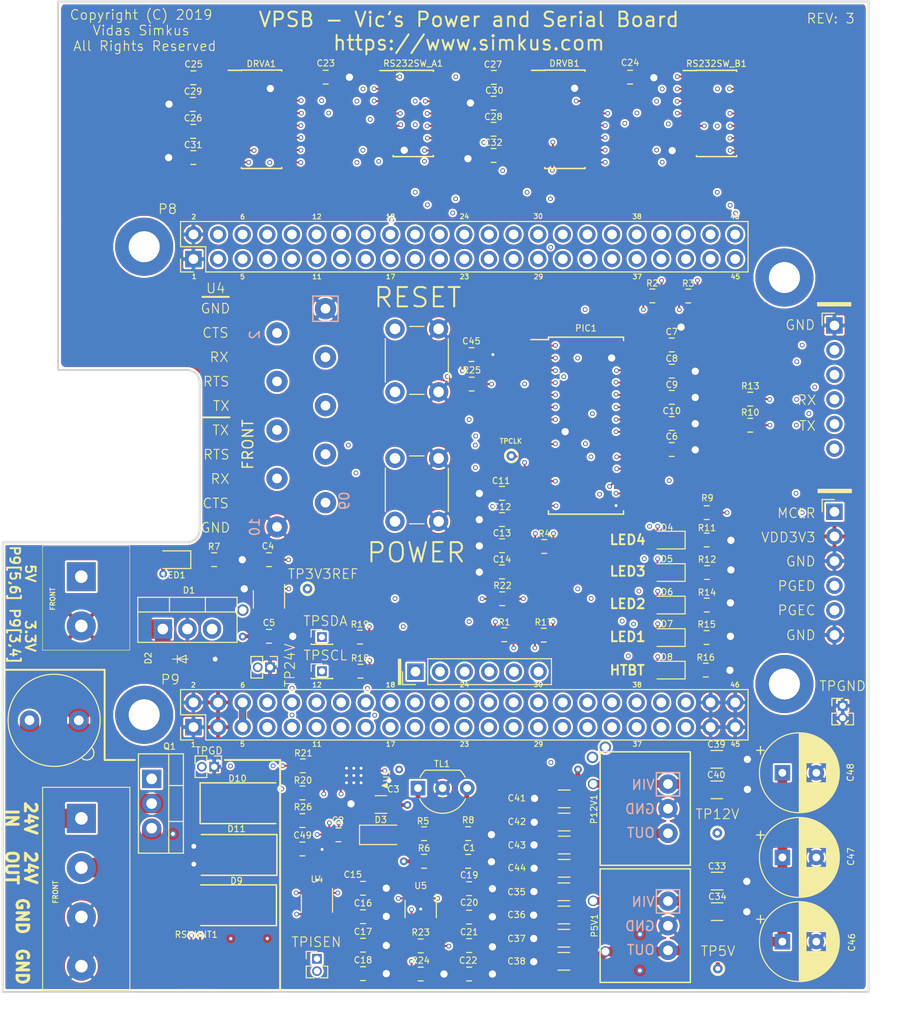
<source format=kicad_pcb>
(kicad_pcb (version 20171130) (host pcbnew 5.0.2-bee76a0~70~ubuntu18.04.1)
  (layers (0 F.Cu power) (1 In1.Cu signal) (2 In2.Cu signal) (31 B.Cu power) (34 B.Paste user) (35 F.Paste user) (36 B.SilkS user) (37 F.SilkS user) (38 B.Mask user) (39 F.Mask user) (44 Edge.Cuts user))
  (net 0 "")
  (net 1 GND)
  (net 2 _VDD_5V_PROT)
  (net 3 _VDD_3V3)
  (net 4 /BB_HEADERS/aux_2)
  (net 5 /BB_HEADERS/enable)
  (net 6 /BB_HEADERS/aux_1)
  (net 7 /BB_HEADERS/SDA1)
  (net 8 /BB_HEADERS/SCL1)
  (net 9 _SYS_RESETn)
  (net 10 _PWR_BUTT)
  (net 11 /BB_HEADERS/uart4_rtsn_sw)
  (net 12 /BB_HEADERS/uart4_ctsn_sw)
  (net 13 /BB_HEADERS/uart2_ctsn_sw)
  (net 14 /BB_HEADERS/uart2_rtsn_sw)
  (net 15 /BB_HEADERS/uart2_rxd_sw)
  (net 16 /BB_HEADERS/uart2_txd_sw)
  (net 17 /BB_HEADERS/uart4_txd_sw)
  (net 18 /BB_HEADERS/uart4_rxd_sw)
  (net 19 "Net-(C1-Pad1)")
  (net 20 /FET/FET_OUT)
  (net 21 "Net-(C2-Pad1)")
  (net 22 _VDD_12V_PROT)
  (net 23 /CONTROLLER/3V3_REF)
  (net 24 "Net-(C6-Pad1)")
  (net 25 "Net-(C25-Pad1)")
  (net 26 "Net-(C25-Pad2)")
  (net 27 "Net-(C26-Pad2)")
  (net 28 "Net-(C26-Pad1)")
  (net 29 "Net-(C27-Pad1)")
  (net 30 "Net-(C27-Pad2)")
  (net 31 "Net-(C28-Pad2)")
  (net 32 "Net-(C28-Pad1)")
  (net 33 "Net-(C29-Pad2)")
  (net 34 "Net-(C30-Pad2)")
  (net 35 "Net-(C31-Pad2)")
  (net 36 "Net-(C32-Pad2)")
  (net 37 _VDD_24V_PROT)
  (net 38 /POWER_PROTECTION/VDD_24V_SHUNT)
  (net 39 /CONTROLLER/HMI1\RB15)
  (net 40 "Net-(D4-Pad1)")
  (net 41 "Net-(D5-Pad1)")
  (net 42 /CONTROLLER/HMI2\RB14)
  (net 43 /CONTROLLER/HMI3\RB13)
  (net 44 "Net-(D6-Pad1)")
  (net 45 "Net-(D7-Pad1)")
  (net 46 "Net-(D8-Pad1)")
  (net 47 /CONTROLLER/PWM_HTBT)
  (net 48 /RS232/U4TXD)
  (net 49 /RS232/U4RXD)
  (net 50 /BB_HEADERS/uart4_rxd)
  (net 51 /BB_HEADERS/uart4_txd)
  (net 52 /BB_HEADERS/uart4_rtsn)
  (net 53 /BB_HEADERS/uart4_ctsn)
  (net 54 /RS232/U4CTSN)
  (net 55 /RS232/U4RTSN)
  (net 56 /RS232/U2RTSN)
  (net 57 /RS232/U2CTSN)
  (net 58 /BB_HEADERS/uart2_ctsn)
  (net 59 /BB_HEADERS/uart2_rtsn)
  (net 60 /BB_HEADERS/uart2_txd)
  (net 61 /BB_HEADERS/uart2_rxd)
  (net 62 /RS232/U2RXD)
  (net 63 /RS232/U2TXD)
  (net 64 /POWER_PROTECTION/VDD_24V)
  (net 65 _POWER_OUT)
  (net 66 /CONTROLLER/~MCLR)
  (net 67 /CONTROLLER/PGED)
  (net 68 /CONTROLLER/PGEC)
  (net 69 "Net-(J3-Pad6)")
  (net 70 /CONTROLLER/U1TX)
  (net 71 /CONTROLLER/U1RX)
  (net 72 "Net-(J3-Pad3)")
  (net 73 "Net-(J3-Pad2)")
  (net 74 "Net-(LED1-Pad1)")
  (net 75 "Net-(P8-Pad46)")
  (net 76 "Net-(P8-Pad45)")
  (net 77 "Net-(P8-Pad44)")
  (net 78 "Net-(P8-Pad43)")
  (net 79 "Net-(P8-Pad42)")
  (net 80 "Net-(P8-Pad41)")
  (net 81 "Net-(P8-Pad36)")
  (net 82 "Net-(P8-Pad34)")
  (net 83 "Net-(P8-Pad32)")
  (net 84 "Net-(P8-Pad31)")
  (net 85 "Net-(P8-Pad30)")
  (net 86 "Net-(P8-Pad29)")
  (net 87 "Net-(P8-Pad28)")
  (net 88 "Net-(P8-Pad27)")
  (net 89 "Net-(P8-Pad26)")
  (net 90 "Net-(P8-Pad25)")
  (net 91 "Net-(P8-Pad24)")
  (net 92 "Net-(P8-Pad23)")
  (net 93 "Net-(P8-Pad22)")
  (net 94 "Net-(P8-Pad21)")
  (net 95 "Net-(P8-Pad20)")
  (net 96 "Net-(P8-Pad19)")
  (net 97 "Net-(P8-Pad18)")
  (net 98 "Net-(P8-Pad17)")
  (net 99 "Net-(P8-Pad16)")
  (net 100 "Net-(P8-Pad15)")
  (net 101 "Net-(P8-Pad14)")
  (net 102 "Net-(P8-Pad13)")
  (net 103 "Net-(P8-Pad12)")
  (net 104 "Net-(P8-Pad11)")
  (net 105 "Net-(P8-Pad10)")
  (net 106 "Net-(P8-Pad9)")
  (net 107 "Net-(P8-Pad8)")
  (net 108 "Net-(P8-Pad7)")
  (net 109 "Net-(P8-Pad6)")
  (net 110 "Net-(P8-Pad5)")
  (net 111 "Net-(P8-Pad4)")
  (net 112 "Net-(P8-Pad3)")
  (net 113 "Net-(P9-Pad42)")
  (net 114 "Net-(P9-Pad41)")
  (net 115 "Net-(P9-Pad40)")
  (net 116 "Net-(P9-Pad39)")
  (net 117 "Net-(P9-Pad38)")
  (net 118 "Net-(P9-Pad37)")
  (net 119 "Net-(P9-Pad36)")
  (net 120 "Net-(P9-Pad35)")
  (net 121 "Net-(P9-Pad34)")
  (net 122 "Net-(P9-Pad33)")
  (net 123 "Net-(P9-Pad32)")
  (net 124 "Net-(P9-Pad31)")
  (net 125 "Net-(P9-Pad30)")
  (net 126 "Net-(P9-Pad29)")
  (net 127 "Net-(P9-Pad28)")
  (net 128 "Net-(P9-Pad26)")
  (net 129 "Net-(P9-Pad25)")
  (net 130 "Net-(P9-Pad24)")
  (net 131 "Net-(P9-Pad23)")
  (net 132 "Net-(P9-Pad18)")
  (net 133 "Net-(P9-Pad17)")
  (net 134 "Net-(P9-Pad16)")
  (net 135 "Net-(P9-Pad15)")
  (net 136 "Net-(P9-Pad14)")
  (net 137 "Net-(P9-Pad12)")
  (net 138 "Net-(P9-Pad8)")
  (net 139 "Net-(P9-Pad7)")
  (net 140 /CONTROLLER/I_SENSE)
  (net 141 /CONTROLLER/aux_1)
  (net 142 /CONTROLLER/aux_2)
  (net 143 "Net-(PIC1-Pad10)")
  (net 144 /CONTROLLER/enable)
  (net 145 /CONTROLLER/RS232_enable)
  (net 146 /CONTROLLER/PWM_FET_L)
  (net 147 "Net-(Q1-Pad1)")
  (net 148 /BB_HEADERS/RS232_enable)
  (net 149 /CONTROLLER/PWM_FET)
  (net 150 /FET_OUTPUT/FET_DRV_PU)
  (net 151 /FET_OUTPUT/FET_DRV_PD)
  (net 152 "Net-(R23-Pad2)")
  (net 153 "Net-(R24-Pad1)")
  (net 154 "Net-(U1-Pad10)")
  (net 155 /FET/I_SENSE_P)
  (net 156 /CONTROLLER/HMI3\RB12)
  (net 157 "Net-(PIC1-Pad11)")
  (net 158 "Net-(PIC1-Pad19)")
  (net 159 "Net-(D10-Pad2)")
  (net 160 /FET/I_SENSE_N)
  (net 161 "Net-(C49-Pad1)")
  (module Package_TO_SOT_THT:TO-220-3_Vertical (layer F.Cu) (at 119.75 122.15 270)
    (fp_text reference Q1 (at -3.35 -1.85) (layer F.SilkS) (effects (font (size 0.65 0.65) (thickness 0.1))))
    (fp_text value Q_NMOS_GDS)
    (pad 1 thru_hole rect (at 0 0 270) (size 1.905 2) (drill 1.1) (layers *.Cu *.Mask) (net 147 "Net-(Q1-Pad1)"))
    (pad 2 thru_hole oval (at 2.54 0 270) (size 1.905 2) (drill 1.1) (layers *.Cu *.Mask) (net 37 _VDD_24V_PROT))
    (pad 3 thru_hole oval (at 5.08 0 270) (size 1.905 2) (drill 1.1) (layers *.Cu *.Mask) (net 20 /FET/FET_OUT))
  )
  (module CUSTOM_FOOTPRINTS:Vx78-1000 (layer F.Cu) (at 170.76 124.66 270)
    (fp_text reference P12V1 (at 0.61 5.39 270) (layer F.SilkS) (effects (font (size 0.65 0.65) (thickness 0.1))))
    (fp_text value VX78XX)
    (fp_text user OUT (at 3.05 0.549999 180) (layer B.SilkS) (effects (justify mirror)))
    (fp_text user GND (at 0.6 0.645238) (layer B.SilkS) (effects (justify mirror)))
    (fp_text user VIN (at -1.9 0.311904 180) (layer B.SilkS) (effects (justify mirror)))
    (pad 1 thru_hole circle (at -1.98 -2.25 90) (size 2 2) (drill 1) (layers *.Cu *.Mask) (net 37 _VDD_24V_PROT))
    (pad 2 thru_hole circle (at 0.56 -2.25 90) (size 2 2) (drill 1) (layers *.Cu *.Mask) (net 1 GND))
    (pad 3 thru_hole circle (at 3.1 -2.25 90) (size 2 2) (drill 1) (layers *.Cu *.Mask) (net 22 _VDD_12V_PROT))
  )
  (module CUSTOM_FOOTPRINTS:Vx78-1000 (layer F.Cu) (at 170.76 136.73 270)
    (fp_text reference P5V1 (at 0.54 5.33 270) (layer F.SilkS) (effects (font (size 0.65 0.65) (thickness 0.1))))
    (fp_text value VX78XX)
    (fp_text user OUT (at 3.05 0.549999 180) (layer B.SilkS) (effects (justify mirror)))
    (fp_text user GND (at 0.6 0.645238) (layer B.SilkS) (effects (justify mirror)))
    (fp_text user VIN (at -1.9 0.311904 180) (layer B.SilkS) (effects (justify mirror)))
    (pad 1 thru_hole circle (at -1.98 -2.25 90) (size 2 2) (drill 1) (layers *.Cu *.Mask) (net 37 _VDD_24V_PROT))
    (pad 2 thru_hole circle (at 0.56 -2.25 90) (size 2 2) (drill 1) (layers *.Cu *.Mask) (net 1 GND))
    (pad 3 thru_hole circle (at 3.1 -2.25 90) (size 2 2) (drill 1) (layers *.Cu *.Mask) (net 2 _VDD_5V_PROT))
  )
  (module Resistor_SMD:R_0805_2012Metric (layer F.Cu) (at 177 94.7 180)
    (fp_text reference R9 (at -0.07 1.51 180) (layer F.SilkS) (effects (font (size 0.65 0.65) (thickness 0.1))))
    (fp_text value 10K)
    (pad 1 smd roundrect (at -0.9375 0 180) (size 0.975 1.4) (layers F.Cu F.Paste F.Mask) (net 66 /CONTROLLER/~MCLR))
    (pad 2 smd roundrect (at 0.9375 0 180) (size 0.975 1.4) (layers F.Cu F.Paste F.Mask) (net 3 _VDD_3V3))
  )
  (module CUSTOM_FOOTPRINTS:MSOP-10 (layer F.Cu) (at 137.928 120.64 90)
    (fp_text reference U1 (at -1.2 6.072 -90) (layer F.SilkS) (effects (font (size 0.65 0.65) (thickness 0.1))))
    (fp_text value LTC7004)
    (pad 1 smd rect (at -2.16 4.83 90) (size 0.3 1.016) (layers F.Cu F.Paste F.Mask) (net 22 _VDD_12V_PROT))
    (pad 10 smd rect (at -2.16 0.514 90) (size 0.3 1.016) (layers F.Cu F.Paste F.Mask) (net 154 "Net-(U1-Pad10)"))
    (pad 2 smd rect (at -1.66 4.83 90) (size 0.3 1.016) (layers F.Cu F.Paste F.Mask) (net 1 GND))
    (pad 3 smd rect (at -1.16 4.83 90) (size 0.3 1.016) (layers F.Cu F.Paste F.Mask) (net 1 GND))
    (pad 4 smd rect (at -0.66 4.83 90) (size 0.3 1.016) (layers F.Cu F.Paste F.Mask) (net 149 /CONTROLLER/PWM_FET))
    (pad 5 smd rect (at -0.16 4.83 90) (size 0.3 1.016) (layers F.Cu F.Paste F.Mask) (net 1 GND))
    (pad 9 smd rect (at -1.66 0.514 90) (size 0.3 1.016) (layers F.Cu F.Paste F.Mask) (net 21 "Net-(C2-Pad1)"))
    (pad 8 smd rect (at -1.16 0.514 90) (size 0.3 1.016) (layers F.Cu F.Paste F.Mask) (net 20 /FET/FET_OUT))
    (pad 7 smd rect (at -0.66 0.514 90) (size 0.3 1.016) (layers F.Cu F.Paste F.Mask) (net 150 /FET_OUTPUT/FET_DRV_PU))
    (pad 6 smd rect (at -0.16 0.514 90) (size 0.3 1.016) (layers F.Cu F.Paste F.Mask) (net 151 /FET_OUTPUT/FET_DRV_PD))
    (pad 11 smd rect (at -1.16 2.672 90) (size 2 2) (layers F.Cu F.Paste F.Mask) (net 1 GND))
  )
  (module CUSTOM_FOOTPRINTS:1206_WIDE_SHUNT (layer F.Cu) (at 125.4 141.5 180)
    (fp_text reference RSHUNT1 (at 1.05 3.3) (layer F.SilkS) (effects (font (size 0.65 0.65) (thickness 0.1))))
    (fp_text value 0.010)
    (fp_line (start 1.55 2.45) (end 1.55 1.6) (layer F.Cu) (width 0.15))
    (fp_line (start 0.65 2.45) (end 0.65 1.6) (layer F.Cu) (width 0.15))
    (pad 1 smd roundrect (at 0 0 180) (size 1.5 4) (layers F.Cu F.Paste F.Mask) (roundrect_rratio 0.05) (net 159 "Net-(D10-Pad2)"))
    (pad 4 smd roundrect (at 2.2 0 180) (size 1.5 4) (layers F.Cu F.Paste F.Mask) (roundrect_rratio 0.05) (net 65 _POWER_OUT))
    (pad 2 smd roundrect (at 0.65 2.45 180) (size 0.2 0.5) (layers F.Cu F.Paste F.Mask) (roundrect_rratio 0.05) (net 155 /FET/I_SENSE_P))
    (pad 3 smd roundrect (at 1.55 2.45 180) (size 0.2 0.5) (layers F.Cu F.Paste F.Mask) (roundrect_rratio 0.05) (net 160 /FET/I_SENSE_N))
  )
  (module Connector_PinHeader_2.54mm:PinHeader_2x23_P2.54mm_Vertical (layer F.Cu) (at 124.06 116.81 90)
    (fp_text reference P9 hide)
    (fp_text value BBCONN)
    (pad 46 thru_hole oval (at 2.54 55.88 90) (size 1.7 1.7) (drill 1) (layers *.Cu *.Mask) (net 1 GND))
    (pad 45 thru_hole oval (at 0 55.88 90) (size 1.7 1.7) (drill 1) (layers *.Cu *.Mask) (net 1 GND))
    (pad 44 thru_hole oval (at 2.54 53.34 90) (size 1.7 1.7) (drill 1) (layers *.Cu *.Mask) (net 1 GND))
    (pad 43 thru_hole oval (at 0 53.34 90) (size 1.7 1.7) (drill 1) (layers *.Cu *.Mask) (net 1 GND))
    (pad 42 thru_hole oval (at 2.54 50.8 90) (size 1.7 1.7) (drill 1) (layers *.Cu *.Mask) (net 113 "Net-(P9-Pad42)"))
    (pad 41 thru_hole oval (at 0 50.8 90) (size 1.7 1.7) (drill 1) (layers *.Cu *.Mask) (net 114 "Net-(P9-Pad41)"))
    (pad 40 thru_hole oval (at 2.54 48.26 90) (size 1.7 1.7) (drill 1) (layers *.Cu *.Mask) (net 115 "Net-(P9-Pad40)"))
    (pad 39 thru_hole oval (at 0 48.26 90) (size 1.7 1.7) (drill 1) (layers *.Cu *.Mask) (net 116 "Net-(P9-Pad39)"))
    (pad 38 thru_hole oval (at 2.54 45.72 90) (size 1.7 1.7) (drill 1) (layers *.Cu *.Mask) (net 117 "Net-(P9-Pad38)"))
    (pad 37 thru_hole oval (at 0 45.72 90) (size 1.7 1.7) (drill 1) (layers *.Cu *.Mask) (net 118 "Net-(P9-Pad37)"))
    (pad 36 thru_hole oval (at 2.54 43.18 90) (size 1.7 1.7) (drill 1) (layers *.Cu *.Mask) (net 119 "Net-(P9-Pad36)"))
    (pad 35 thru_hole oval (at 0 43.18 90) (size 1.7 1.7) (drill 1) (layers *.Cu *.Mask) (net 120 "Net-(P9-Pad35)"))
    (pad 34 thru_hole oval (at 2.54 40.64 90) (size 1.7 1.7) (drill 1) (layers *.Cu *.Mask) (net 121 "Net-(P9-Pad34)"))
    (pad 33 thru_hole oval (at 0 40.64 90) (size 1.7 1.7) (drill 1) (layers *.Cu *.Mask) (net 122 "Net-(P9-Pad33)"))
    (pad 32 thru_hole oval (at 2.54 38.1 90) (size 1.7 1.7) (drill 1) (layers *.Cu *.Mask) (net 123 "Net-(P9-Pad32)"))
    (pad 31 thru_hole oval (at 0 38.1 90) (size 1.7 1.7) (drill 1) (layers *.Cu *.Mask) (net 124 "Net-(P9-Pad31)"))
    (pad 30 thru_hole oval (at 2.54 35.56 90) (size 1.7 1.7) (drill 1) (layers *.Cu *.Mask) (net 125 "Net-(P9-Pad30)"))
    (pad 29 thru_hole oval (at 0 35.56 90) (size 1.7 1.7) (drill 1) (layers *.Cu *.Mask) (net 126 "Net-(P9-Pad29)"))
    (pad 28 thru_hole oval (at 2.54 33.02 90) (size 1.7 1.7) (drill 1) (layers *.Cu *.Mask) (net 127 "Net-(P9-Pad28)"))
    (pad 27 thru_hole oval (at 0 33.02 90) (size 1.7 1.7) (drill 1) (layers *.Cu *.Mask) (net 6 /BB_HEADERS/aux_1))
    (pad 26 thru_hole oval (at 2.54 30.48 90) (size 1.7 1.7) (drill 1) (layers *.Cu *.Mask) (net 128 "Net-(P9-Pad26)"))
    (pad 25 thru_hole oval (at 0 30.48 90) (size 1.7 1.7) (drill 1) (layers *.Cu *.Mask) (net 129 "Net-(P9-Pad25)"))
    (pad 24 thru_hole oval (at 2.54 27.94 90) (size 1.7 1.7) (drill 1) (layers *.Cu *.Mask) (net 130 "Net-(P9-Pad24)"))
    (pad 23 thru_hole oval (at 0 27.94 90) (size 1.7 1.7) (drill 1) (layers *.Cu *.Mask) (net 131 "Net-(P9-Pad23)"))
    (pad 22 thru_hole oval (at 2.54 25.4 90) (size 1.7 1.7) (drill 1) (layers *.Cu *.Mask) (net 15 /BB_HEADERS/uart2_rxd_sw))
    (pad 21 thru_hole oval (at 0 25.4 90) (size 1.7 1.7) (drill 1) (layers *.Cu *.Mask) (net 16 /BB_HEADERS/uart2_txd_sw))
    (pad 20 thru_hole oval (at 2.54 22.86 90) (size 1.7 1.7) (drill 1) (layers *.Cu *.Mask) (net 7 /BB_HEADERS/SDA1))
    (pad 19 thru_hole oval (at 0 22.86 90) (size 1.7 1.7) (drill 1) (layers *.Cu *.Mask) (net 8 /BB_HEADERS/SCL1))
    (pad 18 thru_hole oval (at 2.54 20.32 90) (size 1.7 1.7) (drill 1) (layers *.Cu *.Mask) (net 132 "Net-(P9-Pad18)"))
    (pad 17 thru_hole oval (at 0 20.32 90) (size 1.7 1.7) (drill 1) (layers *.Cu *.Mask) (net 133 "Net-(P9-Pad17)"))
    (pad 16 thru_hole oval (at 2.54 17.78 90) (size 1.7 1.7) (drill 1) (layers *.Cu *.Mask) (net 134 "Net-(P9-Pad16)"))
    (pad 15 thru_hole oval (at 0 17.78 90) (size 1.7 1.7) (drill 1) (layers *.Cu *.Mask) (net 135 "Net-(P9-Pad15)"))
    (pad 14 thru_hole oval (at 2.54 15.24 90) (size 1.7 1.7) (drill 1) (layers *.Cu *.Mask) (net 136 "Net-(P9-Pad14)"))
    (pad 13 thru_hole oval (at 0 15.24 90) (size 1.7 1.7) (drill 1) (layers *.Cu *.Mask) (net 17 /BB_HEADERS/uart4_txd_sw))
    (pad 12 thru_hole oval (at 2.54 12.7 90) (size 1.7 1.7) (drill 1) (layers *.Cu *.Mask) (net 137 "Net-(P9-Pad12)"))
    (pad 11 thru_hole oval (at 0 12.7 90) (size 1.7 1.7) (drill 1) (layers *.Cu *.Mask) (net 18 /BB_HEADERS/uart4_rxd_sw))
    (pad 10 thru_hole oval (at 2.54 10.16 90) (size 1.7 1.7) (drill 1) (layers *.Cu *.Mask) (net 9 _SYS_RESETn))
    (pad 9 thru_hole oval (at 0 10.16 90) (size 1.7 1.7) (drill 1) (layers *.Cu *.Mask) (net 10 _PWR_BUTT))
    (pad 8 thru_hole oval (at 2.54 7.62 90) (size 1.7 1.7) (drill 1) (layers *.Cu *.Mask) (net 138 "Net-(P9-Pad8)"))
    (pad 7 thru_hole oval (at 0 7.62 90) (size 1.7 1.7) (drill 1) (layers *.Cu *.Mask) (net 139 "Net-(P9-Pad7)"))
    (pad 6 thru_hole oval (at 2.54 5.08 90) (size 1.7 1.7) (drill 1) (layers *.Cu *.Mask) (net 2 _VDD_5V_PROT))
    (pad 5 thru_hole oval (at 0 5.08 90) (size 1.7 1.7) (drill 1) (layers *.Cu *.Mask) (net 2 _VDD_5V_PROT))
    (pad 4 thru_hole oval (at 2.54 2.54 90) (size 1.7 1.7) (drill 1) (layers *.Cu *.Mask) (net 3 _VDD_3V3))
    (pad 3 thru_hole oval (at 0 2.54 90) (size 1.7 1.7) (drill 1) (layers *.Cu *.Mask) (net 3 _VDD_3V3))
    (pad 2 thru_hole oval (at 2.54 0 90) (size 1.7 1.7) (drill 1) (layers *.Cu *.Mask) (net 1 GND))
    (pad 1 thru_hole rect (at 0 0 90) (size 1.7 1.7) (drill 1) (layers *.Cu *.Mask) (net 1 GND))
  )
  (module CUSTOM_FOOTPRINTS:MOUNTING_PAD_M3 (layer F.Cu) (at 118.98 67.28)
    (fp_text reference REF** hide)
    (fp_text value MOUNTING_PAD_M3 hide)
    (pad 1 thru_hole circle (at 0 0) (size 6 6) (drill 3.2) (layers *.Cu *.Mask))
  )
  (module CUSTOM_FOOTPRINTS:MOUNTING_PAD_M3 (layer F.Cu) (at 118.98 115.54)
    (fp_text reference REF** hide)
    (fp_text value MOUNTING_PAD_M3 hide)
    (pad 1 thru_hole circle (at 0 0) (size 6 6) (drill 3.2) (layers *.Cu *.Mask))
  )
  (module CUSTOM_FOOTPRINTS:MOUNTING_PAD_M3 (layer F.Cu) (at 185.02 70.455)
    (fp_text reference REF** hide)
    (fp_text value MOUNTING_PAD_M3 hide)
    (pad 1 thru_hole circle (at 0 0) (size 6 6) (drill 3.2) (layers *.Cu *.Mask))
  )
  (module CUSTOM_FOOTPRINTS:MOUNTING_PAD_M3 (layer F.Cu) (at 185.02 112.365)
    (fp_text reference REF** hide)
    (fp_text value MOUNTING_PAD_M3 hide)
    (pad 1 thru_hole circle (at 0 0) (size 6 6) (drill 3.2) (layers *.Cu *.Mask))
  )
  (module Connector_PinHeader_2.54mm:PinHeader_2x23_P2.54mm_Vertical (layer F.Cu) (at 124.06 68.55 90)
    (fp_text reference P8 hide)
    (fp_text value BBCONN)
    (pad 46 thru_hole oval (at 2.54 55.88 90) (size 1.7 1.7) (drill 1) (layers *.Cu *.Mask) (net 75 "Net-(P8-Pad46)"))
    (pad 45 thru_hole oval (at 0 55.88 90) (size 1.7 1.7) (drill 1) (layers *.Cu *.Mask) (net 76 "Net-(P8-Pad45)"))
    (pad 44 thru_hole oval (at 2.54 53.34 90) (size 1.7 1.7) (drill 1) (layers *.Cu *.Mask) (net 77 "Net-(P8-Pad44)"))
    (pad 43 thru_hole oval (at 0 53.34 90) (size 1.7 1.7) (drill 1) (layers *.Cu *.Mask) (net 78 "Net-(P8-Pad43)"))
    (pad 42 thru_hole oval (at 2.54 50.8 90) (size 1.7 1.7) (drill 1) (layers *.Cu *.Mask) (net 79 "Net-(P8-Pad42)"))
    (pad 41 thru_hole oval (at 0 50.8 90) (size 1.7 1.7) (drill 1) (layers *.Cu *.Mask) (net 80 "Net-(P8-Pad41)"))
    (pad 40 thru_hole oval (at 2.54 48.26 90) (size 1.7 1.7) (drill 1) (layers *.Cu *.Mask) (net 5 /BB_HEADERS/enable))
    (pad 39 thru_hole oval (at 0 48.26 90) (size 1.7 1.7) (drill 1) (layers *.Cu *.Mask) (net 4 /BB_HEADERS/aux_2))
    (pad 38 thru_hole oval (at 2.54 45.72 90) (size 1.7 1.7) (drill 1) (layers *.Cu *.Mask) (net 14 /BB_HEADERS/uart2_rtsn_sw))
    (pad 37 thru_hole oval (at 0 45.72 90) (size 1.7 1.7) (drill 1) (layers *.Cu *.Mask) (net 13 /BB_HEADERS/uart2_ctsn_sw))
    (pad 36 thru_hole oval (at 2.54 43.18 90) (size 1.7 1.7) (drill 1) (layers *.Cu *.Mask) (net 81 "Net-(P8-Pad36)"))
    (pad 35 thru_hole oval (at 0 43.18 90) (size 1.7 1.7) (drill 1) (layers *.Cu *.Mask) (net 12 /BB_HEADERS/uart4_ctsn_sw))
    (pad 34 thru_hole oval (at 2.54 40.64 90) (size 1.7 1.7) (drill 1) (layers *.Cu *.Mask) (net 82 "Net-(P8-Pad34)"))
    (pad 33 thru_hole oval (at 0 40.64 90) (size 1.7 1.7) (drill 1) (layers *.Cu *.Mask) (net 11 /BB_HEADERS/uart4_rtsn_sw))
    (pad 32 thru_hole oval (at 2.54 38.1 90) (size 1.7 1.7) (drill 1) (layers *.Cu *.Mask) (net 83 "Net-(P8-Pad32)"))
    (pad 31 thru_hole oval (at 0 38.1 90) (size 1.7 1.7) (drill 1) (layers *.Cu *.Mask) (net 84 "Net-(P8-Pad31)"))
    (pad 30 thru_hole oval (at 2.54 35.56 90) (size 1.7 1.7) (drill 1) (layers *.Cu *.Mask) (net 85 "Net-(P8-Pad30)"))
    (pad 29 thru_hole oval (at 0 35.56 90) (size 1.7 1.7) (drill 1) (layers *.Cu *.Mask) (net 86 "Net-(P8-Pad29)"))
    (pad 28 thru_hole oval (at 2.54 33.02 90) (size 1.7 1.7) (drill 1) (layers *.Cu *.Mask) (net 87 "Net-(P8-Pad28)"))
    (pad 27 thru_hole oval (at 0 33.02 90) (size 1.7 1.7) (drill 1) (layers *.Cu *.Mask) (net 88 "Net-(P8-Pad27)"))
    (pad 26 thru_hole oval (at 2.54 30.48 90) (size 1.7 1.7) (drill 1) (layers *.Cu *.Mask) (net 89 "Net-(P8-Pad26)"))
    (pad 25 thru_hole oval (at 0 30.48 90) (size 1.7 1.7) (drill 1) (layers *.Cu *.Mask) (net 90 "Net-(P8-Pad25)"))
    (pad 24 thru_hole oval (at 2.54 27.94 90) (size 1.7 1.7) (drill 1) (layers *.Cu *.Mask) (net 91 "Net-(P8-Pad24)"))
    (pad 23 thru_hole oval (at 0 27.94 90) (size 1.7 1.7) (drill 1) (layers *.Cu *.Mask) (net 92 "Net-(P8-Pad23)"))
    (pad 22 thru_hole oval (at 2.54 25.4 90) (size 1.7 1.7) (drill 1) (layers *.Cu *.Mask) (net 93 "Net-(P8-Pad22)"))
    (pad 21 thru_hole oval (at 0 25.4 90) (size 1.7 1.7) (drill 1) (layers *.Cu *.Mask) (net 94 "Net-(P8-Pad21)"))
    (pad 20 thru_hole oval (at 2.54 22.86 90) (size 1.7 1.7) (drill 1) (layers *.Cu *.Mask) (net 95 "Net-(P8-Pad20)"))
    (pad 19 thru_hole oval (at 0 22.86 90) (size 1.7 1.7) (drill 1) (layers *.Cu *.Mask) (net 96 "Net-(P8-Pad19)"))
    (pad 18 thru_hole oval (at 2.54 20.32 90) (size 1.7 1.7) (drill 1) (layers *.Cu *.Mask) (net 97 "Net-(P8-Pad18)"))
    (pad 17 thru_hole oval (at 0 20.32 90) (size 1.7 1.7) (drill 1) (layers *.Cu *.Mask) (net 98 "Net-(P8-Pad17)"))
    (pad 16 thru_hole oval (at 2.54 17.78 90) (size 1.7 1.7) (drill 1) (layers *.Cu *.Mask) (net 99 "Net-(P8-Pad16)"))
    (pad 15 thru_hole oval (at 0 17.78 90) (size 1.7 1.7) (drill 1) (layers *.Cu *.Mask) (net 100 "Net-(P8-Pad15)"))
    (pad 14 thru_hole oval (at 2.54 15.24 90) (size 1.7 1.7) (drill 1) (layers *.Cu *.Mask) (net 101 "Net-(P8-Pad14)"))
    (pad 13 thru_hole oval (at 0 15.24 90) (size 1.7 1.7) (drill 1) (layers *.Cu *.Mask) (net 102 "Net-(P8-Pad13)"))
    (pad 12 thru_hole oval (at 2.54 12.7 90) (size 1.7 1.7) (drill 1) (layers *.Cu *.Mask) (net 103 "Net-(P8-Pad12)"))
    (pad 11 thru_hole oval (at 0 12.7 90) (size 1.7 1.7) (drill 1) (layers *.Cu *.Mask) (net 104 "Net-(P8-Pad11)"))
    (pad 10 thru_hole oval (at 2.54 10.16 90) (size 1.7 1.7) (drill 1) (layers *.Cu *.Mask) (net 105 "Net-(P8-Pad10)"))
    (pad 9 thru_hole oval (at 0 10.16 90) (size 1.7 1.7) (drill 1) (layers *.Cu *.Mask) (net 106 "Net-(P8-Pad9)"))
    (pad 8 thru_hole oval (at 2.54 7.62 90) (size 1.7 1.7) (drill 1) (layers *.Cu *.Mask) (net 107 "Net-(P8-Pad8)"))
    (pad 7 thru_hole oval (at 0 7.62 90) (size 1.7 1.7) (drill 1) (layers *.Cu *.Mask) (net 108 "Net-(P8-Pad7)"))
    (pad 6 thru_hole oval (at 2.54 5.08 90) (size 1.7 1.7) (drill 1) (layers *.Cu *.Mask) (net 109 "Net-(P8-Pad6)"))
    (pad 5 thru_hole oval (at 0 5.08 90) (size 1.7 1.7) (drill 1) (layers *.Cu *.Mask) (net 110 "Net-(P8-Pad5)"))
    (pad 4 thru_hole oval (at 2.54 2.54 90) (size 1.7 1.7) (drill 1) (layers *.Cu *.Mask) (net 111 "Net-(P8-Pad4)"))
    (pad 3 thru_hole oval (at 0 2.54 90) (size 1.7 1.7) (drill 1) (layers *.Cu *.Mask) (net 112 "Net-(P8-Pad3)"))
    (pad 2 thru_hole oval (at 2.54 0 90) (size 1.7 1.7) (drill 1) (layers *.Cu *.Mask) (net 1 GND))
    (pad 1 thru_hole rect (at 0 0 90) (size 1.7 1.7) (drill 1) (layers *.Cu *.Mask) (net 1 GND))
  )
  (module Pin_Headers:Pin_Header_Straight_1x06_Pitch2.54mm (layer F.Cu) (at 146.96 111.095 90)
    (fp_text reference REF** hide)
    (fp_text value Pin_Header_Straight_1x06_Pitch2.54mm)
    (pad 6 thru_hole oval (at 0 12.7 90) (size 1.7 1.7) (drill 1) (layers *.Cu *.Mask))
    (pad 5 thru_hole oval (at 0 10.16 90) (size 1.7 1.7) (drill 1) (layers *.Cu *.Mask))
    (pad 4 thru_hole oval (at 0 7.62 90) (size 1.7 1.7) (drill 1) (layers *.Cu *.Mask))
    (pad 3 thru_hole oval (at 0 5.08 90) (size 1.7 1.7) (drill 1) (layers *.Cu *.Mask))
    (pad 2 thru_hole oval (at 0 2.54 90) (size 1.7 1.7) (drill 1) (layers *.Cu *.Mask))
    (pad 1 thru_hole rect (at 0 0 90) (size 1.7 1.7) (drill 1) (layers *.Cu *.Mask))
  )
  (module Capacitor_SMD:C_0805_2012Metric (layer F.Cu) (at 152.4 130.65)
    (fp_text reference C1 (at 0.1 -1.4 180) (layer F.SilkS) (effects (font (size 0.65 0.65) (thickness 0.1))))
    (fp_text value 0.1uF)
    (pad 1 smd roundrect (at -0.9375 0) (size 0.975 1.4) (layers F.Cu F.Paste F.Mask) (net 19 "Net-(C1-Pad1)"))
    (pad 2 smd roundrect (at 0.9375 0) (size 0.975 1.4) (layers F.Cu F.Paste F.Mask) (net 1 GND))
  )
  (module Capacitor_SMD:C_0805_2012Metric (layer F.Cu) (at 139.01 127.92 180)
    (fp_text reference C2 (at 0.044625 1.5) (layer F.SilkS) (effects (font (size 0.65 0.65) (thickness 0.1))))
    (fp_text value 1uF)
    (pad 2 smd roundrect (at 0.9375 0 180) (size 0.975 1.4) (layers F.Cu F.Paste F.Mask) (net 20 /FET/FET_OUT))
    (pad 1 smd roundrect (at -0.9375 0 180) (size 0.975 1.4) (layers F.Cu F.Paste F.Mask) (net 21 "Net-(C2-Pad1)"))
  )
  (module Capacitor_SMD:C_1206_3216Metric (layer F.Cu) (at 143.4 124.79 180)
    (fp_text reference C3 (at -1.28 1.58) (layer F.SilkS) (effects (font (size 0.65 0.65) (thickness 0.1))))
    (fp_text value 10uF)
    (pad 2 smd roundrect (at 1.4 0 180) (size 1.25 1.75) (layers F.Cu F.Paste F.Mask) (roundrect_rratio 0.2) (net 1 GND))
    (pad 1 smd roundrect (at -1.4 0 180) (size 1.25 1.75) (layers F.Cu F.Paste F.Mask) (roundrect_rratio 0.2) (net 22 _VDD_12V_PROT))
  )
  (module Capacitor_SMD:C_0805_2012Metric (layer F.Cu) (at 131.85 99.55 180)
    (fp_text reference C4 (at 0.1 1.4 180) (layer F.SilkS) (effects (font (size 0.65 0.65) (thickness 0.1))))
    (fp_text value 1uF)
    (pad 2 smd roundrect (at 0.9375 0 180) (size 0.975 1.4) (layers F.Cu F.Paste F.Mask) (net 1 GND))
    (pad 1 smd roundrect (at -0.9375 0 180) (size 0.975 1.4) (layers F.Cu F.Paste F.Mask) (net 23 /CONTROLLER/3V3_REF))
  )
  (module Capacitor_SMD:C_0805_2012Metric (layer F.Cu) (at 131.85 107.45)
    (fp_text reference C5 (at 0 -1.4) (layer F.SilkS) (effects (font (size 0.65 0.65) (thickness 0.1))))
    (fp_text value 1uF)
    (pad 2 smd roundrect (at 0.9375 0) (size 0.975 1.4) (layers F.Cu F.Paste F.Mask) (net 1 GND))
    (pad 1 smd roundrect (at -0.9375 0) (size 0.975 1.4) (layers F.Cu F.Paste F.Mask) (net 2 _VDD_5V_PROT))
  )
  (module Capacitor_SMD:C_0805_2012Metric (layer F.Cu) (at 173.4 88.19)
    (fp_text reference C6 (at 0 -1.34) (layer F.SilkS) (effects (font (size 0.65 0.65) (thickness 0.1))))
    (fp_text value 10uF)
    (pad 1 smd roundrect (at -0.9375 0) (size 0.975 1.4) (layers F.Cu F.Paste F.Mask) (net 24 "Net-(C6-Pad1)"))
    (pad 2 smd roundrect (at 0.9375 0) (size 0.975 1.4) (layers F.Cu F.Paste F.Mask) (net 1 GND))
  )
  (module Capacitor_SMD:C_0805_2012Metric (layer F.Cu) (at 173.4 77.41)
    (fp_text reference C7 (at 0 -1.365001) (layer F.SilkS) (effects (font (size 0.65 0.65) (thickness 0.1))))
    (fp_text value 0.01uF)
    (pad 1 smd roundrect (at -0.9375 0) (size 0.975 1.4) (layers F.Cu F.Paste F.Mask) (net 3 _VDD_3V3))
    (pad 2 smd roundrect (at 0.9375 0) (size 0.975 1.4) (layers F.Cu F.Paste F.Mask) (net 1 GND))
  )
  (module Capacitor_SMD:C_0805_2012Metric (layer F.Cu) (at 173.4 80.11)
    (fp_text reference C8 (at 0 -1.3) (layer F.SilkS) (effects (font (size 0.65 0.65) (thickness 0.1))))
    (fp_text value 0.1uF)
    (pad 1 smd roundrect (at -0.9375 0) (size 0.975 1.4) (layers F.Cu F.Paste F.Mask) (net 3 _VDD_3V3))
    (pad 2 smd roundrect (at 0.9375 0) (size 0.975 1.4) (layers F.Cu F.Paste F.Mask) (net 1 GND))
  )
  (module Capacitor_SMD:C_0805_2012Metric (layer F.Cu) (at 173.4 82.81)
    (fp_text reference C9 (at 0 -1.3) (layer F.SilkS) (effects (font (size 0.65 0.65) (thickness 0.1))))
    (fp_text value 1uF)
    (pad 2 smd roundrect (at 0.9375 0) (size 0.975 1.4) (layers F.Cu F.Paste F.Mask) (net 1 GND))
    (pad 1 smd roundrect (at -0.9375 0) (size 0.975 1.4) (layers F.Cu F.Paste F.Mask) (net 3 _VDD_3V3))
  )
  (module Capacitor_SMD:C_0805_2012Metric (layer F.Cu) (at 173.4 85.51)
    (fp_text reference C10 (at 0 -1.3) (layer F.SilkS) (effects (font (size 0.65 0.65) (thickness 0.1))))
    (fp_text value 10uF)
    (pad 1 smd roundrect (at -0.9375 0) (size 0.975 1.4) (layers F.Cu F.Paste F.Mask) (net 3 _VDD_3V3))
    (pad 2 smd roundrect (at 0.9375 0) (size 0.975 1.4) (layers F.Cu F.Paste F.Mask) (net 1 GND))
  )
  (module Capacitor_SMD:C_0805_2012Metric (layer F.Cu) (at 155.89 92.71 180)
    (fp_text reference C11 (at 0.1 1.3 180) (layer F.SilkS) (effects (font (size 0.65 0.65) (thickness 0.1))))
    (fp_text value 0.01uF)
    (pad 2 smd roundrect (at 0.9375 0 180) (size 0.975 1.4) (layers F.Cu F.Paste F.Mask) (net 1 GND))
    (pad 1 smd roundrect (at -0.9375 0 180) (size 0.975 1.4) (layers F.Cu F.Paste F.Mask) (net 3 _VDD_3V3))
  )
  (module Capacitor_SMD:C_0805_2012Metric (layer F.Cu) (at 155.89 95.41 180)
    (fp_text reference C12 (at 0 1.3 180) (layer F.SilkS) (effects (font (size 0.65 0.65) (thickness 0.1))))
    (fp_text value 0.1uF)
    (pad 2 smd roundrect (at 0.9375 0 180) (size 0.975 1.4) (layers F.Cu F.Paste F.Mask) (net 1 GND))
    (pad 1 smd roundrect (at -0.9375 0 180) (size 0.975 1.4) (layers F.Cu F.Paste F.Mask) (net 3 _VDD_3V3))
  )
  (module Capacitor_SMD:C_0805_2012Metric (layer F.Cu) (at 155.89 98.11 180)
    (fp_text reference C13 (at 0 1.3 180) (layer F.SilkS) (effects (font (size 0.65 0.65) (thickness 0.1))))
    (fp_text value 1uF)
    (pad 2 smd roundrect (at 0.9375 0 180) (size 0.975 1.4) (layers F.Cu F.Paste F.Mask) (net 1 GND))
    (pad 1 smd roundrect (at -0.9375 0 180) (size 0.975 1.4) (layers F.Cu F.Paste F.Mask) (net 3 _VDD_3V3))
  )
  (module Capacitor_SMD:C_0805_2012Metric (layer F.Cu) (at 155.89 100.81 180)
    (fp_text reference C14 (at 0 1.3 180) (layer F.SilkS) (effects (font (size 0.65 0.65) (thickness 0.1))))
    (fp_text value 10uF)
    (pad 1 smd roundrect (at -0.9375 0 180) (size 0.975 1.4) (layers F.Cu F.Paste F.Mask) (net 3 _VDD_3V3))
    (pad 2 smd roundrect (at 0.9375 0 180) (size 0.975 1.4) (layers F.Cu F.Paste F.Mask) (net 1 GND))
  )
  (module Capacitor_SMD:C_0805_2012Metric (layer F.Cu) (at 141.55 133.43)
    (fp_text reference C15 (at -1.05 -1.41) (layer F.SilkS) (effects (font (size 0.65 0.65) (thickness 0.1))))
    (fp_text value 0.01uF)
    (pad 1 smd roundrect (at -0.9375 0) (size 0.975 1.4) (layers F.Cu F.Paste F.Mask) (net 3 _VDD_3V3))
    (pad 2 smd roundrect (at 0.9375 0) (size 0.975 1.4) (layers F.Cu F.Paste F.Mask) (net 1 GND))
  )
  (module Capacitor_SMD:C_0805_2012Metric (layer F.Cu) (at 141.55 136.363333)
    (fp_text reference C16 (at 0 -1.4) (layer F.SilkS) (effects (font (size 0.65 0.65) (thickness 0.1))))
    (fp_text value 0.1uF)
    (pad 2 smd roundrect (at 0.9375 0) (size 0.975 1.4) (layers F.Cu F.Paste F.Mask) (net 1 GND))
    (pad 1 smd roundrect (at -0.9375 0) (size 0.975 1.4) (layers F.Cu F.Paste F.Mask) (net 3 _VDD_3V3))
  )
  (module Capacitor_SMD:C_0805_2012Metric (layer F.Cu) (at 141.55 139.296666)
    (fp_text reference C17 (at 0 -1.4) (layer F.SilkS) (effects (font (size 0.65 0.65) (thickness 0.1))))
    (fp_text value 1uF)
    (pad 1 smd roundrect (at -0.9375 0) (size 0.975 1.4) (layers F.Cu F.Paste F.Mask) (net 3 _VDD_3V3))
    (pad 2 smd roundrect (at 0.9375 0) (size 0.975 1.4) (layers F.Cu F.Paste F.Mask) (net 1 GND))
  )
  (module Capacitor_SMD:C_0805_2012Metric (layer F.Cu) (at 141.55 142.23)
    (fp_text reference C18 (at 0 -1.4) (layer F.SilkS) (effects (font (size 0.65 0.65) (thickness 0.1))))
    (fp_text value 10uF)
    (pad 2 smd roundrect (at 0.9375 0) (size 0.975 1.4) (layers F.Cu F.Paste F.Mask) (net 1 GND))
    (pad 1 smd roundrect (at -0.9375 0) (size 0.975 1.4) (layers F.Cu F.Paste F.Mask) (net 3 _VDD_3V3))
  )
  (module Capacitor_SMD:C_0805_2012Metric (layer F.Cu) (at 152.5 133.47)
    (fp_text reference C19 (at 0 -1.4) (layer F.SilkS) (effects (font (size 0.65 0.65) (thickness 0.1))))
    (fp_text value 0.01uF)
    (pad 2 smd roundrect (at 0.9375 0) (size 0.975 1.4) (layers F.Cu F.Paste F.Mask) (net 1 GND))
    (pad 1 smd roundrect (at -0.9375 0) (size 0.975 1.4) (layers F.Cu F.Paste F.Mask) (net 3 _VDD_3V3))
  )
  (module Capacitor_SMD:C_0805_2012Metric (layer F.Cu) (at 152.5 136.403333)
    (fp_text reference C20 (at 0 -1.5) (layer F.SilkS) (effects (font (size 0.65 0.65) (thickness 0.1))))
    (fp_text value 0.1uF)
    (pad 1 smd roundrect (at -0.9375 0) (size 0.975 1.4) (layers F.Cu F.Paste F.Mask) (net 3 _VDD_3V3))
    (pad 2 smd roundrect (at 0.9375 0) (size 0.975 1.4) (layers F.Cu F.Paste F.Mask) (net 1 GND))
  )
  (module Capacitor_SMD:C_0805_2012Metric (layer F.Cu) (at 152.5 139.336666)
    (fp_text reference C21 (at 0 -1.4) (layer F.SilkS) (effects (font (size 0.65 0.65) (thickness 0.1))))
    (fp_text value 1uF)
    (pad 1 smd roundrect (at -0.9375 0) (size 0.975 1.4) (layers F.Cu F.Paste F.Mask) (net 3 _VDD_3V3))
    (pad 2 smd roundrect (at 0.9375 0) (size 0.975 1.4) (layers F.Cu F.Paste F.Mask) (net 1 GND))
  )
  (module Capacitor_SMD:C_0805_2012Metric (layer F.Cu) (at 152.5 142.27)
    (fp_text reference C22 (at -0.1 -1.4) (layer F.SilkS) (effects (font (size 0.65 0.65) (thickness 0.1))))
    (fp_text value 10uF)
    (pad 1 smd roundrect (at -0.9375 0) (size 0.975 1.4) (layers F.Cu F.Paste F.Mask) (net 3 _VDD_3V3))
    (pad 2 smd roundrect (at 0.9375 0) (size 0.975 1.4) (layers F.Cu F.Paste F.Mask) (net 1 GND))
  )
  (module Capacitor_SMD:C_0805_2012Metric (layer F.Cu) (at 137.7 49.8)
    (fp_text reference C23 (at 0.01 -1.44) (layer F.SilkS) (effects (font (size 0.65 0.65) (thickness 0.1))))
    (fp_text value 0.1uF)
    (pad 1 smd roundrect (at -0.9375 0) (size 0.975 1.4) (layers F.Cu F.Paste F.Mask) (net 3 _VDD_3V3))
    (pad 2 smd roundrect (at 0.9375 0) (size 0.975 1.4) (layers F.Cu F.Paste F.Mask) (net 1 GND))
  )
  (module Capacitor_SMD:C_0805_2012Metric (layer F.Cu) (at 169.1 49.8)
    (fp_text reference C24 (at 0 -1.5) (layer F.SilkS) (effects (font (size 0.65 0.65) (thickness 0.1))))
    (fp_text value 0.1uF)
    (pad 2 smd roundrect (at 0.9375 0) (size 0.975 1.4) (layers F.Cu F.Paste F.Mask) (net 1 GND))
    (pad 1 smd roundrect (at -0.9375 0) (size 0.975 1.4) (layers F.Cu F.Paste F.Mask) (net 3 _VDD_3V3))
  )
  (module Capacitor_SMD:C_0805_2012Metric (layer F.Cu) (at 124.05 49.86)
    (fp_text reference C25 (at 0.03 -1.4) (layer F.SilkS) (effects (font (size 0.65 0.65) (thickness 0.1))))
    (fp_text value 0.1uF)
    (pad 1 smd roundrect (at -0.9375 0) (size 0.975 1.4) (layers F.Cu F.Paste F.Mask) (net 25 "Net-(C25-Pad1)"))
    (pad 2 smd roundrect (at 0.9375 0) (size 0.975 1.4) (layers F.Cu F.Paste F.Mask) (net 26 "Net-(C25-Pad2)"))
  )
  (module Capacitor_SMD:C_0805_2012Metric (layer F.Cu) (at 124.03 55.39 180)
    (fp_text reference C26 (at 0.01 1.37 180) (layer F.SilkS) (effects (font (size 0.65 0.65) (thickness 0.1))))
    (fp_text value 0.1uF)
    (pad 2 smd roundrect (at 0.9375 0 180) (size 0.975 1.4) (layers F.Cu F.Paste F.Mask) (net 27 "Net-(C26-Pad2)"))
    (pad 1 smd roundrect (at -0.9375 0 180) (size 0.975 1.4) (layers F.Cu F.Paste F.Mask) (net 28 "Net-(C26-Pad1)"))
  )
  (module Capacitor_SMD:C_0805_2012Metric (layer F.Cu) (at 155.05 49.82 180)
    (fp_text reference C27 (at 0.095205 1.339127 180) (layer F.SilkS) (effects (font (size 0.65 0.65) (thickness 0.1))))
    (fp_text value 0.1uF)
    (pad 1 smd roundrect (at -0.9375 0 180) (size 0.975 1.4) (layers F.Cu F.Paste F.Mask) (net 29 "Net-(C27-Pad1)"))
    (pad 2 smd roundrect (at 0.9375 0 180) (size 0.975 1.4) (layers F.Cu F.Paste F.Mask) (net 30 "Net-(C27-Pad2)"))
  )
  (module Capacitor_SMD:C_0805_2012Metric (layer F.Cu) (at 155.02 55.17 180)
    (fp_text reference C28 (at 0.015205 1.289127 180) (layer F.SilkS) (effects (font (size 0.65 0.65) (thickness 0.1))))
    (fp_text value 0.1uF)
    (pad 2 smd roundrect (at 0.9375 0 180) (size 0.975 1.4) (layers F.Cu F.Paste F.Mask) (net 31 "Net-(C28-Pad2)"))
    (pad 1 smd roundrect (at -0.9375 0 180) (size 0.975 1.4) (layers F.Cu F.Paste F.Mask) (net 32 "Net-(C28-Pad1)"))
  )
  (module Capacitor_SMD:C_0805_2012Metric (layer F.Cu) (at 123.99 52.61)
    (fp_text reference C29 (at 0.03 -1.35) (layer F.SilkS) (effects (font (size 0.65 0.65) (thickness 0.1))))
    (fp_text value 0.1uF)
    (pad 1 smd roundrect (at -0.9375 0) (size 0.975 1.4) (layers F.Cu F.Paste F.Mask) (net 1 GND))
    (pad 2 smd roundrect (at 0.9375 0) (size 0.975 1.4) (layers F.Cu F.Paste F.Mask) (net 33 "Net-(C29-Pad2)"))
  )
  (module Capacitor_SMD:C_0805_2012Metric (layer F.Cu) (at 155.02 52.48)
    (fp_text reference C30 (at 0.08 -1.31) (layer F.SilkS) (effects (font (size 0.65 0.65) (thickness 0.1))))
    (fp_text value 0.1uF)
    (pad 1 smd roundrect (at -0.9375 0) (size 0.975 1.4) (layers F.Cu F.Paste F.Mask) (net 1 GND))
    (pad 2 smd roundrect (at 0.9375 0) (size 0.975 1.4) (layers F.Cu F.Paste F.Mask) (net 34 "Net-(C30-Pad2)"))
  )
  (module Capacitor_SMD:C_0805_2012Metric (layer F.Cu) (at 124.05 58.09)
    (fp_text reference C31 (at -0.02 -1.31) (layer F.SilkS) (effects (font (size 0.65 0.65) (thickness 0.1))))
    (fp_text value 0.1uF)
    (pad 2 smd roundrect (at 0.9375 0) (size 0.975 1.4) (layers F.Cu F.Paste F.Mask) (net 35 "Net-(C31-Pad2)"))
    (pad 1 smd roundrect (at -0.9375 0) (size 0.975 1.4) (layers F.Cu F.Paste F.Mask) (net 1 GND))
  )
  (module Capacitor_SMD:C_0805_2012Metric (layer F.Cu) (at 155.02 57.87)
    (fp_text reference C32 (at -0.02 -1.33) (layer F.SilkS) (effects (font (size 0.65 0.65) (thickness 0.1))))
    (fp_text value 0.1uF)
    (pad 2 smd roundrect (at 0.9375 0) (size 0.975 1.4) (layers F.Cu F.Paste F.Mask) (net 36 "Net-(C32-Pad2)"))
    (pad 1 smd roundrect (at -0.9375 0) (size 0.975 1.4) (layers F.Cu F.Paste F.Mask) (net 1 GND))
  )
  (module Capacitor_SMD:C_1206_3216Metric (layer F.Cu) (at 178.07 132.69)
    (fp_text reference C33 (at 0 -1.54) (layer F.SilkS) (effects (font (size 0.65 0.65) (thickness 0.1))))
    (fp_text value 10uF)
    (pad 1 smd roundrect (at -1.4 0) (size 1.25 1.75) (layers F.Cu F.Paste F.Mask) (roundrect_rratio 0.2) (net 37 _VDD_24V_PROT))
    (pad 2 smd roundrect (at 1.4 0) (size 1.25 1.75) (layers F.Cu F.Paste F.Mask) (roundrect_rratio 0.2) (net 1 GND))
  )
  (module Capacitor_SMD:C_1206_3216Metric (layer F.Cu) (at 178.07 135.84)
    (fp_text reference C34 (at 0.04 -1.56) (layer F.SilkS) (effects (font (size 0.65 0.65) (thickness 0.1))))
    (fp_text value 10uF)
    (pad 2 smd roundrect (at 1.4 0) (size 1.25 1.75) (layers F.Cu F.Paste F.Mask) (roundrect_rratio 0.2) (net 1 GND))
    (pad 1 smd roundrect (at -1.4 0) (size 1.25 1.75) (layers F.Cu F.Paste F.Mask) (roundrect_rratio 0.2) (net 37 _VDD_24V_PROT))
  )
  (module Capacitor_SMD:C_1206_3216Metric (layer F.Cu) (at 162.27 133.79 180)
    (fp_text reference C35 (at 4.88 -0.02 180) (layer F.SilkS) (effects (font (size 0.65 0.65) (thickness 0.1))))
    (fp_text value 10uF)
    (pad 1 smd roundrect (at -1.4 0 180) (size 1.25 1.75) (layers F.Cu F.Paste F.Mask) (roundrect_rratio 0.2) (net 2 _VDD_5V_PROT))
    (pad 2 smd roundrect (at 1.4 0 180) (size 1.25 1.75) (layers F.Cu F.Paste F.Mask) (roundrect_rratio 0.2) (net 1 GND))
  )
  (module Capacitor_SMD:C_1206_3216Metric (layer F.Cu) (at 162.27 136.18 180)
    (fp_text reference C36 (at 4.88 0.02 180) (layer F.SilkS) (effects (font (size 0.65 0.65) (thickness 0.1))))
    (fp_text value 10uF)
    (pad 2 smd roundrect (at 1.4 0 180) (size 1.25 1.75) (layers F.Cu F.Paste F.Mask) (roundrect_rratio 0.2) (net 1 GND))
    (pad 1 smd roundrect (at -1.4 0 180) (size 1.25 1.75) (layers F.Cu F.Paste F.Mask) (roundrect_rratio 0.2) (net 2 _VDD_5V_PROT))
  )
  (module Capacitor_SMD:C_1206_3216Metric (layer F.Cu) (at 162.27 138.58 180)
    (fp_text reference C37 (at 4.88 -0.04 180) (layer F.SilkS) (effects (font (size 0.65 0.65) (thickness 0.1))))
    (fp_text value 2.2uF)
    (pad 1 smd roundrect (at -1.4 0 180) (size 1.25 1.75) (layers F.Cu F.Paste F.Mask) (roundrect_rratio 0.2) (net 2 _VDD_5V_PROT))
    (pad 2 smd roundrect (at 1.4 0 180) (size 1.25 1.75) (layers F.Cu F.Paste F.Mask) (roundrect_rratio 0.2) (net 1 GND))
  )
  (module Capacitor_SMD:C_1206_3216Metric (layer F.Cu) (at 162.27 140.96 180)
    (fp_text reference C38 (at 4.88 0.01 180) (layer F.SilkS) (effects (font (size 0.65 0.65) (thickness 0.1))))
    (fp_text value 2.2uF)
    (pad 1 smd roundrect (at -1.4 0 180) (size 1.25 1.75) (layers F.Cu F.Paste F.Mask) (roundrect_rratio 0.2) (net 2 _VDD_5V_PROT))
    (pad 2 smd roundrect (at 1.4 0 180) (size 1.25 1.75) (layers F.Cu F.Paste F.Mask) (roundrect_rratio 0.2) (net 1 GND))
  )
  (module Capacitor_SMD:C_1206_3216Metric (layer F.Cu) (at 178.04 120.13)
    (fp_text reference C39 (at -0.03 -1.54) (layer F.SilkS) (effects (font (size 0.65 0.65) (thickness 0.1))))
    (fp_text value 10uF)
    (pad 1 smd roundrect (at -1.4 0) (size 1.25 1.75) (layers F.Cu F.Paste F.Mask) (roundrect_rratio 0.2) (net 37 _VDD_24V_PROT))
    (pad 2 smd roundrect (at 1.4 0) (size 1.25 1.75) (layers F.Cu F.Paste F.Mask) (roundrect_rratio 0.2) (net 1 GND))
  )
  (module Capacitor_SMD:C_1206_3216Metric (layer F.Cu) (at 178.04 123.28)
    (fp_text reference C40 (at -0.05 -1.54) (layer F.SilkS) (effects (font (size 0.65 0.65) (thickness 0.1))))
    (fp_text value 10uF)
    (pad 1 smd roundrect (at -1.4 0) (size 1.25 1.75) (layers F.Cu F.Paste F.Mask) (roundrect_rratio 0.2) (net 37 _VDD_24V_PROT))
    (pad 2 smd roundrect (at 1.4 0) (size 1.25 1.75) (layers F.Cu F.Paste F.Mask) (roundrect_rratio 0.2) (net 1 GND))
  )
  (module Capacitor_SMD:C_1206_3216Metric (layer F.Cu) (at 162.3 124.21 180)
    (fp_text reference C41 (at 4.88 0.08 180) (layer F.SilkS) (effects (font (size 0.65 0.65) (thickness 0.1))))
    (fp_text value 10uF)
    (pad 2 smd roundrect (at 1.4 0 180) (size 1.25 1.75) (layers F.Cu F.Paste F.Mask) (roundrect_rratio 0.2) (net 1 GND))
    (pad 1 smd roundrect (at -1.4 0 180) (size 1.25 1.75) (layers F.Cu F.Paste F.Mask) (roundrect_rratio 0.2) (net 22 _VDD_12V_PROT))
  )
  (module Capacitor_SMD:C_1206_3216Metric (layer F.Cu) (at 162.3 126.6 180)
    (fp_text reference C42 (at 4.88 0.04 180) (layer F.SilkS) (effects (font (size 0.65 0.65) (thickness 0.1))))
    (fp_text value 10uF)
    (pad 1 smd roundrect (at -1.4 0 180) (size 1.25 1.75) (layers F.Cu F.Paste F.Mask) (roundrect_rratio 0.2) (net 22 _VDD_12V_PROT))
    (pad 2 smd roundrect (at 1.4 0 180) (size 1.25 1.75) (layers F.Cu F.Paste F.Mask) (roundrect_rratio 0.2) (net 1 GND))
  )
  (module Capacitor_SMD:C_1206_3216Metric (layer F.Cu) (at 162.3 128.97 180)
    (fp_text reference C43 (at 4.88 -0.02 180) (layer F.SilkS) (effects (font (size 0.65 0.65) (thickness 0.1))))
    (fp_text value 2.2uF)
    (pad 2 smd roundrect (at 1.4 0 180) (size 1.25 1.75) (layers F.Cu F.Paste F.Mask) (roundrect_rratio 0.2) (net 1 GND))
    (pad 1 smd roundrect (at -1.4 0 180) (size 1.25 1.75) (layers F.Cu F.Paste F.Mask) (roundrect_rratio 0.2) (net 22 _VDD_12V_PROT))
  )
  (module Capacitor_SMD:C_1206_3216Metric (layer F.Cu) (at 162.3 131.37 180)
    (fp_text reference C44 (at 4.88 0.05 180) (layer F.SilkS) (effects (font (size 0.65 0.65) (thickness 0.1))))
    (fp_text value 2.2uF)
    (pad 2 smd roundrect (at 1.4 0 180) (size 1.25 1.75) (layers F.Cu F.Paste F.Mask) (roundrect_rratio 0.2) (net 1 GND))
    (pad 1 smd roundrect (at -1.4 0 180) (size 1.25 1.75) (layers F.Cu F.Paste F.Mask) (roundrect_rratio 0.2) (net 22 _VDD_12V_PROT))
  )
  (module CUSTOM_FOOTPRINTS:OSTTA024163 (layer F.Cu) (at 112.49 101.3 270)
    (fp_text reference CONN5V5 hide)
    (fp_text value Screw_Terminal_01x02)
    (fp_text user FRONT (at 2.3 2.95 270) (layer F.SilkS) (effects (font (size 0.5 0.5) (thickness 0.1))))
    (pad 1 thru_hole rect (at 0 0 270) (size 3 3) (drill 1.3) (layers *.Cu *.Mask) (net 2 _VDD_5V_PROT))
    (pad 2 thru_hole circle (at 5.08 0 270) (size 3 3) (drill 1.3) (layers *.Cu *.Mask) (net 3 _VDD_3V3))
  )
  (module Package_TO_SOT_THT:TO-220-3_Vertical (layer F.Cu) (at 120.9 106.7)
    (fp_text reference D1 (at 2.7 -4 180) (layer F.SilkS) (effects (font (size 0.65 0.65) (thickness 0.1))))
    (fp_text value 24V_TRIAC)
    (pad 3 thru_hole oval (at 5.08 0) (size 1.905 2) (drill 1.1) (layers *.Cu *.Mask) (net 38 /POWER_PROTECTION/VDD_24V_SHUNT))
    (pad 2 thru_hole oval (at 2.54 0) (size 1.905 2) (drill 1.1) (layers *.Cu *.Mask) (net 1 GND))
    (pad 1 thru_hole rect (at 0 0) (size 1.905 2) (drill 1.1) (layers *.Cu *.Mask) (net 37 _VDD_24V_PROT))
  )
  (module CUSTOM_FOOTPRINTS:DO-214AA (layer F.Cu) (at 120.9 109.8)
    (fp_text reference D2 (at -1.5 -0.1 270) (layer F.SilkS) (effects (font (size 0.65 0.65) (thickness 0.1))))
    (fp_text value D_ALT)
    (pad 1 smd rect (at 0 0) (size 1.62 2.28) (layers F.Cu F.Paste F.Mask) (net 37 _VDD_24V_PROT))
    (pad 2 smd rect (at 3.75 0) (size 1.62 2.28) (layers F.Cu F.Paste F.Mask) (net 1 GND))
  )
  (module Diode_SMD:D_SOD-123F (layer F.Cu) (at 143.39 127.92)
    (fp_text reference D3 (at -0.01 -1.56) (layer F.SilkS) (effects (font (size 0.65 0.65) (thickness 0.1))))
    (fp_text value D_ALT)
    (pad 1 smd rect (at -1.4 0) (size 1.1 1.1) (layers F.Cu F.Paste F.Mask) (net 21 "Net-(C2-Pad1)"))
    (pad 2 smd rect (at 1.4 0) (size 1.1 1.1) (layers F.Cu F.Paste F.Mask) (net 22 _VDD_12V_PROT))
  )
  (module LED_SMD:LED_0805_2012Metric_Castellated (layer F.Cu) (at 172.89 97.525 180)
    (fp_text reference D4 (at -0.03 1.3 180) (layer F.SilkS) (effects (font (size 0.65 0.65) (thickness 0.1))))
    (fp_text value LED)
    (pad 2 smd roundrect (at 0.9625 0 180) (size 1.325 1.3) (layers F.Cu F.Paste F.Mask) (roundrect_rratio 0.192308) (net 39 /CONTROLLER/HMI1\RB15))
    (pad 1 smd roundrect (at -0.9625 0 180) (size 1.325 1.3) (layers F.Cu F.Paste F.Mask) (roundrect_rratio 0.192308) (net 40 "Net-(D4-Pad1)"))
  )
  (module LED_SMD:LED_0805_2012Metric_Castellated (layer F.Cu) (at 172.89 100.8725 180)
    (fp_text reference D5 (at 0 1.4 180) (layer F.SilkS) (effects (font (size 0.65 0.65) (thickness 0.1))))
    (fp_text value LED)
    (pad 1 smd roundrect (at -0.9625 0 180) (size 1.325 1.3) (layers F.Cu F.Paste F.Mask) (roundrect_rratio 0.192308) (net 41 "Net-(D5-Pad1)"))
    (pad 2 smd roundrect (at 0.9625 0 180) (size 1.325 1.3) (layers F.Cu F.Paste F.Mask) (roundrect_rratio 0.192308) (net 42 /CONTROLLER/HMI2\RB14))
  )
  (module LED_SMD:LED_0805_2012Metric_Castellated (layer F.Cu) (at 172.89 104.225 180)
    (fp_text reference D6 (at -0.02 1.35 180) (layer F.SilkS) (effects (font (size 0.65 0.65) (thickness 0.1))))
    (fp_text value LED)
    (pad 2 smd roundrect (at 0.9625 0 180) (size 1.325 1.3) (layers F.Cu F.Paste F.Mask) (roundrect_rratio 0.192308) (net 43 /CONTROLLER/HMI3\RB13))
    (pad 1 smd roundrect (at -0.9625 0 180) (size 1.325 1.3) (layers F.Cu F.Paste F.Mask) (roundrect_rratio 0.192308) (net 44 "Net-(D6-Pad1)"))
  )
  (module LED_SMD:LED_0805_2012Metric_Castellated (layer F.Cu) (at 172.89 107.5775 180)
    (fp_text reference D7 (at -0.01 1.41 180) (layer F.SilkS) (effects (font (size 0.65 0.65) (thickness 0.1))))
    (fp_text value LED)
    (pad 2 smd roundrect (at 0.9625 0 180) (size 1.325 1.3) (layers F.Cu F.Paste F.Mask) (roundrect_rratio 0.192308) (net 156 /CONTROLLER/HMI3\RB12))
    (pad 1 smd roundrect (at -0.9625 0 180) (size 1.325 1.3) (layers F.Cu F.Paste F.Mask) (roundrect_rratio 0.192308) (net 45 "Net-(D7-Pad1)"))
  )
  (module LED_SMD:LED_0805_2012Metric_Castellated (layer F.Cu) (at 172.89 110.935 180)
    (fp_text reference D8 (at 0.01 1.35 180) (layer F.SilkS) (effects (font (size 0.65 0.65) (thickness 0.1))))
    (fp_text value LED)
    (pad 1 smd roundrect (at -0.9625 0 180) (size 1.325 1.3) (layers F.Cu F.Paste F.Mask) (roundrect_rratio 0.192308) (net 46 "Net-(D8-Pad1)"))
    (pad 2 smd roundrect (at 0.9625 0 180) (size 1.325 1.3) (layers F.Cu F.Paste F.Mask) (roundrect_rratio 0.192308) (net 47 /CONTROLLER/PWM_HTBT))
  )
  (module Package_SO:SOIC-16_3.9x9.9mm_P1.27mm (layer F.Cu) (at 131.09 54.14)
    (fp_text reference DRVA1 (at -0.03 -5.72) (layer F.SilkS) (effects (font (size 0.65 0.65) (thickness 0.1))))
    (fp_text value MAX3232)
    (pad 16 smd rect (at 2.7 -4.445) (size 1.5 0.6) (layers F.Cu F.Paste F.Mask) (net 3 _VDD_3V3))
    (pad 15 smd rect (at 2.7 -3.175) (size 1.5 0.6) (layers F.Cu F.Paste F.Mask) (net 1 GND))
    (pad 14 smd rect (at 2.7 -1.905) (size 1.5 0.6) (layers F.Cu F.Paste F.Mask) (net 48 /RS232/U4TXD))
    (pad 13 smd rect (at 2.7 -0.635) (size 1.5 0.6) (layers F.Cu F.Paste F.Mask) (net 49 /RS232/U4RXD))
    (pad 12 smd rect (at 2.7 0.635) (size 1.5 0.6) (layers F.Cu F.Paste F.Mask) (net 50 /BB_HEADERS/uart4_rxd))
    (pad 11 smd rect (at 2.7 1.905) (size 1.5 0.6) (layers F.Cu F.Paste F.Mask) (net 51 /BB_HEADERS/uart4_txd))
    (pad 10 smd rect (at 2.7 3.175) (size 1.5 0.6) (layers F.Cu F.Paste F.Mask) (net 52 /BB_HEADERS/uart4_rtsn))
    (pad 9 smd rect (at 2.7 4.445) (size 1.5 0.6) (layers F.Cu F.Paste F.Mask) (net 53 /BB_HEADERS/uart4_ctsn))
    (pad 8 smd rect (at -2.7 4.445) (size 1.5 0.6) (layers F.Cu F.Paste F.Mask) (net 54 /RS232/U4CTSN))
    (pad 7 smd rect (at -2.7 3.175) (size 1.5 0.6) (layers F.Cu F.Paste F.Mask) (net 55 /RS232/U4RTSN))
    (pad 6 smd rect (at -2.7 1.905) (size 1.5 0.6) (layers F.Cu F.Paste F.Mask) (net 35 "Net-(C31-Pad2)"))
    (pad 5 smd rect (at -2.7 0.635) (size 1.5 0.6) (layers F.Cu F.Paste F.Mask) (net 27 "Net-(C26-Pad2)"))
    (pad 4 smd rect (at -2.7 -0.635) (size 1.5 0.6) (layers F.Cu F.Paste F.Mask) (net 28 "Net-(C26-Pad1)"))
    (pad 3 smd rect (at -2.7 -1.905) (size 1.5 0.6) (layers F.Cu F.Paste F.Mask) (net 25 "Net-(C25-Pad1)"))
    (pad 2 smd rect (at -2.7 -3.175) (size 1.5 0.6) (layers F.Cu F.Paste F.Mask) (net 33 "Net-(C29-Pad2)"))
    (pad 1 smd rect (at -2.7 -4.445) (size 1.5 0.6) (layers F.Cu F.Paste F.Mask) (net 26 "Net-(C25-Pad2)"))
  )
  (module Package_SO:SOIC-16_3.9x9.9mm_P1.27mm (layer F.Cu) (at 162.376666 54.14)
    (fp_text reference DRVB1 (at -0.046666 -5.76) (layer F.SilkS) (effects (font (size 0.65 0.65) (thickness 0.1))))
    (fp_text value MAX3232)
    (pad 1 smd rect (at -2.7 -4.445) (size 1.5 0.6) (layers F.Cu F.Paste F.Mask) (net 29 "Net-(C27-Pad1)"))
    (pad 2 smd rect (at -2.7 -3.175) (size 1.5 0.6) (layers F.Cu F.Paste F.Mask) (net 34 "Net-(C30-Pad2)"))
    (pad 3 smd rect (at -2.7 -1.905) (size 1.5 0.6) (layers F.Cu F.Paste F.Mask) (net 30 "Net-(C27-Pad2)"))
    (pad 4 smd rect (at -2.7 -0.635) (size 1.5 0.6) (layers F.Cu F.Paste F.Mask) (net 32 "Net-(C28-Pad1)"))
    (pad 5 smd rect (at -2.7 0.635) (size 1.5 0.6) (layers F.Cu F.Paste F.Mask) (net 31 "Net-(C28-Pad2)"))
    (pad 6 smd rect (at -2.7 1.905) (size 1.5 0.6) (layers F.Cu F.Paste F.Mask) (net 36 "Net-(C32-Pad2)"))
    (pad 7 smd rect (at -2.7 3.175) (size 1.5 0.6) (layers F.Cu F.Paste F.Mask) (net 56 /RS232/U2RTSN))
    (pad 8 smd rect (at -2.7 4.445) (size 1.5 0.6) (layers F.Cu F.Paste F.Mask) (net 57 /RS232/U2CTSN))
    (pad 9 smd rect (at 2.7 4.445) (size 1.5 0.6) (layers F.Cu F.Paste F.Mask) (net 58 /BB_HEADERS/uart2_ctsn))
    (pad 10 smd rect (at 2.7 3.175) (size 1.5 0.6) (layers F.Cu F.Paste F.Mask) (net 59 /BB_HEADERS/uart2_rtsn))
    (pad 11 smd rect (at 2.7 1.905) (size 1.5 0.6) (layers F.Cu F.Paste F.Mask) (net 60 /BB_HEADERS/uart2_txd))
    (pad 12 smd rect (at 2.7 0.635) (size 1.5 0.6) (layers F.Cu F.Paste F.Mask) (net 61 /BB_HEADERS/uart2_rxd))
    (pad 13 smd rect (at 2.7 -0.635) (size 1.5 0.6) (layers F.Cu F.Paste F.Mask) (net 62 /RS232/U2RXD))
    (pad 14 smd rect (at 2.7 -1.905) (size 1.5 0.6) (layers F.Cu F.Paste F.Mask) (net 63 /RS232/U2TXD))
    (pad 15 smd rect (at 2.7 -3.175) (size 1.5 0.6) (layers F.Cu F.Paste F.Mask) (net 1 GND))
    (pad 16 smd rect (at 2.7 -4.445) (size 1.5 0.6) (layers F.Cu F.Paste F.Mask) (net 3 _VDD_3V3))
  )
  (module Fuse:Fuseholder_TR5_Littelfuse_No560_No460 (layer F.Cu) (at 107.15 116.1)
    (fp_text reference F1 hide)
    (fp_text value 24V_IN)
    (pad 1 thru_hole circle (at 0 0) (size 2 2) (drill 1) (layers *.Cu *.Mask) (net 64 /POWER_PROTECTION/VDD_24V))
    (pad 2 thru_hole circle (at 5.08 0.01) (size 2 2) (drill 1) (layers *.Cu *.Mask) (net 37 _VDD_24V_PROT))
  )
  (module CUSTOM_FOOTPRINTS:OSTTA044163 (layer F.Cu) (at 112.5 131.3 270)
    (fp_text reference J1 hide)
    (fp_text value Screw_Terminal_01x04)
    (fp_text user FRONT (at 2.525 2.675 270) (layer F.SilkS) (effects (font (size 0.5 0.5) (thickness 0.1))))
    (pad 4 thru_hole circle (at 10.16 0 270) (size 3 3) (drill 1.3) (layers *.Cu *.Mask) (net 1 GND))
    (pad 1 thru_hole rect (at -5.08 0 270) (size 3 3) (drill 1.3) (layers *.Cu *.Mask) (net 64 /POWER_PROTECTION/VDD_24V))
    (pad 2 thru_hole circle (at 0 0 270) (size 3 3) (drill 1.3) (layers *.Cu *.Mask) (net 65 _POWER_OUT))
    (pad 3 thru_hole circle (at 5.08 0 270) (size 3 3) (drill 1.3) (layers *.Cu *.Mask) (net 1 GND))
  )
  (module LED_SMD:LED_0805_2012Metric_Castellated (layer F.Cu) (at 121.9 99.55 180)
    (fp_text reference LED1 (at -0.16 -1.59 180) (layer F.SilkS) (effects (font (size 0.65 0.65) (thickness 0.1))))
    (fp_text value LED)
    (pad 1 smd roundrect (at -0.9625 0 180) (size 1.325 1.3) (layers F.Cu F.Paste F.Mask) (roundrect_rratio 0.192308) (net 74 "Net-(LED1-Pad1)"))
    (pad 2 smd roundrect (at 0.9625 0 180) (size 1.325 1.3) (layers F.Cu F.Paste F.Mask) (roundrect_rratio 0.192308) (net 37 _VDD_24V_PROT))
  )
  (module Package_SO:SOIC-28W_7.5x17.9mm_P1.27mm (layer F.Cu) (at 164.55 85.73)
    (fp_text reference PIC1 (at 0 -10.05) (layer F.SilkS) (effects (font (size 0.65 0.65) (thickness 0.1))))
    (fp_text value PIC24FVXXKA302)
    (pad 1 smd rect (at -4.7 -8.255) (size 2 0.6) (layers F.Cu F.Paste F.Mask) (net 66 /CONTROLLER/~MCLR))
    (pad 2 smd rect (at -4.7 -6.985) (size 2 0.6) (layers F.Cu F.Paste F.Mask) (net 23 /CONTROLLER/3V3_REF))
    (pad 3 smd rect (at -4.7 -5.715) (size 2 0.6) (layers F.Cu F.Paste F.Mask) (net 140 /CONTROLLER/I_SENSE))
    (pad 4 smd rect (at -4.7 -4.445) (size 2 0.6) (layers F.Cu F.Paste F.Mask) (net 67 /CONTROLLER/PGED))
    (pad 5 smd rect (at -4.7 -3.175) (size 2 0.6) (layers F.Cu F.Paste F.Mask) (net 68 /CONTROLLER/PGEC))
    (pad 6 smd rect (at -4.7 -1.905) (size 2 0.6) (layers F.Cu F.Paste F.Mask) (net 71 /CONTROLLER/U1RX))
    (pad 7 smd rect (at -4.7 -0.635) (size 2 0.6) (layers F.Cu F.Paste F.Mask) (net 141 /CONTROLLER/aux_1))
    (pad 8 smd rect (at -4.7 0.635) (size 2 0.6) (layers F.Cu F.Paste F.Mask) (net 1 GND))
    (pad 9 smd rect (at -4.7 1.905) (size 2 0.6) (layers F.Cu F.Paste F.Mask) (net 142 /CONTROLLER/aux_2))
    (pad 10 smd rect (at -4.7 3.175) (size 2 0.6) (layers F.Cu F.Paste F.Mask) (net 143 "Net-(PIC1-Pad10)"))
    (pad 11 smd rect (at -4.7 4.445) (size 2 0.6) (layers F.Cu F.Paste F.Mask) (net 157 "Net-(PIC1-Pad11)"))
    (pad 12 smd rect (at -4.7 5.715) (size 2 0.6) (layers F.Cu F.Paste F.Mask) (net 144 /CONTROLLER/enable))
    (pad 13 smd rect (at -4.7 6.985) (size 2 0.6) (layers F.Cu F.Paste F.Mask) (net 3 _VDD_3V3))
    (pad 14 smd rect (at -4.7 8.255) (size 2 0.6) (layers F.Cu F.Paste F.Mask) (net 145 /CONTROLLER/RS232_enable))
    (pad 15 smd rect (at 4.7 8.255) (size 2 0.6) (layers F.Cu F.Paste F.Mask) (net 1 GND))
    (pad 16 smd rect (at 4.7 6.985) (size 2 0.6) (layers F.Cu F.Paste F.Mask) (net 70 /CONTROLLER/U1TX))
    (pad 17 smd rect (at 4.7 5.715) (size 2 0.6) (layers F.Cu F.Paste F.Mask) (net 8 /BB_HEADERS/SCL1))
    (pad 18 smd rect (at 4.7 4.445) (size 2 0.6) (layers F.Cu F.Paste F.Mask) (net 7 /BB_HEADERS/SDA1))
    (pad 19 smd rect (at 4.7 3.175) (size 2 0.6) (layers F.Cu F.Paste F.Mask) (net 158 "Net-(PIC1-Pad19)"))
    (pad 20 smd rect (at 4.7 1.905) (size 2 0.6) (layers F.Cu F.Paste F.Mask) (net 24 "Net-(C6-Pad1)"))
    (pad 21 smd rect (at 4.7 0.635) (size 2 0.6) (layers F.Cu F.Paste F.Mask) (net 146 /CONTROLLER/PWM_FET_L))
    (pad 22 smd rect (at 4.7 -0.635) (size 2 0.6) (layers F.Cu F.Paste F.Mask) (net 47 /CONTROLLER/PWM_HTBT))
    (pad 23 smd rect (at 4.7 -1.905) (size 2 0.6) (layers F.Cu F.Paste F.Mask) (net 156 /CONTROLLER/HMI3\RB12))
    (pad 24 smd rect (at 4.7 -3.175) (size 2 0.6) (layers F.Cu F.Paste F.Mask) (net 43 /CONTROLLER/HMI3\RB13))
    (pad 25 smd rect (at 4.7 -4.445) (size 2 0.6) (layers F.Cu F.Paste F.Mask) (net 42 /CONTROLLER/HMI2\RB14))
    (pad 26 smd rect (at 4.7 -5.715) (size 2 0.6) (layers F.Cu F.Paste F.Mask) (net 39 /CONTROLLER/HMI1\RB15))
    (pad 27 smd rect (at 4.7 -6.985) (size 2 0.6) (layers F.Cu F.Paste F.Mask) (net 1 GND))
    (pad 28 smd rect (at 4.7 -8.255) (size 2 0.6) (layers F.Cu F.Paste F.Mask) (net 3 _VDD_3V3))
  )
  (module Resistor_SMD:R_0805_2012Metric (layer F.Cu) (at 156.13 107.29)
    (fp_text reference R1 (at 0 -1.3) (layer F.SilkS) (effects (font (size 0.65 0.65) (thickness 0.1))))
    (fp_text value 1K)
    (pad 2 smd roundrect (at 0.9375 0) (size 0.975 1.4) (layers F.Cu F.Paste F.Mask) (net 6 /BB_HEADERS/aux_1))
    (pad 1 smd roundrect (at -0.9375 0) (size 0.975 1.4) (layers F.Cu F.Paste F.Mask) (net 141 /CONTROLLER/aux_1))
  )
  (module Resistor_SMD:R_0805_2012Metric (layer F.Cu) (at 171.4 72.35)
    (fp_text reference R2 (at 0 -1.3) (layer F.SilkS) (effects (font (size 0.65 0.65) (thickness 0.1))))
    (fp_text value 1K)
    (pad 1 smd roundrect (at -0.9375 0) (size 0.975 1.4) (layers F.Cu F.Paste F.Mask) (net 142 /CONTROLLER/aux_2))
    (pad 2 smd roundrect (at 0.9375 0) (size 0.975 1.4) (layers F.Cu F.Paste F.Mask) (net 4 /BB_HEADERS/aux_2))
  )
  (module Resistor_SMD:R_0805_2012Metric (layer F.Cu) (at 175.1 72.36)
    (fp_text reference R3 (at 0 -1.3) (layer F.SilkS) (effects (font (size 0.65 0.65) (thickness 0.1))))
    (fp_text value 1K)
    (pad 1 smd roundrect (at -0.9375 0) (size 0.975 1.4) (layers F.Cu F.Paste F.Mask) (net 144 /CONTROLLER/enable))
    (pad 2 smd roundrect (at 0.9375 0) (size 0.975 1.4) (layers F.Cu F.Paste F.Mask) (net 5 /BB_HEADERS/enable))
  )
  (module Resistor_SMD:R_0805_2012Metric (layer F.Cu) (at 160.25 98.19 180)
    (fp_text reference R4 (at 0 1.33 180) (layer F.SilkS) (effects (font (size 0.65 0.65) (thickness 0.1))))
    (fp_text value 1K)
    (pad 2 smd roundrect (at 0.9375 0 180) (size 0.975 1.4) (layers F.Cu F.Paste F.Mask) (net 148 /BB_HEADERS/RS232_enable))
    (pad 1 smd roundrect (at -0.9375 0 180) (size 0.975 1.4) (layers F.Cu F.Paste F.Mask) (net 145 /CONTROLLER/RS232_enable))
  )
  (module Resistor_SMD:R_0805_2012Metric (layer F.Cu) (at 147.85 127.8)
    (fp_text reference R5 (at -0.1 -1.3 -180) (layer F.SilkS) (effects (font (size 0.65 0.65) (thickness 0.1))))
    (fp_text value 1K)
    (pad 2 smd roundrect (at 0.9375 0) (size 0.975 1.4) (layers F.Cu F.Paste F.Mask) (net 38 /POWER_PROTECTION/VDD_24V_SHUNT))
    (pad 1 smd roundrect (at -0.9375 0) (size 0.975 1.4) (layers F.Cu F.Paste F.Mask) (net 37 _VDD_24V_PROT))
  )
  (module Resistor_SMD:R_0805_2012Metric (layer F.Cu) (at 147.85 130.65)
    (fp_text reference R6 (at 0 -1.35 -180) (layer F.SilkS) (effects (font (size 0.65 0.65) (thickness 0.1))))
    (fp_text value 49K9)
    (pad 1 smd roundrect (at -0.9375 0) (size 0.975 1.4) (layers F.Cu F.Paste F.Mask) (net 37 _VDD_24V_PROT))
    (pad 2 smd roundrect (at 0.9375 0) (size 0.975 1.4) (layers F.Cu F.Paste F.Mask) (net 19 "Net-(C1-Pad1)"))
  )
  (module Resistor_SMD:R_0805_2012Metric (layer F.Cu) (at 126.2 99.55)
    (fp_text reference R7 (at -0.006044 -1.350872) (layer F.SilkS) (effects (font (size 0.65 0.65) (thickness 0.1))))
    (fp_text value 4K7)
    (pad 2 smd roundrect (at 0.9375 0) (size 0.975 1.4) (layers F.Cu F.Paste F.Mask) (net 1 GND))
    (pad 1 smd roundrect (at -0.9375 0) (size 0.975 1.4) (layers F.Cu F.Paste F.Mask) (net 74 "Net-(LED1-Pad1)"))
  )
  (module Resistor_SMD:R_0805_2012Metric (layer F.Cu) (at 152.4 127.8)
    (fp_text reference R8 (at 0 -1.4 180) (layer F.SilkS) (effects (font (size 0.65 0.65) (thickness 0.1))))
    (fp_text value 4K7)
    (pad 1 smd roundrect (at -0.9375 0) (size 0.975 1.4) (layers F.Cu F.Paste F.Mask) (net 19 "Net-(C1-Pad1)"))
    (pad 2 smd roundrect (at 0.9375 0) (size 0.975 1.4) (layers F.Cu F.Paste F.Mask) (net 1 GND))
  )
  (module Resistor_SMD:R_0805_2012Metric (layer F.Cu) (at 181.4975 85.685 180)
    (fp_text reference R10 (at 0.0025 1.32 180) (layer F.SilkS) (effects (font (size 0.65 0.65) (thickness 0.1))))
    (fp_text value 10K)
    (pad 2 smd roundrect (at 0.9375 0 180) (size 0.975 1.4) (layers F.Cu F.Paste F.Mask) (net 3 _VDD_3V3))
    (pad 1 smd roundrect (at -0.9375 0 180) (size 0.975 1.4) (layers F.Cu F.Paste F.Mask) (net 70 /CONTROLLER/U1TX))
  )
  (module Resistor_SMD:R_0805_2012Metric (layer F.Cu) (at 177 97.52 180)
    (fp_text reference R11 (at -0.03 1.25 180) (layer F.SilkS) (effects (font (size 0.65 0.65) (thickness 0.1))))
    (fp_text value 200R)
    (pad 2 smd roundrect (at 0.9375 0 180) (size 0.975 1.4) (layers F.Cu F.Paste F.Mask) (net 40 "Net-(D4-Pad1)"))
    (pad 1 smd roundrect (at -0.9375 0 180) (size 0.975 1.4) (layers F.Cu F.Paste F.Mask) (net 1 GND))
  )
  (module Resistor_SMD:R_0805_2012Metric (layer F.Cu) (at 177.04 100.8725 180)
    (fp_text reference R12 (at 0 1.35 180) (layer F.SilkS) (effects (font (size 0.65 0.65) (thickness 0.1))))
    (fp_text value 200R)
    (pad 1 smd roundrect (at -0.9375 0 180) (size 0.975 1.4) (layers F.Cu F.Paste F.Mask) (net 1 GND))
    (pad 2 smd roundrect (at 0.9375 0 180) (size 0.975 1.4) (layers F.Cu F.Paste F.Mask) (net 41 "Net-(D5-Pad1)"))
  )
  (module Resistor_SMD:R_0805_2012Metric (layer F.Cu) (at 181.4975 82.995 180)
    (fp_text reference R13 (at -0.0075 1.35 180) (layer F.SilkS) (effects (font (size 0.65 0.65) (thickness 0.1))))
    (fp_text value 10K)
    (pad 1 smd roundrect (at -0.9375 0 180) (size 0.975 1.4) (layers F.Cu F.Paste F.Mask) (net 71 /CONTROLLER/U1RX))
    (pad 2 smd roundrect (at 0.9375 0 180) (size 0.975 1.4) (layers F.Cu F.Paste F.Mask) (net 3 _VDD_3V3))
  )
  (module Resistor_SMD:R_0805_2012Metric (layer F.Cu) (at 177.01 104.225 180)
    (fp_text reference R14 (at -0.02 1.3 180) (layer F.SilkS) (effects (font (size 0.65 0.65) (thickness 0.1))))
    (fp_text value 200R)
    (pad 2 smd roundrect (at 0.9375 0 180) (size 0.975 1.4) (layers F.Cu F.Paste F.Mask) (net 44 "Net-(D6-Pad1)"))
    (pad 1 smd roundrect (at -0.9375 0 180) (size 0.975 1.4) (layers F.Cu F.Paste F.Mask) (net 1 GND))
  )
  (module Resistor_SMD:R_0805_2012Metric (layer F.Cu) (at 176.99 107.5775 180)
    (fp_text reference R15 (at -0.01 1.36 180) (layer F.SilkS) (effects (font (size 0.65 0.65) (thickness 0.1))))
    (fp_text value 200R)
    (pad 1 smd roundrect (at -0.9375 0 180) (size 0.975 1.4) (layers F.Cu F.Paste F.Mask) (net 1 GND))
    (pad 2 smd roundrect (at 0.9375 0 180) (size 0.975 1.4) (layers F.Cu F.Paste F.Mask) (net 45 "Net-(D7-Pad1)"))
  )
  (module Resistor_SMD:R_0805_2012Metric (layer F.Cu) (at 176.91 110.93 180)
    (fp_text reference R16 (at 0.01 1.3 180) (layer F.SilkS) (effects (font (size 0.65 0.65) (thickness 0.1))))
    (fp_text value 200R)
    (pad 1 smd roundrect (at -0.9375 0 180) (size 0.975 1.4) (layers F.Cu F.Paste F.Mask) (net 1 GND))
    (pad 2 smd roundrect (at 0.9375 0 180) (size 0.975 1.4) (layers F.Cu F.Paste F.Mask) (net 46 "Net-(D8-Pad1)"))
  )
  (module Resistor_SMD:R_0805_2012Metric (layer F.Cu) (at 160.2 107.33)
    (fp_text reference R17 (at 0 -1.33) (layer F.SilkS) (effects (font (size 0.65 0.65) (thickness 0.1))))
    (fp_text value 200R)
    (pad 2 smd roundrect (at 0.9375 0) (size 0.975 1.4) (layers F.Cu F.Paste F.Mask) (net 146 /CONTROLLER/PWM_FET_L))
    (pad 1 smd roundrect (at -0.9375 0) (size 0.975 1.4) (layers F.Cu F.Paste F.Mask) (net 149 /CONTROLLER/PWM_FET))
  )
  (module Resistor_SMD:R_0805_2012Metric (layer F.Cu) (at 141.29 111.05 180)
    (fp_text reference R18 (at 0.04 1.35 180) (layer F.SilkS) (effects (font (size 0.65 0.65) (thickness 0.1))))
    (fp_text value 4K7)
    (pad 2 smd roundrect (at 0.9375 0 180) (size 0.975 1.4) (layers F.Cu F.Paste F.Mask) (net 3 _VDD_3V3))
    (pad 1 smd roundrect (at -0.9375 0 180) (size 0.975 1.4) (layers F.Cu F.Paste F.Mask) (net 8 /BB_HEADERS/SCL1))
  )
  (module Resistor_SMD:R_0805_2012Metric (layer F.Cu) (at 141.24 107.53)
    (fp_text reference R19 (at -0.01 -1.31) (layer F.SilkS) (effects (font (size 0.65 0.65) (thickness 0.1))))
    (fp_text value 4K7)
    (pad 1 smd roundrect (at -0.9375 0) (size 0.975 1.4) (layers F.Cu F.Paste F.Mask) (net 3 _VDD_3V3))
    (pad 2 smd roundrect (at 0.9375 0) (size 0.975 1.4) (layers F.Cu F.Paste F.Mask) (net 7 /BB_HEADERS/SDA1))
  )
  (module Resistor_SMD:R_0805_2012Metric (layer F.Cu) (at 135.3 123.6)
    (fp_text reference R20 (at 0.055375 -1.301102 180) (layer F.SilkS) (effects (font (size 0.65 0.65) (thickness 0.1))))
    (fp_text value 4K7)
    (pad 2 smd roundrect (at 0.9375 0) (size 0.975 1.4) (layers F.Cu F.Paste F.Mask) (net 150 /FET_OUTPUT/FET_DRV_PU))
    (pad 1 smd roundrect (at -0.9375 0) (size 0.975 1.4) (layers F.Cu F.Paste F.Mask) (net 147 "Net-(Q1-Pad1)"))
  )
  (module Resistor_SMD:R_0805_2012Metric (layer F.Cu) (at 135.344625 120.8)
    (fp_text reference R21 (at 0.055375 -1.301102 180) (layer F.SilkS) (effects (font (size 0.65 0.65) (thickness 0.1))))
    (fp_text value 200R)
    (pad 1 smd roundrect (at -0.9375 0) (size 0.975 1.4) (layers F.Cu F.Paste F.Mask) (net 147 "Net-(Q1-Pad1)"))
    (pad 2 smd roundrect (at 0.9375 0) (size 0.975 1.4) (layers F.Cu F.Paste F.Mask) (net 151 /FET_OUTPUT/FET_DRV_PD))
  )
  (module Resistor_SMD:R_0805_2012Metric (layer F.Cu) (at 147.5 139.37 180)
    (fp_text reference R23 (at 0 1.4 180) (layer F.SilkS) (effects (font (size 0.65 0.65) (thickness 0.1))))
    (fp_text value 1K)
    (pad 1 smd roundrect (at -0.9375 0 180) (size 0.975 1.4) (layers F.Cu F.Paste F.Mask) (net 140 /CONTROLLER/I_SENSE))
    (pad 2 smd roundrect (at 0.9375 0 180) (size 0.975 1.4) (layers F.Cu F.Paste F.Mask) (net 152 "Net-(R23-Pad2)"))
  )
  (module Resistor_SMD:R_0805_2012Metric (layer F.Cu) (at 147.5 142.27)
    (fp_text reference R24 (at 0 -1.4) (layer F.SilkS) (effects (font (size 0.65 0.65) (thickness 0.1))))
    (fp_text value 49K9)
    (pad 2 smd roundrect (at 0.9375 0) (size 0.975 1.4) (layers F.Cu F.Paste F.Mask) (net 1 GND))
    (pad 1 smd roundrect (at -0.9375 0) (size 0.975 1.4) (layers F.Cu F.Paste F.Mask) (net 153 "Net-(R24-Pad1)"))
  )
  (module Package_SO:SOIC-14_3.9x8.7mm_P1.27mm (layer F.Cu) (at 146.733333 53.54)
    (fp_text reference RS232SW_A1 (at -0.013333 -5.16) (layer F.SilkS) (effects (font (size 0.65 0.65) (thickness 0.1))))
    (fp_text value CD74HCx4066)
    (pad 1 smd rect (at -2.7 -3.81) (size 1.5 0.6) (layers F.Cu F.Paste F.Mask) (net 11 /BB_HEADERS/uart4_rtsn_sw))
    (pad 2 smd rect (at -2.7 -2.54) (size 1.5 0.6) (layers F.Cu F.Paste F.Mask) (net 52 /BB_HEADERS/uart4_rtsn))
    (pad 3 smd rect (at -2.7 -1.27) (size 1.5 0.6) (layers F.Cu F.Paste F.Mask) (net 53 /BB_HEADERS/uart4_ctsn))
    (pad 4 smd rect (at -2.7 0) (size 1.5 0.6) (layers F.Cu F.Paste F.Mask) (net 12 /BB_HEADERS/uart4_ctsn_sw))
    (pad 5 smd rect (at -2.7 1.27) (size 1.5 0.6) (layers F.Cu F.Paste F.Mask) (net 148 /BB_HEADERS/RS232_enable))
    (pad 6 smd rect (at -2.7 2.54) (size 1.5 0.6) (layers F.Cu F.Paste F.Mask) (net 148 /BB_HEADERS/RS232_enable))
    (pad 7 smd rect (at -2.7 3.81) (size 1.5 0.6) (layers F.Cu F.Paste F.Mask) (net 1 GND))
    (pad 8 smd rect (at 2.7 3.81) (size 1.5 0.6) (layers F.Cu F.Paste F.Mask) (net 17 /BB_HEADERS/uart4_txd_sw))
    (pad 9 smd rect (at 2.7 2.54) (size 1.5 0.6) (layers F.Cu F.Paste F.Mask) (net 51 /BB_HEADERS/uart4_txd))
    (pad 10 smd rect (at 2.7 1.27) (size 1.5 0.6) (layers F.Cu F.Paste F.Mask) (net 50 /BB_HEADERS/uart4_rxd))
    (pad 11 smd rect (at 2.7 0) (size 1.5 0.6) (layers F.Cu F.Paste F.Mask) (net 18 /BB_HEADERS/uart4_rxd_sw))
    (pad 12 smd rect (at 2.7 -1.27) (size 1.5 0.6) (layers F.Cu F.Paste F.Mask) (net 148 /BB_HEADERS/RS232_enable))
    (pad 13 smd rect (at 2.7 -2.54) (size 1.5 0.6) (layers F.Cu F.Paste F.Mask) (net 148 /BB_HEADERS/RS232_enable))
    (pad 14 smd rect (at 2.7 -3.81) (size 1.5 0.6) (layers F.Cu F.Paste F.Mask) (net 3 _VDD_3V3))
  )
  (module Package_SO:SOIC-14_3.9x8.7mm_P1.27mm (layer F.Cu) (at 178.02 53.54)
    (fp_text reference RS232SW_B1 (at -0.01 -5.14) (layer F.SilkS) (effects (font (size 0.65 0.65) (thickness 0.1))))
    (fp_text value CD74HCx4066)
    (pad 14 smd rect (at 2.7 -3.81) (size 1.5 0.6) (layers F.Cu F.Paste F.Mask) (net 3 _VDD_3V3))
    (pad 13 smd rect (at 2.7 -2.54) (size 1.5 0.6) (layers F.Cu F.Paste F.Mask) (net 148 /BB_HEADERS/RS232_enable))
    (pad 12 smd rect (at 2.7 -1.27) (size 1.5 0.6) (layers F.Cu F.Paste F.Mask) (net 148 /BB_HEADERS/RS232_enable))
    (pad 11 smd rect (at 2.7 0) (size 1.5 0.6) (layers F.Cu F.Paste F.Mask) (net 15 /BB_HEADERS/uart2_rxd_sw))
    (pad 10 smd rect (at 2.7 1.27) (size 1.5 0.6) (layers F.Cu F.Paste F.Mask) (net 61 /BB_HEADERS/uart2_rxd))
    (pad 9 smd rect (at 2.7 2.54) (size 1.5 0.6) (layers F.Cu F.Paste F.Mask) (net 60 /BB_HEADERS/uart2_txd))
    (pad 8 smd rect (at 2.7 3.81) (size 1.5 0.6) (layers F.Cu F.Paste F.Mask) (net 16 /BB_HEADERS/uart2_txd_sw))
    (pad 7 smd rect (at -2.7 3.81) (size 1.5 0.6) (layers F.Cu F.Paste F.Mask) (net 1 GND))
    (pad 6 smd rect (at -2.7 2.54) (size 1.5 0.6) (layers F.Cu F.Paste F.Mask) (net 148 /BB_HEADERS/RS232_enable))
    (pad 5 smd rect (at -2.7 1.27) (size 1.5 0.6) (layers F.Cu F.Paste F.Mask) (net 148 /BB_HEADERS/RS232_enable))
    (pad 4 smd rect (at -2.7 0) (size 1.5 0.6) (layers F.Cu F.Paste F.Mask) (net 14 /BB_HEADERS/uart2_rtsn_sw))
    (pad 3 smd rect (at -2.7 -1.27) (size 1.5 0.6) (layers F.Cu F.Paste F.Mask) (net 59 /BB_HEADERS/uart2_rtsn))
    (pad 2 smd rect (at -2.7 -2.54) (size 1.5 0.6) (layers F.Cu F.Paste F.Mask) (net 58 /BB_HEADERS/uart2_ctsn))
    (pad 1 smd rect (at -2.7 -3.81) (size 1.5 0.6) (layers F.Cu F.Paste F.Mask) (net 13 /BB_HEADERS/uart2_ctsn_sw))
  )
  (module Button_Switch_THT:SW_PUSH_6mm (layer F.Cu) (at 144.85 95.6 90)
    (fp_text reference swP1 hide)
    (fp_text value SW_Push)
    (pad 2 thru_hole circle (at 0 4.5 180) (size 2 2) (drill 1.1) (layers *.Cu *.Mask) (net 1 GND))
    (pad 1 thru_hole circle (at 0 0 180) (size 2 2) (drill 1.1) (layers *.Cu *.Mask) (net 10 _PWR_BUTT))
    (pad 2 thru_hole circle (at 6.5 4.5 180) (size 2 2) (drill 1.1) (layers *.Cu *.Mask) (net 1 GND))
    (pad 1 thru_hole circle (at 6.5 0 180) (size 2 2) (drill 1.1) (layers *.Cu *.Mask) (net 10 _PWR_BUTT))
  )
  (module Button_Switch_THT:SW_PUSH_6mm (layer F.Cu) (at 144.85 82.25 90)
    (fp_text reference swR1 hide)
    (fp_text value SW_Push)
    (pad 1 thru_hole circle (at 6.5 0 180) (size 2 2) (drill 1.1) (layers *.Cu *.Mask) (net 9 _SYS_RESETn))
    (pad 2 thru_hole circle (at 6.5 4.5 180) (size 2 2) (drill 1.1) (layers *.Cu *.Mask) (net 1 GND))
    (pad 1 thru_hole circle (at 0 0 180) (size 2 2) (drill 1.1) (layers *.Cu *.Mask) (net 9 _SYS_RESETn))
    (pad 2 thru_hole circle (at 0 4.5 180) (size 2 2) (drill 1.1) (layers *.Cu *.Mask) (net 1 GND))
  )
  (module CUSTOM_FOOTPRINTS:TO-92_Inline_Wide_TI (layer F.Cu) (at 152.3 123.1 180)
    (fp_text reference TL1 (at 2.6 2.5 180) (layer F.SilkS) (effects (font (size 0.65 0.65) (thickness 0.1))))
    (fp_text value 24V_REF)
    (pad 3 thru_hole circle (at 0 0 270) (size 1.52 1.52) (drill 0.8) (layers *.Cu *.Mask) (net 19 "Net-(C1-Pad1)"))
    (pad 1 thru_hole rect (at 5.08 0 270) (size 1.52 1.52) (drill 0.8) (layers *.Cu *.Mask) (net 38 /POWER_PROTECTION/VDD_24V_SHUNT))
    (pad 2 thru_hole circle (at 2.54 0 270) (size 1.52 1.52) (drill 0.8) (layers *.Cu *.Mask) (net 1 GND))
  )
  (module Connector_PinHeader_1.27mm:PinHeader_1x02_P1.27mm_Vertical (layer F.Cu) (at 126.2 120.9 270)
    (fp_text reference TP7 hide)
    (fp_text value TEST_POINT)
    (pad 2 thru_hole oval (at 0 1.27 270) (size 1 1) (drill 0.65) (layers *.Cu *.Mask) (net 147 "Net-(Q1-Pad1)"))
    (pad 1 thru_hole rect (at 0 0 270) (size 1 1) (drill 0.65) (layers *.Cu *.Mask) (net 1 GND))
  )
  (module TestPoint:TestPoint_THTPad_D1.0mm_Drill0.5mm (layer F.Cu) (at 178.1 127.73)
    (fp_text reference TP12V1 hide)
    (fp_text value TestPoint)
    (pad 1 thru_hole circle (at 0 0) (size 1 1) (drill 0.5) (layers *.Cu *.Mask) (net 22 _VDD_12V_PROT))
  )
  (module TestPoint:TestPoint_THTPad_D1.0mm_Drill0.5mm (layer F.Cu) (at 135.82 102.54)
    (fp_text reference TP3V3REF1 hide)
    (fp_text value TestPoint)
    (pad 1 thru_hole circle (at 0 0) (size 1 1) (drill 0.5) (layers *.Cu *.Mask) (net 23 /CONTROLLER/3V3_REF))
  )
  (module TestPoint:TestPoint_THTPad_D1.0mm_Drill0.5mm (layer F.Cu) (at 178.15 141.71)
    (fp_text reference TP5V1 hide)
    (fp_text value TestPoint)
    (pad 1 thru_hole circle (at 0 0) (size 1 1) (drill 0.5) (layers *.Cu *.Mask) (net 2 _VDD_5V_PROT))
  )
  (module TestPoint:TestPoint_THTPad_D1.0mm_Drill0.5mm (layer F.Cu) (at 156.85 88.85)
    (fp_text reference TPCLK1 hide)
    (fp_text value TestPoint)
    (pad 1 thru_hole circle (at 0 0) (size 1 1) (drill 0.5) (layers *.Cu *.Mask) (net 143 "Net-(PIC1-Pad10)"))
  )
  (module Connector_PinHeader_1.27mm:PinHeader_1x01_P1.27mm_Vertical (layer F.Cu) (at 137.315001 111.05)
    (fp_text reference TPSCL1 hide)
    (fp_text value TestPoint)
    (pad 1 thru_hole rect (at 0 0) (size 1 1) (drill 0.65) (layers *.Cu *.Mask) (net 8 /BB_HEADERS/SCL1))
  )
  (module Connector_PinHeader_1.27mm:PinHeader_1x01_P1.27mm_Vertical (layer F.Cu) (at 137.305001 107.53)
    (fp_text reference TPSDA1 hide)
    (fp_text value TestPoint)
    (pad 1 thru_hole rect (at 0 0) (size 1 1) (drill 0.65) (layers *.Cu *.Mask) (net 7 /BB_HEADERS/SDA1))
  )
  (module Connector_PinHeader_1.27mm:PinHeader_1x02_P1.27mm_Vertical (layer F.Cu) (at 136.8 140.7)
    (fp_text reference TPSHUNT1 hide)
    (fp_text value TestPoint_2Pole)
    (pad 1 thru_hole rect (at 0 0) (size 1 1) (drill 0.65) (layers *.Cu *.Mask) (net 155 /FET/I_SENSE_P))
    (pad 2 thru_hole oval (at 0 1.27) (size 1 1) (drill 0.65) (layers *.Cu *.Mask) (net 160 /FET/I_SENSE_N))
  )
  (module Package_TO_SOT_SMD:SOT-23-5 (layer F.Cu) (at 136.8 135 270)
    (fp_text reference U4 (at -2.5 0) (layer F.SilkS) (effects (font (size 0.65 0.65) (thickness 0.1))))
    (fp_text value INA138)
    (pad 5 smd rect (at 1.1 -0.95 270) (size 1.06 0.65) (layers F.Cu F.Paste F.Mask) (net 3 _VDD_3V3))
    (pad 4 smd rect (at 1.1 0.95 270) (size 1.06 0.65) (layers F.Cu F.Paste F.Mask) (net 160 /FET/I_SENSE_N))
    (pad 3 smd rect (at -1.1 0.95 270) (size 1.06 0.65) (layers F.Cu F.Paste F.Mask) (net 155 /FET/I_SENSE_P))
    (pad 2 smd rect (at -1.1 0 270) (size 1.06 0.65) (layers F.Cu F.Paste F.Mask) (net 1 GND))
    (pad 1 smd rect (at -1.1 -0.95 270) (size 1.06 0.65) (layers F.Cu F.Paste F.Mask) (net 153 "Net-(R24-Pad1)"))
  )
  (module Package_TO_SOT_SMD:SOT-23-5 (layer F.Cu) (at 147.5 135.57 270)
    (fp_text reference U5 (at -2.4 0) (layer F.SilkS) (effects (font (size 0.65 0.65) (thickness 0.1))))
    (fp_text value OPA340NA)
    (pad 1 smd rect (at -1.1 -0.95 270) (size 1.06 0.65) (layers F.Cu F.Paste F.Mask) (net 152 "Net-(R23-Pad2)"))
    (pad 2 smd rect (at -1.1 0 270) (size 1.06 0.65) (layers F.Cu F.Paste F.Mask) (net 1 GND))
    (pad 3 smd rect (at -1.1 0.95 270) (size 1.06 0.65) (layers F.Cu F.Paste F.Mask) (net 153 "Net-(R24-Pad1)"))
    (pad 4 smd rect (at 1.1 0.95 270) (size 1.06 0.65) (layers F.Cu F.Paste F.Mask) (net 152 "Net-(R23-Pad2)"))
    (pad 5 smd rect (at 1.1 -0.95 270) (size 1.06 0.65) (layers F.Cu F.Paste F.Mask) (net 3 _VDD_3V3))
  )
  (module Package_TO_SOT_SMD:SOT-23-6 (layer F.Cu) (at 131.85 103.65 270)
    (fp_text reference VREF3V1 hide)
    (fp_text value MCP1501_SOT-23-6)
    (pad 1 smd rect (at -1.1 -0.95 270) (size 1.06 0.65) (layers F.Cu F.Paste F.Mask) (net 23 /CONTROLLER/3V3_REF))
    (pad 2 smd rect (at -1.1 0 270) (size 1.06 0.65) (layers F.Cu F.Paste F.Mask) (net 1 GND))
    (pad 3 smd rect (at -1.1 0.95 270) (size 1.06 0.65) (layers F.Cu F.Paste F.Mask) (net 1 GND))
    (pad 4 smd rect (at 1.1 0.95 270) (size 1.06 0.65) (layers F.Cu F.Paste F.Mask) (net 2 _VDD_5V_PROT))
    (pad 6 smd rect (at 1.1 -0.95 270) (size 1.06 0.65) (layers F.Cu F.Paste F.Mask) (net 2 _VDD_5V_PROT))
    (pad 5 smd rect (at 1.1 0 270) (size 1.06 0.65) (layers F.Cu F.Paste F.Mask) (net 1 GND))
  )
  (module CUSTOM_FOOTPRINTS:COMCHIP_TO_277 (layer F.Cu) (at 129.79 135.2 90)
    (fp_text reference D9 (at 2.54 -1.29 180) (layer F.SilkS) (effects (font (size 0.65 0.65) (thickness 0.1))))
    (fp_text value D_ALT)
    (pad 2 smd roundrect (at -0.92 -4.08 90) (size 1.6 1.6) (layers F.Cu F.Paste F.Mask) (roundrect_rratio 0.05) (net 20 /FET/FET_OUT))
    (pad 2 smd roundrect (at 0.92 -4.08 90) (size 1.6 1.6) (layers F.Cu F.Paste F.Mask) (roundrect_rratio 0.05) (net 20 /FET/FET_OUT))
    (pad 1 smd roundrect (at 0 0.05 90) (size 3.5 5) (layers F.Cu F.Paste F.Mask) (roundrect_rratio 0.05) (net 159 "Net-(D10-Pad2)"))
  )
  (module CUSTOM_FOOTPRINTS:COMCHIP_TO_277 (layer F.Cu) (at 127.58 124.64 270)
    (fp_text reference D10 (at -2.54 -1.02) (layer F.SilkS) (effects (font (size 0.65 0.65) (thickness 0.1))))
    (fp_text value D_ALT)
    (pad 1 smd roundrect (at 0 0.05 270) (size 3.5 5) (layers F.Cu F.Paste F.Mask) (roundrect_rratio 0.05) (net 37 _VDD_24V_PROT))
    (pad 2 smd roundrect (at 0.92 -4.08 270) (size 1.6 1.6) (layers F.Cu F.Paste F.Mask) (roundrect_rratio 0.05) (net 159 "Net-(D10-Pad2)"))
    (pad 2 smd roundrect (at -0.92 -4.08 270) (size 1.6 1.6) (layers F.Cu F.Paste F.Mask) (roundrect_rratio 0.05) (net 159 "Net-(D10-Pad2)"))
  )
  (module CUSTOM_FOOTPRINTS:COMCHIP_TO_277 (layer F.Cu) (at 129.84 130.01 90)
    (fp_text reference D11 (at 2.71 -1.34 180) (layer F.SilkS) (effects (font (size 0.65 0.65) (thickness 0.1))))
    (fp_text value D_ALT)
    (pad 1 smd roundrect (at 0 0.05 90) (size 3.5 5) (layers F.Cu F.Paste F.Mask) (roundrect_rratio 0.05) (net 159 "Net-(D10-Pad2)"))
    (pad 2 smd roundrect (at 0.92 -4.08 90) (size 1.6 1.6) (layers F.Cu F.Paste F.Mask) (roundrect_rratio 0.05) (net 1 GND))
    (pad 2 smd roundrect (at -0.92 -4.08 90) (size 1.6 1.6) (layers F.Cu F.Paste F.Mask) (roundrect_rratio 0.05) (net 1 GND))
  )
  (module CUSTOM_FOOTPRINTS:10_POS_SPRING_TERM (layer F.Cu) (at 137.68 73.67 270)
    (fp_text reference J4 hide)
    (fp_text value Conn_01x10_Female)
    (fp_text user FRONT (at 14 8 270) (layer F.SilkS) (effects (font (size 1.1 1.1))))
    (fp_text user 2 (at 2.7 7.3 270) (layer B.SilkS) (effects (justify mirror)))
    (fp_text user 10 (at 22.5 7.3 270) (layer B.SilkS) (effects (justify mirror)))
    (fp_text user 09 (at 19.8 -1.95 270) (layer B.SilkS) (effects (justify mirror)))
    (pad 1 thru_hole circle (at 0 0 270) (size 2.2 2.2) (drill 1) (layers *.Cu *.Mask) (net 1 GND))
    (pad 3 thru_hole circle (at 5 0 270) (size 2.2 2.2) (drill 1) (layers *.Cu *.Mask) (net 49 /RS232/U4RXD))
    (pad 5 thru_hole circle (at 10 0 270) (size 2.2 2.2) (drill 1) (layers *.Cu *.Mask) (net 48 /RS232/U4TXD))
    (pad 7 thru_hole circle (at 15 0 270) (size 2.2 2.2) (drill 1) (layers *.Cu *.Mask) (net 56 /RS232/U2RTSN))
    (pad 9 thru_hole circle (at 20 0 270) (size 2.2 2.2) (drill 1) (layers *.Cu *.Mask) (net 57 /RS232/U2CTSN))
    (pad 2 thru_hole circle (at 2.5 5 270) (size 2.2 2.2) (drill 1) (layers *.Cu *.Mask) (net 54 /RS232/U4CTSN))
    (pad 4 thru_hole circle (at 7.5 5 270) (size 2.2 2.2) (drill 1) (layers *.Cu *.Mask) (net 55 /RS232/U4RTSN))
    (pad 6 thru_hole circle (at 12.5 5 270) (size 2.2 2.2) (drill 1) (layers *.Cu *.Mask) (net 63 /RS232/U2TXD))
    (pad 8 thru_hole circle (at 17.5 5 270) (size 2.2 2.2) (drill 1) (layers *.Cu *.Mask) (net 62 /RS232/U2RXD))
    (pad 10 thru_hole circle (at 22.5 5 270) (size 2.2 2.2) (drill 1) (layers *.Cu *.Mask) (net 1 GND))
  )
  (module Capacitor_SMD:C_0805_2012Metric (layer F.Cu) (at 152.75 78.4)
    (fp_text reference C45 (at -0.02 -1.39) (layer F.SilkS) (effects (font (size 0.65 0.65) (thickness 0.1))))
    (fp_text value 1uF)
    (pad 1 smd roundrect (at -0.9375 0) (size 0.975 1.4) (layers F.Cu F.Paste F.Mask) (net 140 /CONTROLLER/I_SENSE))
    (pad 2 smd roundrect (at 0.9375 0) (size 0.975 1.4) (layers F.Cu F.Paste F.Mask) (net 1 GND))
  )
  (module CUSTOM_FOOTPRINTS:PinHeader_1x06_P2.54mm_Horizontal (layer F.Cu) (at 190.18 94.61)
    (fp_text reference J2 hide)
    (fp_text value Conn_01x06_Male)
    (pad 6 thru_hole oval (at 0 12.7) (size 1.7 1.7) (drill 1) (layers *.Cu *.Mask) (net 1 GND))
    (pad 5 thru_hole oval (at 0 10.16) (size 1.7 1.7) (drill 1) (layers *.Cu *.Mask) (net 68 /CONTROLLER/PGEC))
    (pad 4 thru_hole oval (at 0 7.62) (size 1.7 1.7) (drill 1) (layers *.Cu *.Mask) (net 67 /CONTROLLER/PGED))
    (pad 3 thru_hole oval (at 0 5.08) (size 1.7 1.7) (drill 1) (layers *.Cu *.Mask) (net 1 GND))
    (pad 2 thru_hole oval (at 0 2.54) (size 1.7 1.7) (drill 1) (layers *.Cu *.Mask) (net 3 _VDD_3V3))
    (pad 1 thru_hole rect (at 0 0) (size 1.7 1.7) (drill 1) (layers *.Cu *.Mask) (net 66 /CONTROLLER/~MCLR))
  )
  (module CUSTOM_FOOTPRINTS:PinHeader_1x06_P2.54mm_Horizontal (layer F.Cu) (at 190.18 75.4)
    (fp_text reference J3 hide)
    (fp_text value Conn_01x06_Male)
    (pad 1 thru_hole rect (at 0 0) (size 1.7 1.7) (drill 1) (layers *.Cu *.Mask) (net 1 GND))
    (pad 2 thru_hole oval (at 0 2.54) (size 1.7 1.7) (drill 1) (layers *.Cu *.Mask) (net 73 "Net-(J3-Pad2)"))
    (pad 3 thru_hole oval (at 0 5.08) (size 1.7 1.7) (drill 1) (layers *.Cu *.Mask) (net 72 "Net-(J3-Pad3)"))
    (pad 4 thru_hole oval (at 0 7.62) (size 1.7 1.7) (drill 1) (layers *.Cu *.Mask) (net 71 /CONTROLLER/U1RX))
    (pad 5 thru_hole oval (at 0 10.16) (size 1.7 1.7) (drill 1) (layers *.Cu *.Mask) (net 70 /CONTROLLER/U1TX))
    (pad 6 thru_hole oval (at 0 12.7) (size 1.7 1.7) (drill 1) (layers *.Cu *.Mask) (net 69 "Net-(J3-Pad6)"))
  )
  (module Capacitor_THT:CP_Radial_D8.0mm_P3.50mm (layer F.Cu) (at 184.81 138.93)
    (fp_text reference C46 (at 7.16 0.08 90) (layer F.SilkS) (effects (font (size 0.65 0.65) (thickness 0.1))))
    (fp_text value 180uF,50V)
    (pad 2 thru_hole circle (at 3.5 0) (size 1.6 1.6) (drill 0.8) (layers *.Cu *.Mask) (net 1 GND))
    (pad 1 thru_hole rect (at 0 0) (size 1.6 1.6) (drill 0.8) (layers *.Cu *.Mask) (net 2 _VDD_5V_PROT))
  )
  (module Capacitor_THT:CP_Radial_D8.0mm_P3.50mm (layer F.Cu) (at 184.81 130.25)
    (fp_text reference C47 (at 7.07 -0.09 90) (layer F.SilkS) (effects (font (size 0.65 0.65) (thickness 0.1))))
    (fp_text value 180uF,50V)
    (pad 1 thru_hole rect (at 0 0) (size 1.6 1.6) (drill 0.8) (layers *.Cu *.Mask) (net 2 _VDD_5V_PROT))
    (pad 2 thru_hole circle (at 3.5 0) (size 1.6 1.6) (drill 0.8) (layers *.Cu *.Mask) (net 1 GND))
  )
  (module Capacitor_THT:CP_Radial_D8.0mm_P3.50mm (layer F.Cu) (at 184.81 121.52)
    (fp_text reference C48 (at 7.02 -0.03 90) (layer F.SilkS) (effects (font (size 0.65 0.65) (thickness 0.1))))
    (fp_text value 180uF,50V)
    (pad 1 thru_hole rect (at 0 0) (size 1.6 1.6) (drill 0.8) (layers *.Cu *.Mask) (net 2 _VDD_5V_PROT))
    (pad 2 thru_hole circle (at 3.5 0) (size 1.6 1.6) (drill 0.8) (layers *.Cu *.Mask) (net 1 GND))
  )
  (module Connector_PinHeader_1.27mm:PinHeader_1x02_P1.27mm_Vertical (layer F.Cu) (at 131.96 110.64 270)
    (fp_text reference TP2 hide)
    (fp_text value TEST_POINT)
    (pad 1 thru_hole rect (at 0 0 270) (size 1 1) (drill 0.65) (layers *.Cu *.Mask) (net 1 GND))
    (pad 2 thru_hole oval (at 0 1.27 270) (size 1 1) (drill 0.65) (layers *.Cu *.Mask) (net 37 _VDD_24V_PROT))
  )
  (module Resistor_SMD:R_0805_2012Metric (layer F.Cu) (at 155.91 103.58)
    (fp_text reference R22 (at 0.03 -1.36) (layer F.SilkS) (effects (font (size 0.65 0.65) (thickness 0.1))))
    (fp_text value 0)
    (pad 2 smd roundrect (at 0.9375 0) (size 0.975 1.4) (layers F.Cu F.Paste F.Mask) (net 158 "Net-(PIC1-Pad19)"))
    (pad 1 smd roundrect (at -0.9375 0) (size 0.975 1.4) (layers F.Cu F.Paste F.Mask) (net 10 _PWR_BUTT))
  )
  (module Resistor_SMD:R_0805_2012Metric (layer F.Cu) (at 152.76 81.44 180)
    (fp_text reference R25 (at -0.0175 1.43 180) (layer F.SilkS) (effects (font (size 0.65 0.65) (thickness 0.1))))
    (fp_text value 0)
    (pad 1 smd roundrect (at -0.9375 0 180) (size 0.975 1.4) (layers F.Cu F.Paste F.Mask) (net 157 "Net-(PIC1-Pad11)"))
    (pad 2 smd roundrect (at 0.9375 0 180) (size 0.975 1.4) (layers F.Cu F.Paste F.Mask) (net 9 _SYS_RESETn))
  )
  (module Connector_PinHeader_1.27mm:PinHeader_1x02_P1.27mm_Vertical (layer F.Cu) (at 191.03 114.61)
    (fp_text reference TP1 hide)
    (fp_text value TestPoint)
    (pad 1 thru_hole rect (at 0 0) (size 1 1) (drill 0.65) (layers *.Cu *.Mask) (net 1 GND))
    (pad 2 thru_hole oval (at 0 1.27) (size 1 1) (drill 0.65) (layers *.Cu *.Mask) (net 1 GND))
  )
  (module Capacitor_SMD:C_0805_2012Metric (layer F.Cu) (at 135.3 129.38)
    (fp_text reference C49 (at 0.01 -1.42) (layer F.SilkS) (effects (font (size 0.65 0.65) (thickness 0.1))))
    (fp_text value 1uF)
    (pad 1 smd roundrect (at -0.9375 0) (size 0.975 1.4) (layers F.Cu F.Paste F.Mask) (net 161 "Net-(C49-Pad1)"))
    (pad 2 smd roundrect (at 0.9375 0) (size 0.975 1.4) (layers F.Cu F.Paste F.Mask) (net 1 GND))
  )
  (module Resistor_SMD:R_0805_2012Metric (layer F.Cu) (at 135.3 126.45)
    (fp_text reference R26 (at 0.06 -1.4) (layer F.SilkS) (effects (font (size 0.65 0.65) (thickness 0.1))))
    (fp_text value 200)
    (pad 1 smd roundrect (at -0.9375 0) (size 0.975 1.4) (layers F.Cu F.Paste F.Mask) (net 147 "Net-(Q1-Pad1)"))
    (pad 2 smd roundrect (at 0.9375 0) (size 0.975 1.4) (layers F.Cu F.Paste F.Mask) (net 161 "Net-(C49-Pad1)"))
  )
  (gr_text "REV: 3" (at 189.79 43.75) (layer F.SilkS) (effects (font (size 1 1) (thickness 0.1))))
  (gr_text TP24V (at 134.01 110.44 90) (layer F.SilkS) (effects (font (size 1 1) (thickness 0.1))))
  (gr_text "3.3V\nP9[3,4]" (at 106.42 107.42 270) (layer F.SilkS) (effects (font (size 1 1) (thickness 0.2))))
  (gr_poly (pts (xy 145.43 112.41) (xy 145.22 112.41) (xy 145.22 109.83) (xy 145.43 109.83)) (layer F.SilkS) (width 0.15))
  (gr_poly (pts (xy 191.85 73.36) (xy 188.46 73.36) (xy 188.46 73.06) (xy 191.85 73.06)) (layer F.SilkS) (width 0.15))
  (gr_poly (pts (xy 191.9 92.61) (xy 188.51 92.61) (xy 188.51 92.31) (xy 191.9 92.31)) (layer F.SilkS) (width 0.15))
  (gr_text TPGD (at 125.66 119.25) (layer F.SilkS) (effects (font (size 0.75 0.75) (thickness 0.1))))
  (gr_text 2 (at 124.05 112.47) (layer F.SilkS) (effects (font (size 0.5 0.5) (thickness 0.1))))
  (gr_text 1 (at 124.05 118.61) (layer F.SilkS) (effects (font (size 0.5 0.5) (thickness 0.1))))
  (gr_text 2 (at 124.09 64.2) (layer F.SilkS) (effects (font (size 0.5 0.5) (thickness 0.1))))
  (gr_text 1 (at 124.14 70.35) (layer F.SilkS) (effects (font (size 0.5 0.5) (thickness 0.1))))
  (gr_text 18 (at 144.38 64.17) (layer F.SilkS) (effects (font (size 0.5 0.5) (thickness 0.1))))
  (gr_text 24 (at 152.01 64.16) (layer F.SilkS) (effects (font (size 0.5 0.5) (thickness 0.1))))
  (gr_text 12 (at 136.79 64.18) (layer F.SilkS) (effects (font (size 0.5 0.5) (thickness 0.1))))
  (gr_text 46 (at 179.91 64.17) (layer F.SilkS) (effects (font (size 0.5 0.5) (thickness 0.1))))
  (gr_text 30 (at 159.62 64.14) (layer F.SilkS) (effects (font (size 0.5 0.5) (thickness 0.1))))
  (gr_text 6 (at 129.13 64.2) (layer F.SilkS) (effects (font (size 0.5 0.5) (thickness 0.1))))
  (gr_text 38 (at 169.81 64.17) (layer F.SilkS) (effects (font (size 0.5 0.5) (thickness 0.1))))
  (gr_text 46 (at 179.92 112.45) (layer F.SilkS) (effects (font (size 0.5 0.5) (thickness 0.1))))
  (gr_text 38 (at 169.82 112.45) (layer F.SilkS) (effects (font (size 0.5 0.5) (thickness 0.1))))
  (gr_text 30 (at 159.63 112.42) (layer F.SilkS) (effects (font (size 0.5 0.5) (thickness 0.1))))
  (gr_text 24 (at 152.02 112.44) (layer F.SilkS) (effects (font (size 0.5 0.5) (thickness 0.1))))
  (gr_text 18 (at 144.39 112.45) (layer F.SilkS) (effects (font (size 0.5 0.5) (thickness 0.1))))
  (gr_text 12 (at 136.8 112.46) (layer F.SilkS) (effects (font (size 0.5 0.5) (thickness 0.1))))
  (gr_text 6 (at 129.14 112.48) (layer F.SilkS) (effects (font (size 0.5 0.5) (thickness 0.1))))
  (gr_text "Copyright (C) 2019 \nVidas Simkus \nAll Rights Reserved" (at 119.04 44.98) (layer F.SilkS) (effects (font (size 1 1) (thickness 0.1))))
  (gr_text U4 (at 126.355 71.575) (layer F.SilkS) (effects (font (size 1 1) (thickness 0.1))))
  (gr_line (start 127.705 72.45) (end 124.98 72.45) (layer F.SilkS) (width 0.2))
  (gr_line (start 127.78 84.875) (end 125.03 84.875) (layer F.SilkS) (width 0.2))
  (gr_text TPCLK (at 156.8 87.325) (layer F.SilkS) (effects (font (size 0.5 0.5) (thickness 0.1))))
  (gr_text TPSCL (at 137.67 109.42) (layer F.SilkS) (effects (font (size 1 1) (thickness 0.1))))
  (gr_text TPSDA (at 137.67 105.87) (layer F.SilkS) (effects (font (size 1 1) (thickness 0.1))))
  (gr_text TPISEN (at 136.74 138.98) (layer F.SilkS) (effects (font (size 1 1) (thickness 0.1))))
  (gr_text TP5V (at 178.17 139.91) (layer F.SilkS) (effects (font (size 1 1) (thickness 0.1))))
  (gr_text TP12V (at 178.11 125.79) (layer F.SilkS) (effects (font (size 1 1) (thickness 0.1))))
  (gr_text TPGND (at 191.02 112.58) (layer F.SilkS) (effects (font (size 1 1) (thickness 0.1))))
  (gr_text TP3V3REF (at 137.43 101.03) (layer F.SilkS) (effects (font (size 1 1) (thickness 0.1))))
  (gr_line (start 133 120.2) (end 133 143.9) (layer F.SilkS) (width 0.2))
  (gr_line (start 127.3 120.2) (end 133 120.2) (layer F.SilkS) (width 0.2))
  (gr_line (start 114.9 120.2) (end 118 120.2) (layer F.SilkS) (width 0.2))
  (gr_line (start 114.9 110.9) (end 114.9 120.2) (layer F.SilkS) (width 0.2))
  (gr_line (start 104.7 110.9) (end 114.9 110.9) (layer F.SilkS) (width 0.2))
  (gr_text 23 (at 152.01 70.37) (layer F.SilkS) (effects (font (size 0.5 0.5) (thickness 0.1))))
  (gr_text 5 (at 129.11 70.37) (layer F.SilkS) (effects (font (size 0.5 0.5) (thickness 0.1))))
  (gr_text 17 (at 144.4 70.37) (layer F.SilkS) (effects (font (size 0.5 0.5) (thickness 0.1))))
  (gr_text 11 (at 136.8 70.37) (layer F.SilkS) (effects (font (size 0.5 0.5) (thickness 0.1))))
  (gr_text 29 (at 159.65 70.37) (layer F.SilkS) (effects (font (size 0.5 0.5) (thickness 0.1))))
  (gr_text 45 (at 179.96 70.37) (layer F.SilkS) (effects (font (size 0.5 0.5) (thickness 0.1))))
  (gr_text 37 (at 169.84 70.37) (layer F.SilkS) (effects (font (size 0.5 0.5) (thickness 0.1))))
  (gr_text 45 (at 179.96 118.57) (layer F.SilkS) (effects (font (size 0.5 0.5) (thickness 0.1))))
  (gr_text 37 (at 169.84 118.57) (layer F.SilkS) (effects (font (size 0.5 0.5) (thickness 0.1))))
  (gr_text 29 (at 159.65 118.57) (layer F.SilkS) (effects (font (size 0.5 0.5) (thickness 0.1))))
  (gr_text 23 (at 152.01 118.57) (layer F.SilkS) (effects (font (size 0.5 0.5) (thickness 0.1))))
  (gr_text 17 (at 144.4 118.57) (layer F.SilkS) (effects (font (size 0.5 0.5) (thickness 0.1))))
  (gr_text 11 (at 136.8 118.57) (layer F.SilkS) (effects (font (size 0.5 0.5) (thickness 0.1))))
  (gr_text 5 (at 129.11 118.57) (layer F.SilkS) (effects (font (size 0.5 0.5) (thickness 0.1))))
  (gr_text P9 (at 121.67 111.91) (layer F.SilkS) (effects (font (size 1 1) (thickness 0.1))))
  (gr_text P8 (at 121.39 63.4) (layer F.SilkS) (effects (font (size 1 1) (thickness 0.1))))
  (gr_text TX (at 187.4 85.75) (layer F.SilkS) (effects (font (size 1 1) (thickness 0.1))))
  (gr_text RX (at 187.325 83.1) (layer F.SilkS) (effects (font (size 1 1) (thickness 0.1))))
  (gr_text GND (at 186.65 75.35) (layer F.SilkS) (effects (font (size 1 1) (thickness 0.1))))
  (gr_text MCLR (at 186.25 94.75) (layer F.SilkS) (effects (font (size 1 1) (thickness 0.1))))
  (gr_text VDD3V3 (at 185.42 97.25) (layer F.SilkS) (effects (font (size 1 1) (thickness 0.1))))
  (gr_text GND (at 186.705714 99.73) (layer F.SilkS) (effects (font (size 1 1) (thickness 0.1))))
  (gr_text PGED (at 186.277143 102.26) (layer F.SilkS) (effects (font (size 1 1) (thickness 0.1))))
  (gr_text PGEC (at 186.277143 104.77) (layer F.SilkS) (effects (font (size 1 1) (thickness 0.1))))
  (gr_text GND (at 186.705714 107.34) (layer F.SilkS) (effects (font (size 1 1) (thickness 0.1))))
  (gr_text "VPSB - Vic's Power and Serial Board\nhttps://www.simkus.com" (at 152.47 45.06) (layer F.SilkS) (effects (font (size 1.5 1.5) (thickness 0.2))))
  (gr_text POWER (at 147.04 98.82) (layer F.SilkS) (effects (font (size 2 2) (thickness 0.2))))
  (gr_text RESET (at 147.19 72.52) (layer F.SilkS) (effects (font (size 2 2) (thickness 0.2))))
  (gr_text TX (at 126.88 86.205555) (layer F.SilkS) (effects (font (size 1 1) (thickness 0.1))))
  (gr_text RTS (at 126.43 88.716666) (layer F.SilkS) (effects (font (size 1 1) (thickness 0.1))))
  (gr_text RX (at 126.805 91.227777) (layer F.SilkS) (effects (font (size 1 1) (thickness 0.1))))
  (gr_text CTS (at 126.355 93.738888) (layer F.SilkS) (effects (font (size 1 1) (thickness 0.1))))
  (gr_text GND (at 126.33 96.25) (layer F.SilkS) (effects (font (size 1 1) (thickness 0.1))))
  (gr_text TX (at 126.93 83.694444) (layer F.SilkS) (effects (font (size 1 1) (thickness 0.1))))
  (gr_text RTS (at 126.405 81.183333) (layer F.SilkS) (effects (font (size 1 1) (thickness 0.1))))
  (gr_text RX (at 126.705 78.672222) (layer F.SilkS) (effects (font (size 1 1) (thickness 0.1))))
  (gr_text CTS (at 126.33 76.161111) (layer F.SilkS) (effects (font (size 1 1) (thickness 0.1))))
  (gr_text GND (at 126.33 73.65) (layer F.SilkS) (effects (font (size 1 1) (thickness 0.1))))
  (gr_text LED4 (at 168.847619 97.5) (layer F.SilkS) (effects (font (size 1 1) (thickness 0.2))))
  (gr_text LED3 (at 168.847619 100.75) (layer F.SilkS) (effects (font (size 1 1) (thickness 0.2))))
  (gr_text LED2 (at 168.847619 104.1) (layer F.SilkS) (effects (font (size 1 1) (thickness 0.2))))
  (gr_text LED1 (at 168.847619 107.5) (layer F.SilkS) (effects (font (size 1 1) (thickness 0.2))))
  (gr_text HTBT (at 168.8 110.95) (layer F.SilkS) (effects (font (size 1 1) (thickness 0.2))))
  (gr_text "5V\nP9[5,6]" (at 106.43 100.96 270) (layer F.SilkS) (effects (font (size 1 1) (thickness 0.2))))
  (gr_text GND (at 106.4 141.5 270) (layer F.SilkS) (effects (font (size 1.2 1.2) (thickness 0.3))))
  (gr_text GND (at 106.4 136.3 270) (layer F.SilkS) (effects (font (size 1.2 1.2) (thickness 0.3))))
  (gr_text "24V\nOUT" (at 106.3 131.3 270) (layer F.SilkS) (effects (font (size 1.2 1.2) (thickness 0.3))))
  (gr_text "24V\nIN" (at 106.3 126.2 270) (layer F.SilkS) (effects (font (size 1.2 1.2) (thickness 0.3))))
  (gr_line (start 110.09 42) (end 193.7 42) (layer Edge.Cuts) (width 0.2))
  (gr_line (start 193.7 144.1) (end 193.7 42) (layer Edge.Cuts) (width 0.2))
  (gr_line (start 190.7 144.115) (end 193.7 144.115) (layer Edge.Cuts) (width 0.2))
  (gr_line (start 104.375 144.115) (end 104.375 118.715) (layer Edge.Cuts) (width 0.2))
  (gr_line (start 110.09 64.105) (end 110.09 42) (layer Edge.Cuts) (width 0.2))
  (gr_arc (start 123.3742 81.3008) (end 124.695 81.3008) (angle -90) (layer Edge.Cuts) (width 0.2))
  (gr_arc (start 123.3742 96.4392) (end 123.3742 97.76) (angle -90) (layer Edge.Cuts) (width 0.2))
  (gr_line (start 104.375 144.115) (end 190.735 144.115) (layer Edge.Cuts) (width 0.2))
  (gr_line (start 104.375 118.715) (end 104.375 112.365) (layer Edge.Cuts) (width 0.2))
  (gr_line (start 104.375 112.365) (end 104.375 97.76) (layer Edge.Cuts) (width 0.2))
  (gr_line (start 104.375 97.76) (end 123.3742 97.76) (layer Edge.Cuts) (width 0.2))
  (gr_line (start 123.3742 79.98) (end 110.09 79.98) (layer Edge.Cuts) (width 0.2))
  (gr_line (start 124.695 96.4392) (end 124.695 81.3008) (layer Edge.Cuts) (width 0.2))
  (gr_line (start 110.09 79.98) (end 110.09 64.105) (layer Edge.Cuts) (width 0.2))
  (via (at 139.85 121.05) (size 0.4) (drill 0.3) (layers F.Cu B.Cu) (net 1))
  (segment (start 112.5 136.38) (end 112.5 141.46) (width 2) (layer F.Cu) (net 1))
  (segment (start 112.5 136.38) (end 112.5 141.46) (width 2) (layer B.Cu) (net 1))
  (via (at 124.1 129.1) (size 1) (drill 0.5) (layers F.Cu B.Cu) (net 1))
  (segment (start 125.76 129.09) (end 124.11 129.09) (width 1.5) (layer F.Cu) (net 1))
  (segment (start 124.11 129.09) (end 124.1 129.1) (width 1.5) (layer F.Cu) (net 1))
  (segment (start 125.76 129.09) (end 125.76 130.93) (width 1.5) (layer F.Cu) (net 1))
  (via (at 126.3 109.8) (size 1) (drill 0.5) (layers F.Cu B.Cu) (net 1))
  (segment (start 124.65 109.8) (end 126.3 109.8) (width 1.5) (layer F.Cu) (net 1))
  (via (at 124.1 130.94) (size 1) (drill 0.5) (layers F.Cu B.Cu) (net 1))
  (segment (start 125.76 130.93) (end 124.11 130.93) (width 1.5) (layer F.Cu) (net 1))
  (segment (start 124.11 130.93) (end 124.1 130.94) (width 1.5) (layer F.Cu) (net 1))
  (via (at 140.31 124.72) (size 1.5) (drill 0.75) (layers F.Cu B.Cu) (net 1))
  (segment (start 142.11 124.77) (end 140.36 124.77) (width 0.75) (layer F.Cu) (net 1))
  (via (at 143.95 136.33) (size 1.5) (drill 0.75) (layers F.Cu B.Cu) (net 1))
  (segment (start 142.4875 136.363333) (end 143.916667 136.363333) (width 0.75) (layer F.Cu) (net 1))
  (segment (start 143.916667 136.363333) (end 143.95 136.33) (width 0.75) (layer F.Cu) (net 1))
  (via (at 143.95 139.33) (size 1.5) (drill 0.75) (layers F.Cu B.Cu) (net 1))
  (segment (start 142.4875 139.296666) (end 143.916666 139.296666) (width 0.75) (layer F.Cu) (net 1))
  (segment (start 143.916666 139.296666) (end 143.95 139.33) (width 0.75) (layer F.Cu) (net 1))
  (via (at 143.95 142.23) (size 1.5) (drill 0.75) (layers F.Cu B.Cu) (net 1))
  (segment (start 142.4875 142.23) (end 143.95 142.23) (width 0.75) (layer F.Cu) (net 1))
  (via (at 149.9 142.27) (size 1.5) (drill 0.75) (layers F.Cu B.Cu) (net 1))
  (segment (start 148.4375 142.27) (end 149.9 142.27) (width 0.75) (layer F.Cu) (net 1))
  (via (at 154.9 142.27) (size 1.5) (drill 0.75) (layers F.Cu B.Cu) (net 1))
  (segment (start 153.4375 142.27) (end 154.9 142.27) (width 0.75) (layer F.Cu) (net 1))
  (via (at 154.9 139.47) (size 1.5) (drill 0.75) (layers F.Cu B.Cu) (net 1))
  (segment (start 153.4375 139.336666) (end 154.766666 139.336666) (width 0.75) (layer F.Cu) (net 1))
  (segment (start 154.766666 139.336666) (end 154.9 139.47) (width 0.75) (layer F.Cu) (net 1))
  (via (at 154.9 136.37) (size 1.5) (drill 0.75) (layers F.Cu B.Cu) (net 1))
  (segment (start 153.4375 136.403333) (end 154.866667 136.403333) (width 0.75) (layer F.Cu) (net 1))
  (segment (start 154.866667 136.403333) (end 154.9 136.37) (width 0.75) (layer F.Cu) (net 1))
  (via (at 154.9 133.47) (size 1.5) (drill 0.75) (layers F.Cu B.Cu) (net 1))
  (segment (start 153.4375 133.47) (end 154.9 133.47) (width 0.75) (layer F.Cu) (net 1))
  (segment (start 153.3375 130.65) (end 154.75 130.65) (width 0.75) (layer F.Cu) (net 1))
  (via (at 154.8 130.7) (size 1.5) (drill 0.75) (layers F.Cu B.Cu) (net 1))
  (segment (start 154.75 130.65) (end 154.8 130.7) (width 0.75) (layer F.Cu) (net 1))
  (via (at 154.8 127.9) (size 1.5) (drill 0.75) (layers F.Cu B.Cu) (net 1))
  (segment (start 153.3375 127.8) (end 154.7 127.8) (width 0.75) (layer F.Cu) (net 1))
  (segment (start 154.7 127.8) (end 154.8 127.9) (width 0.75) (layer F.Cu) (net 1))
  (via (at 136.8 132.6) (size 0.6) (drill 0.3) (layers F.Cu B.Cu) (net 1))
  (segment (start 136.8 133.9) (end 136.8 132.6) (width 0.4) (layer F.Cu) (net 1))
  (via (at 147.5 135.57) (size 0.5) (drill 0.3) (layers F.Cu B.Cu) (net 1))
  (segment (start 147.5 134.47) (end 147.5 135.57) (width 0.3) (layer F.Cu) (net 1))
  (via (at 159.24 124.16) (size 1.5) (drill 0.75) (layers F.Cu B.Cu) (net 1))
  (segment (start 160.9 124.21) (end 159.29 124.21) (width 0.75) (layer F.Cu) (net 1))
  (segment (start 159.29 124.21) (end 159.24 124.16) (width 0.75) (layer F.Cu) (net 1))
  (via (at 159.21 126.62) (size 1.5) (drill 0.75) (layers F.Cu B.Cu) (net 1))
  (segment (start 160.9 126.6) (end 159.23 126.6) (width 0.75) (layer F.Cu) (net 1))
  (segment (start 159.23 126.6) (end 159.21 126.62) (width 0.75) (layer F.Cu) (net 1))
  (via (at 159.19 128.96) (size 1.5) (drill 0.75) (layers F.Cu B.Cu) (net 1))
  (segment (start 160.9 128.97) (end 159.2 128.97) (width 0.75) (layer F.Cu) (net 1))
  (segment (start 159.2 128.97) (end 159.19 128.96) (width 0.75) (layer F.Cu) (net 1))
  (via (at 159.2 131.37) (size 1.5) (drill 0.75) (layers F.Cu B.Cu) (net 1))
  (segment (start 160.9 131.37) (end 159.2 131.37) (width 0.75) (layer F.Cu) (net 1))
  (via (at 159.18 133.77) (size 1.5) (drill 0.75) (layers F.Cu B.Cu) (net 1))
  (segment (start 160.87 133.79) (end 159.2 133.79) (width 0.75) (layer F.Cu) (net 1))
  (segment (start 159.2 133.79) (end 159.18 133.77) (width 0.75) (layer F.Cu) (net 1))
  (via (at 159.15 136.2) (size 1.5) (drill 0.75) (layers F.Cu B.Cu) (net 1))
  (segment (start 160.87 136.18) (end 159.17 136.18) (width 0.75) (layer F.Cu) (net 1))
  (segment (start 159.17 136.18) (end 159.15 136.2) (width 0.75) (layer F.Cu) (net 1))
  (via (at 159.16 138.61) (size 1.5) (drill 0.75) (layers F.Cu B.Cu) (net 1))
  (segment (start 160.87 138.58) (end 159.19 138.58) (width 0.75) (layer F.Cu) (net 1))
  (segment (start 159.19 138.58) (end 159.16 138.61) (width 0.75) (layer F.Cu) (net 1))
  (via (at 159.16 141) (size 1.5) (drill 0.75) (layers F.Cu B.Cu) (net 1))
  (segment (start 160.87 140.96) (end 159.2 140.96) (width 0.75) (layer F.Cu) (net 1))
  (segment (start 159.2 140.96) (end 159.16 141) (width 0.75) (layer F.Cu) (net 1))
  (via (at 143.95 133.41999) (size 1.5) (drill 0.75) (layers F.Cu B.Cu) (net 1))
  (segment (start 143.93999 133.43) (end 143.95 133.41999) (width 0.75) (layer F.Cu) (net 1))
  (segment (start 142.4875 133.43) (end 143.93999 133.43) (width 0.75) (layer F.Cu) (net 1))
  (via (at 181.2 120.14) (size 1.5) (drill 0.75) (layers F.Cu B.Cu) (net 1))
  (segment (start 179.44 120.13) (end 181.19 120.13) (width 0.75) (layer F.Cu) (net 1))
  (segment (start 181.19 120.13) (end 181.2 120.14) (width 0.75) (layer F.Cu) (net 1))
  (via (at 181.2 123.23) (size 1.5) (drill 0.75) (layers F.Cu B.Cu) (net 1))
  (segment (start 179.44 123.28) (end 181.15 123.28) (width 0.75) (layer F.Cu) (net 1))
  (segment (start 181.15 123.28) (end 181.2 123.23) (width 0.75) (layer F.Cu) (net 1))
  (via (at 181.14 132.72) (size 1.5) (drill 0.75) (layers F.Cu B.Cu) (net 1))
  (segment (start 179.47 132.69) (end 181.11 132.69) (width 0.75) (layer F.Cu) (net 1))
  (segment (start 181.11 132.69) (end 181.14 132.72) (width 0.75) (layer F.Cu) (net 1))
  (via (at 181.14 135.85) (size 1.5) (drill 0.75) (layers F.Cu B.Cu) (net 1))
  (segment (start 179.47 135.84) (end 181.13 135.84) (width 0.75) (layer F.Cu) (net 1))
  (segment (start 181.13 135.84) (end 181.14 135.85) (width 0.75) (layer F.Cu) (net 1))
  (via (at 134.3 107.45) (size 1.5) (drill 0.75) (layers F.Cu B.Cu) (net 1))
  (segment (start 132.7875 107.45) (end 134.3 107.45) (width 0.75) (layer F.Cu) (net 1))
  (segment (start 134.3 106.38934) (end 134.3 107.45) (width 0.5) (layer F.Cu) (net 1))
  (segment (start 133.96066 106.05) (end 134.3 106.38934) (width 0.5) (layer F.Cu) (net 1))
  (segment (start 132.209998 106.05) (end 133.96066 106.05) (width 0.5) (layer F.Cu) (net 1))
  (segment (start 131.85 105.690002) (end 132.209998 106.05) (width 0.5) (layer F.Cu) (net 1))
  (segment (start 131.85 104.75) (end 131.85 105.690002) (width 0.5) (layer F.Cu) (net 1))
  (segment (start 131.85 102.55) (end 130.9 102.55) (width 0.5) (layer F.Cu) (net 1))
  (via (at 179.4 110.95) (size 1.5) (drill 0.75) (layers F.Cu B.Cu) (net 1))
  (segment (start 177.8475 110.93) (end 179.38 110.93) (width 0.75) (layer F.Cu) (net 1))
  (segment (start 179.38 110.93) (end 179.4 110.95) (width 0.75) (layer F.Cu) (net 1))
  (via (at 179.45 107.45) (size 1.5) (drill 0.75) (layers F.Cu B.Cu) (net 1))
  (segment (start 177.9275 107.45) (end 179.45 107.45) (width 0.75) (layer F.Cu) (net 1))
  (via (at 179.45 104) (size 1.5) (drill 0.75) (layers F.Cu B.Cu) (net 1))
  (segment (start 177.9475 104.01) (end 179.44 104.01) (width 0.75) (layer F.Cu) (net 1))
  (segment (start 179.44 104.01) (end 179.45 104) (width 0.75) (layer F.Cu) (net 1))
  (via (at 179.5 100.6) (size 1.5) (drill 0.75) (layers F.Cu B.Cu) (net 1))
  (segment (start 177.9775 100.66) (end 179.44 100.66) (width 0.75) (layer F.Cu) (net 1))
  (segment (start 179.44 100.66) (end 179.5 100.6) (width 0.75) (layer F.Cu) (net 1))
  (via (at 179.5 97.55) (size 1.5) (drill 0.75) (layers F.Cu B.Cu) (net 1))
  (segment (start 177.9375 97.52) (end 179.47 97.52) (width 0.75) (layer F.Cu) (net 1))
  (segment (start 179.47 97.52) (end 179.5 97.55) (width 0.75) (layer F.Cu) (net 1))
  (via (at 162.4 86.35) (size 1.5) (drill 0.75) (layers F.Cu B.Cu) (net 1))
  (segment (start 159.85 86.365) (end 162.385 86.365) (width 0.5) (layer F.Cu) (net 1))
  (segment (start 162.385 86.365) (end 162.4 86.35) (width 0.75) (layer F.Cu) (net 1))
  (via (at 167.2 78.75) (size 1.5) (drill 0.75) (layers F.Cu B.Cu) (net 1))
  (segment (start 169.25 78.745) (end 167.205 78.745) (width 0.5) (layer F.Cu) (net 1))
  (segment (start 167.205 78.745) (end 167.2 78.75) (width 0.75) (layer F.Cu) (net 1))
  (via (at 140.15 49.8) (size 1.5) (drill 0.75) (layers F.Cu B.Cu) (net 1))
  (segment (start 138.6375 49.8) (end 140.15 49.8) (width 0.75) (layer F.Cu) (net 1))
  (via (at 171.55 49.85) (size 1.5) (drill 0.75) (layers F.Cu B.Cu) (net 1))
  (segment (start 170.0375 49.8) (end 171.5 49.8) (width 0.75) (layer F.Cu) (net 1))
  (segment (start 171.5 49.8) (end 171.55 49.85) (width 0.75) (layer F.Cu) (net 1))
  (via (at 174.36 75.57) (size 1.5) (drill 0.75) (layers F.Cu B.Cu) (net 1))
  (segment (start 174.3375 77.41) (end 174.3375 75.5925) (width 0.75) (layer F.Cu) (net 1))
  (segment (start 174.3375 75.5925) (end 174.36 75.57) (width 0.75) (layer F.Cu) (net 1))
  (via (at 175.82 80.12) (size 1.5) (drill 0.75) (layers F.Cu B.Cu) (net 1))
  (segment (start 174.3375 80.11) (end 175.81 80.11) (width 0.75) (layer F.Cu) (net 1))
  (segment (start 175.81 80.11) (end 175.82 80.12) (width 0.75) (layer F.Cu) (net 1))
  (via (at 175.82 82.82) (size 1.5) (drill 0.75) (layers F.Cu B.Cu) (net 1))
  (segment (start 174.3375 82.81) (end 175.81 82.81) (width 0.75) (layer F.Cu) (net 1))
  (segment (start 175.81 82.81) (end 175.82 82.82) (width 0.75) (layer F.Cu) (net 1))
  (via (at 175.82 85.53) (size 1.5) (drill 0.75) (layers F.Cu B.Cu) (net 1))
  (segment (start 174.3375 85.51) (end 175.8 85.51) (width 0.75) (layer F.Cu) (net 1))
  (segment (start 175.8 85.51) (end 175.82 85.53) (width 0.75) (layer F.Cu) (net 1))
  (segment (start 174.3375 88.19) (end 175.79 88.19) (width 0.75) (layer F.Cu) (net 1))
  (via (at 175.82 88.22) (size 1.5) (drill 0.75) (layers F.Cu B.Cu) (net 1))
  (segment (start 175.79 88.19) (end 175.82 88.22) (width 0.75) (layer F.Cu) (net 1))
  (via (at 153.55 92.72) (size 1.5) (drill 0.75) (layers F.Cu B.Cu) (net 1))
  (segment (start 154.9525 92.71) (end 153.56 92.71) (width 0.75) (layer F.Cu) (net 1))
  (segment (start 153.56 92.71) (end 153.55 92.72) (width 0.75) (layer F.Cu) (net 1))
  (via (at 153.55 95.42) (size 1.5) (drill 0.75) (layers F.Cu B.Cu) (net 1))
  (segment (start 154.9525 95.41) (end 153.56 95.41) (width 0.75) (layer F.Cu) (net 1))
  (segment (start 153.56 95.41) (end 153.55 95.42) (width 0.75) (layer F.Cu) (net 1))
  (via (at 153.55 98.13) (size 1.5) (drill 0.75) (layers F.Cu B.Cu) (net 1))
  (segment (start 154.9525 98.11) (end 153.57 98.11) (width 0.75) (layer F.Cu) (net 1))
  (segment (start 153.57 98.11) (end 153.55 98.13) (width 0.75) (layer F.Cu) (net 1))
  (segment (start 154.9525 100.81) (end 153.57 100.81) (width 0.75) (layer F.Cu) (net 1))
  (via (at 153.55 100.83) (size 1.5) (drill 0.75) (layers F.Cu B.Cu) (net 1))
  (segment (start 153.57 100.81) (end 153.55 100.83) (width 0.75) (layer F.Cu) (net 1))
  (via (at 152.63 52.46) (size 1.5) (drill 0.75) (layers F.Cu B.Cu) (net 1))
  (segment (start 154.0825 52.48) (end 152.65 52.48) (width 0.75) (layer F.Cu) (net 1))
  (segment (start 152.65 52.48) (end 152.63 52.46) (width 0.75) (layer F.Cu) (net 1))
  (segment (start 144.033333 57.35) (end 145.78 57.35) (width 0.5) (layer F.Cu) (net 1))
  (via (at 145.8 57.33) (size 1.5) (drill 0.75) (layers F.Cu B.Cu) (net 1))
  (segment (start 145.78 57.35) (end 145.8 57.33) (width 0.75) (layer F.Cu) (net 1))
  (via (at 131.99 50.97) (size 1.5) (drill 0.75) (layers F.Cu B.Cu) (net 1))
  (segment (start 133.79 50.965) (end 131.995 50.965) (width 0.5) (layer F.Cu) (net 1))
  (segment (start 131.995 50.965) (end 131.99 50.97) (width 0.75) (layer F.Cu) (net 1))
  (via (at 121.5 58.09) (size 1.5) (drill 0.75) (layers F.Cu B.Cu) (net 1))
  (segment (start 123.1125 58.09) (end 121.5 58.09) (width 0.75) (layer F.Cu) (net 1))
  (segment (start 123.0525 52.61) (end 121.57 52.61) (width 0.75) (layer F.Cu) (net 1))
  (via (at 121.54 52.58) (size 1.5) (drill 0.75) (layers F.Cu B.Cu) (net 1))
  (segment (start 121.57 52.61) (end 121.54 52.58) (width 0.75) (layer F.Cu) (net 1))
  (via (at 163.37 50.94) (size 1.5) (drill 0.75) (layers F.Cu B.Cu) (net 1))
  (segment (start 165.076666 50.965) (end 163.395 50.965) (width 0.5) (layer F.Cu) (net 1))
  (segment (start 163.395 50.965) (end 163.37 50.94) (width 0.75) (layer F.Cu) (net 1))
  (via (at 173.44 57.37) (size 1.5) (drill 0.75) (layers F.Cu B.Cu) (net 1))
  (segment (start 175.32 57.35) (end 173.46 57.35) (width 0.5) (layer F.Cu) (net 1))
  (segment (start 173.46 57.35) (end 173.44 57.37) (width 0.75) (layer F.Cu) (net 1))
  (via (at 140.6 121.05) (size 0.4) (drill 0.3) (layers F.Cu B.Cu) (net 1))
  (via (at 139.85 121.8) (size 0.4) (drill 0.3) (layers F.Cu B.Cu) (net 1))
  (via (at 140.6 121.8) (size 0.4) (drill 0.3) (layers F.Cu B.Cu) (net 1))
  (via (at 141.35 121.8) (size 0.4) (drill 0.3) (layers F.Cu B.Cu) (net 1))
  (via (at 139.85 122.55) (size 0.4) (drill 0.3) (layers F.Cu B.Cu) (net 1))
  (via (at 140.6 122.55) (size 0.4) (drill 0.3) (layers F.Cu B.Cu) (net 1))
  (via (at 141.35 122.55) (size 0.4) (drill 0.3) (layers F.Cu B.Cu) (net 1))
  (via (at 141.349999 121.050001) (size 0.4) (drill 0.3) (layers F.Cu B.Cu) (net 1))
  (segment (start 152.600322 58.426237) (end 152.374022 58.199937) (width 0.75) (layer F.Cu) (net 1))
  (segment (start 154.0825 57.87) (end 153.526263 58.426237) (width 0.75) (layer F.Cu) (net 1))
  (segment (start 153.526263 58.426237) (end 152.600322 58.426237) (width 0.75) (layer F.Cu) (net 1))
  (via (at 152.374022 58.199937) (size 1.5) (drill 0.75) (layers F.Cu B.Cu) (net 1))
  (via (at 129.3 102.55) (size 1.5) (drill 0.75) (layers F.Cu B.Cu) (net 1))
  (segment (start 130.9 102.55) (end 129.3 102.55) (width 0.75) (layer F.Cu) (net 1))
  (via (at 129.1 99.55) (size 1.5) (drill 0.75) (layers F.Cu B.Cu) (net 1))
  (segment (start 130.9125 99.55) (end 129.1 99.55) (width 0.75) (layer F.Cu) (net 1))
  (segment (start 127.1375 99.55) (end 129.1 99.55) (width 0.75) (layer F.Cu) (net 1))
  (via (at 154.95 78.4) (size 0.5) (drill 0.3) (layers F.Cu B.Cu) (net 1))
  (segment (start 153.6875 78.4) (end 154.95 78.4) (width 0.2) (layer F.Cu) (net 1))
  (via (at 144.225 122.325) (size 1) (drill 0.5) (layers F.Cu B.Cu) (net 1))
  (segment (start 142.758 121.8) (end 142.758 122.3) (width 0.3) (layer F.Cu) (net 1))
  (segment (start 144.2 122.3) (end 144.225 122.325) (width 0.3) (layer F.Cu) (net 1))
  (segment (start 142.758 122.3) (end 144.2 122.3) (width 0.3) (layer F.Cu) (net 1))
  (segment (start 141.95 122.3) (end 142.758 122.3) (width 0.2) (layer F.Cu) (net 1))
  (segment (start 141.925 122.275) (end 141.95 122.3) (width 0.2) (layer F.Cu) (net 1))
  (segment (start 141.925 120.825) (end 141.925 122.275) (width 0.2) (layer F.Cu) (net 1))
  (segment (start 142.758 120.8) (end 141.95 120.8) (width 0.2) (layer F.Cu) (net 1))
  (segment (start 141.95 120.8) (end 141.925 120.825) (width 0.2) (layer F.Cu) (net 1))
  (via (at 167.65 93.97) (size 0.5) (drill 0.3) (layers F.Cu B.Cu) (net 1))
  (segment (start 167.665 93.985) (end 167.65 93.97) (width 0.4) (layer F.Cu) (net 1))
  (segment (start 169.25 93.985) (end 167.665 93.985) (width 0.4) (layer F.Cu) (net 1))
  (via (at 137.33 129.42) (size 0.6) (drill 0.3) (layers F.Cu B.Cu) (net 1))
  (segment (start 136.2375 129.38) (end 137.29 129.38) (width 0.4) (layer F.Cu) (net 1))
  (segment (start 137.29 129.38) (end 137.33 129.42) (width 0.4) (layer F.Cu) (net 1))
  (segment (start 129.14 114.27) (end 129.14 116.81) (width 0.5) (layer B.Cu) (net 2))
  (segment (start 129.14 114.27) (end 129.14 116.81) (width 0.75) (layer F.Cu) (net 2))
  (segment (start 163.67 133.79) (end 163.67 140.96) (width 0.75) (layer F.Cu) (net 2))
  (segment (start 130.9 107.4375) (end 130.9125 107.45) (width 0.4) (layer F.Cu) (net 2))
  (segment (start 130.9 104.75) (end 130.9 107.4375) (width 0.4) (layer F.Cu) (net 2))
  (segment (start 132.8 103.82) (end 132.8 104.75) (width 0.4) (layer F.Cu) (net 2))
  (segment (start 131.15 103.57) (end 132.55 103.57) (width 0.4) (layer F.Cu) (net 2))
  (segment (start 130.9 103.82) (end 131.15 103.57) (width 0.4) (layer F.Cu) (net 2))
  (segment (start 132.55 103.57) (end 132.8 103.82) (width 0.4) (layer F.Cu) (net 2))
  (segment (start 130.9 104.75) (end 130.9 103.82) (width 0.4) (layer F.Cu) (net 2))
  (via (at 129.15 104.75) (size 1.2) (drill 0.8) (layers F.Cu B.Cu) (net 2))
  (via (at 129.14 107.475) (size 0.8) (drill 0.4) (layers F.Cu B.Cu) (net 2))
  (segment (start 130.9125 107.45) (end 129.165 107.45) (width 0.4) (layer F.Cu) (net 2))
  (segment (start 129.165 107.45) (end 129.14 107.475) (width 0.4) (layer F.Cu) (net 2))
  (via (at 166.55 118.89) (size 1.2) (drill 0.8) (layers F.Cu B.Cu) (net 2))
  (via (at 166.55 139.95) (size 1.1) (drill 0.8) (layers F.Cu B.Cu) (net 2))
  (segment (start 172.89 139.95) (end 173.01 139.83) (width 0.75) (layer F.Cu) (net 2))
  (segment (start 166.55 139.95) (end 172.89 139.95) (width 1) (layer F.Cu) (net 2))
  (segment (start 165.54 140.96) (end 166.55 139.95) (width 1) (layer F.Cu) (net 2))
  (segment (start 163.67 140.96) (end 165.54 140.96) (width 1) (layer F.Cu) (net 2))
  (segment (start 181.23 138.93) (end 184.81 138.93) (width 1) (layer F.Cu) (net 2))
  (segment (start 180.33 139.83) (end 181.23 138.93) (width 1) (layer F.Cu) (net 2))
  (segment (start 184.81 137.73) (end 184.81 130.25) (width 1) (layer F.Cu) (net 2))
  (segment (start 184.81 138.93) (end 184.81 137.73) (width 1) (layer F.Cu) (net 2))
  (segment (start 178.15 141.002894) (end 178.15 139.83) (width 0.4) (layer F.Cu) (net 2))
  (segment (start 178.15 141.71) (end 178.15 141.002894) (width 0.4) (layer F.Cu) (net 2))
  (segment (start 173.01 139.83) (end 178.15 139.83) (width 1) (layer F.Cu) (net 2))
  (segment (start 178.15 139.83) (end 180.33 139.83) (width 1) (layer F.Cu) (net 2))
  (segment (start 184.81 130.25) (end 184.81 121.52) (width 1) (layer F.Cu) (net 2))
  (segment (start 140.6125 142.23) (end 140.6125 139.296666) (width 0.5) (layer F.Cu) (net 3))
  (segment (start 140.6125 139.296666) (end 140.6125 136.363333) (width 0.5) (layer F.Cu) (net 3))
  (segment (start 140.6125 133.43) (end 140.6125 136.363333) (width 0.5) (layer F.Cu) (net 3))
  (segment (start 151.5625 142.27) (end 151.5625 133.47) (width 0.5) (layer F.Cu) (net 3))
  (segment (start 151.295833 136.67) (end 151.5625 136.403333) (width 0.4) (layer F.Cu) (net 3))
  (segment (start 148.45 136.67) (end 151.295833 136.67) (width 0.4) (layer F.Cu) (net 3))
  (segment (start 151.5625 133.47) (end 151.5625 132.17) (width 0.5) (layer F.Cu) (net 3))
  (segment (start 140.349167 136.1) (end 140.6125 136.363333) (width 0.4) (layer F.Cu) (net 3))
  (segment (start 137.75 136.1) (end 140.349167 136.1) (width 0.4) (layer F.Cu) (net 3))
  (segment (start 172.4625 77.41) (end 172.4625 85.51) (width 0.4) (layer F.Cu) (net 3))
  (segment (start 169.315 77.41) (end 169.25 77.475) (width 0.4) (layer F.Cu) (net 3))
  (segment (start 172.4625 77.41) (end 169.315 77.41) (width 0.4) (layer F.Cu) (net 3))
  (segment (start 156.8275 92.71) (end 156.8275 100.81) (width 0.4) (layer F.Cu) (net 3))
  (segment (start 159.845 92.71) (end 159.85 92.715) (width 0.4) (layer F.Cu) (net 3))
  (segment (start 156.8275 92.71) (end 159.845 92.71) (width 0.4) (layer F.Cu) (net 3))
  (segment (start 133.795 49.7) (end 133.79 49.695) (width 0.4) (layer F.Cu) (net 3))
  (segment (start 136.7625 49.8) (end 136.6625 49.7) (width 0.4) (layer F.Cu) (net 3))
  (segment (start 136.6625 49.7) (end 133.795 49.7) (width 0.4) (layer F.Cu) (net 3))
  (segment (start 168.0575 49.695) (end 168.1625 49.8) (width 0.4) (layer F.Cu) (net 3))
  (segment (start 165.076666 49.695) (end 168.0575 49.695) (width 0.4) (layer F.Cu) (net 3))
  (segment (start 136.7625 48.3125) (end 136.75 48.3) (width 0.4) (layer F.Cu) (net 3))
  (segment (start 136.7625 49.8) (end 136.7625 48.3125) (width 0.4) (layer F.Cu) (net 3))
  (segment (start 168.1625 48.1125) (end 168.15 48.1) (width 0.4) (layer F.Cu) (net 3))
  (segment (start 168.1625 49.8) (end 168.1625 48.1125) (width 0.4) (layer F.Cu) (net 3))
  (segment (start 172.4625 76.61) (end 172.46 76.6075) (width 0.4) (layer F.Cu) (net 3))
  (segment (start 172.4625 77.41) (end 172.4625 76.61) (width 0.4) (layer F.Cu) (net 3))
  (segment (start 172.46 76.6075) (end 172.46 75.79) (width 0.4) (layer F.Cu) (net 3))
  (segment (start 156.8275 92.71) (end 156.8275 91.4625) (width 0.4) (layer F.Cu) (net 3))
  (segment (start 140.62 133.4225) (end 140.62 131.82) (width 0.5) (layer F.Cu) (net 3))
  (segment (start 140.6125 133.43) (end 140.62 133.4225) (width 0.5) (layer F.Cu) (net 3))
  (via (at 170.12 138.170001) (size 0.8) (drill 0.4) (layers F.Cu B.Cu) (net 3))
  (via (at 170.110002 141.91) (size 0.8) (drill 0.4) (layers F.Cu B.Cu) (net 3))
  (via (at 172.34 70.76) (size 0.5) (drill 0.3) (layers F.Cu B.Cu) (net 4))
  (segment (start 172.3375 72.35) (end 172.3375 70.7625) (width 0.2) (layer F.Cu) (net 4))
  (segment (start 172.3375 70.7625) (end 172.34 70.76) (width 0.2) (layer F.Cu) (net 4))
  (via (at 176.05 70.75) (size 0.5) (drill 0.3) (layers F.Cu B.Cu) (net 5))
  (segment (start 176.05 72.3475) (end 176.0375 72.36) (width 0.2) (layer F.Cu) (net 5))
  (segment (start 176.05 70.75) (end 176.05 72.3475) (width 0.2) (layer F.Cu) (net 5))
  (via (at 157.1 108.65) (size 0.5) (drill 0.3) (layers F.Cu B.Cu) (net 6))
  (segment (start 157.0675 107.29) (end 157.0675 108.6175) (width 0.2) (layer F.Cu) (net 6))
  (segment (start 157.0675 108.6175) (end 157.1 108.65) (width 0.2) (layer F.Cu) (net 6))
  (via (at 140.04 87.74) (size 0.5) (drill 0.3) (layers F.Cu B.Cu) (net 7))
  (segment (start 142.2 107.5075) (end 142.1775 107.53) (width 0.2) (layer F.Cu) (net 7))
  (segment (start 142.2 106.45) (end 142.2 107.5075) (width 0.2) (layer F.Cu) (net 7))
  (via (at 142.2 106.45) (size 0.5) (drill 0.3) (layers F.Cu B.Cu) (net 7))
  (via (at 145.7 106.45) (size 0.5) (drill 0.3) (layers F.Cu B.Cu) (net 7))
  (via (at 167.72 90.17) (size 0.5) (drill 0.3) (layers F.Cu B.Cu) (net 7))
  (segment (start 169.25 90.175) (end 167.725 90.175) (width 0.2) (layer F.Cu) (net 7))
  (segment (start 167.725 90.175) (end 167.72 90.17) (width 0.2) (layer F.Cu) (net 7))
  (via (at 153.13 87.74) (size 0.5) (drill 0.3) (layers F.Cu B.Cu) (net 7))
  (via (at 153.15 90.05999) (size 0.5) (drill 0.3) (layers F.Cu B.Cu) (net 7))
  (via (at 142.25 109.95) (size 0.5) (drill 0.3) (layers F.Cu B.Cu) (net 8))
  (segment (start 142.2275 109.9725) (end 142.25 109.95) (width 0.2) (layer F.Cu) (net 8))
  (segment (start 142.2275 111.05) (end 142.2275 109.9725) (width 0.2) (layer F.Cu) (net 8))
  (via (at 166.99 92) (size 0.5) (drill 0.3) (layers F.Cu B.Cu) (net 8))
  (segment (start 169.25 91.445) (end 167.545 91.445) (width 0.2) (layer F.Cu) (net 8))
  (segment (start 167.545 91.445) (end 166.99 92) (width 0.2) (layer F.Cu) (net 8))
  (via (at 140.82 90.61) (size 0.5) (drill 0.3) (layers F.Cu B.Cu) (net 8))
  (via (at 142 112.81) (size 0.5) (drill 0.3) (layers F.Cu B.Cu) (net 9))
  (via (at 134.23 112.79) (size 0.5) (drill 0.3) (layers F.Cu B.Cu) (net 9))
  (via (at 150.25 80.65) (size 0.5) (drill 0.3) (layers F.Cu B.Cu) (net 9))
  (segment (start 151.8225 81.44) (end 151.04 81.44) (width 0.2) (layer F.Cu) (net 9))
  (segment (start 151.04 81.44) (end 150.25 80.65) (width 0.2) (layer F.Cu) (net 9))
  (via (at 142.761392 115.589211) (size 0.5) (drill 0.3) (layers F.Cu B.Cu) (net 10))
  (via (at 134.234443 115.569933) (size 0.5) (drill 0.3) (layers F.Cu B.Cu) (net 10))
  (via (at 153.84 103.57) (size 0.5) (drill 0.3) (layers F.Cu B.Cu) (net 10))
  (segment (start 154.9725 103.58) (end 153.85 103.58) (width 0.2) (layer F.Cu) (net 10))
  (segment (start 153.85 103.58) (end 153.84 103.57) (width 0.2) (layer F.Cu) (net 10))
  (via (at 144.85 103.56) (size 0.5) (drill 0.3) (layers F.Cu B.Cu) (net 10))
  (segment (start 144.033333 49.73) (end 145.32 49.73) (width 0.2) (layer F.Cu) (net 11))
  (via (at 145.34 49.75) (size 0.5) (drill 0.3) (layers F.Cu B.Cu) (net 11))
  (segment (start 145.32 49.73) (end 145.34 49.75) (width 0.2) (layer F.Cu) (net 11))
  (via (at 151.12 49.75) (size 0.5) (drill 0.3) (layers F.Cu B.Cu) (net 11))
  (via (at 151.1 62.34) (size 0.5) (drill 0.3) (layers F.Cu B.Cu) (net 11))
  (via (at 160.88 62.34) (size 0.5) (drill 0.3) (layers F.Cu B.Cu) (net 11))
  (via (at 160.91 67.34) (size 0.5) (drill 0.3) (layers F.Cu B.Cu) (net 11))
  (via (at 145.4 53.55) (size 0.5) (drill 0.3) (layers F.Cu B.Cu) (net 12))
  (segment (start 144.033333 53.54) (end 145.39 53.54) (width 0.2) (layer F.Cu) (net 12))
  (segment (start 145.39 53.54) (end 145.4 53.55) (width 0.2) (layer F.Cu) (net 12))
  (via (at 144.49 64.499998) (size 0.5) (drill 0.3) (layers F.Cu B.Cu) (net 12))
  (via (at 173.97 49.74) (size 0.5) (drill 0.3) (layers F.Cu B.Cu) (net 13))
  (segment (start 175.32 49.73) (end 173.98 49.73) (width 0.2) (layer F.Cu) (net 13))
  (segment (start 173.98 49.73) (end 173.97 49.74) (width 0.2) (layer F.Cu) (net 13))
  (via (at 173.04 54.61) (size 0.5) (drill 0.3) (layers F.Cu B.Cu) (net 13))
  (via (at 168.549998 54.56) (size 0.5) (drill 0.3) (layers F.Cu B.Cu) (net 13))
  (via (at 173.97 53.51) (size 0.5) (drill 0.3) (layers F.Cu B.Cu) (net 14))
  (segment (start 175.32 53.54) (end 174 53.54) (width 0.2) (layer F.Cu) (net 14))
  (segment (start 174 53.54) (end 173.97 53.51) (width 0.2) (layer F.Cu) (net 14))
  (via (at 169.81 53.49) (size 0.5) (drill 0.3) (layers F.Cu B.Cu) (net 14))
  (via (at 179.4 53.53) (size 0.5) (drill 0.3) (layers F.Cu B.Cu) (net 15))
  (segment (start 180.72 53.54) (end 179.41 53.54) (width 0.2) (layer F.Cu) (net 15))
  (segment (start 179.41 53.54) (end 179.4 53.53) (width 0.2) (layer F.Cu) (net 15))
  (via (at 179.98 63.82) (size 0.5) (drill 0.3) (layers F.Cu B.Cu) (net 15))
  (via (at 150.8 63.8) (size 0.5) (drill 0.3) (layers F.Cu B.Cu) (net 15))
  (via (at 179.42 57.34) (size 0.5) (drill 0.3) (layers F.Cu B.Cu) (net 16))
  (segment (start 180.72 57.35) (end 179.43 57.35) (width 0.2) (layer F.Cu) (net 16))
  (segment (start 179.43 57.35) (end 179.42 57.34) (width 0.2) (layer F.Cu) (net 16))
  (via (at 179.420001 63.01) (size 0.5) (drill 0.3) (layers F.Cu B.Cu) (net 16))
  (via (at 148.2 62.96) (size 0.5) (drill 0.3) (layers F.Cu B.Cu) (net 16))
  (via (at 143.17 58.48) (size 0.5) (drill 0.3) (layers F.Cu B.Cu) (net 17))
  (via (at 147.89 58.47) (size 0.5) (drill 0.3) (layers F.Cu B.Cu) (net 17))
  (via (at 147.89 57.35) (size 0.5) (drill 0.3) (layers F.Cu B.Cu) (net 17))
  (segment (start 147.89 57.35) (end 149.433333 57.35) (width 0.2) (layer F.Cu) (net 17))
  (via (at 148.17 53.54) (size 0.5) (drill 0.3) (layers F.Cu B.Cu) (net 18))
  (segment (start 149.433333 53.54) (end 148.17 53.54) (width 0.2) (layer F.Cu) (net 18))
  (via (at 142.29 54.15) (size 0.5) (drill 0.3) (layers F.Cu B.Cu) (net 18))
  (segment (start 148.7875 130.65) (end 151.4625 130.65) (width 0.5) (layer F.Cu) (net 19))
  (segment (start 151.4625 130.65) (end 151.4625 127.8) (width 0.5) (layer F.Cu) (net 19))
  (segment (start 152.25 123.15) (end 152.3 123.1) (width 0.5) (layer F.Cu) (net 19))
  (segment (start 152.25 125.75) (end 152.25 123.15) (width 0.5) (layer F.Cu) (net 19))
  (segment (start 151.4625 127.8) (end 151.4625 126.5375) (width 0.5) (layer F.Cu) (net 19))
  (segment (start 151.4625 126.5375) (end 152.25 125.75) (width 0.5) (layer F.Cu) (net 19))
  (segment (start 125.71 134.28) (end 125.71 136.12) (width 1.6) (layer F.Cu) (net 20))
  (segment (start 125.45 135.1) (end 125.475 135.125) (width 2) (layer F.Cu) (net 20))
  (segment (start 121.2 135.1) (end 125.45 135.1) (width 2) (layer F.Cu) (net 20))
  (segment (start 119.75 127.23) (end 119.75 133.65) (width 2) (layer F.Cu) (net 20))
  (segment (start 119.75 133.65) (end 121.2 135.1) (width 2) (layer F.Cu) (net 20))
  (via (at 136.82 127.89) (size 0.5) (drill 0.3) (layers F.Cu B.Cu) (net 20))
  (segment (start 138.0425 127.89) (end 138.0725 127.92) (width 0.2) (layer F.Cu) (net 20))
  (segment (start 136.82 127.89) (end 138.0425 127.89) (width 0.2) (layer F.Cu) (net 20))
  (via (at 138.08 126.680008) (size 0.5) (drill 0.3) (layers F.Cu B.Cu) (net 20))
  (segment (start 138.0725 127.92) (end 138.0725 126.687508) (width 0.2) (layer F.Cu) (net 20))
  (segment (start 138.0725 126.687508) (end 138.08 126.680008) (width 0.2) (layer F.Cu) (net 20))
  (segment (start 137.5 122.034) (end 137.5 123.348449) (width 0.2) (layer F.Cu) (net 20))
  (via (at 137.5 123.702002) (size 0.5) (drill 0.3) (layers F.Cu B.Cu) (net 20))
  (segment (start 137.734 121.8) (end 137.5 122.034) (width 0.2) (layer F.Cu) (net 20))
  (segment (start 137.5 123.348449) (end 137.5 123.702002) (width 0.2) (layer F.Cu) (net 20))
  (segment (start 138.442 121.8) (end 137.734 121.8) (width 0.2) (layer F.Cu) (net 20))
  (segment (start 139.15 122.3) (end 139.250001 122.400001) (width 0.2) (layer F.Cu) (net 21))
  (segment (start 138.442 122.3) (end 139.15 122.3) (width 0.2) (layer F.Cu) (net 21))
  (via (at 139.29 123.701992) (size 0.5) (drill 0.3) (layers F.Cu B.Cu) (net 21))
  (segment (start 139.250001 122.400001) (end 139.250001 123.661993) (width 0.2) (layer F.Cu) (net 21))
  (segment (start 139.250001 123.661993) (end 139.29 123.701992) (width 0.2) (layer F.Cu) (net 21))
  (via (at 139.04 126.67) (size 0.5) (drill 0.3) (layers F.Cu B.Cu) (net 21))
  (segment (start 139.22 127.92) (end 139.9475 127.92) (width 0.2) (layer F.Cu) (net 21))
  (segment (start 139.04 126.67) (end 139.04 127.74) (width 0.2) (layer F.Cu) (net 21))
  (segment (start 139.04 127.74) (end 139.22 127.92) (width 0.2) (layer F.Cu) (net 21))
  (segment (start 140.535 127.92) (end 141.99 127.92) (width 0.2) (layer F.Cu) (net 21))
  (segment (start 139.9475 127.92) (end 140.535 127.92) (width 0.2) (layer F.Cu) (net 21))
  (segment (start 163.71 128.96) (end 163.7 128.97) (width 0.4) (layer F.Cu) (net 22))
  (via (at 163.73 121.17) (size 0.8) (drill 0.4) (layers F.Cu B.Cu) (net 22))
  (segment (start 163.7 124.21) (end 163.7 121.2) (width 0.5) (layer F.Cu) (net 22))
  (segment (start 163.7 121.2) (end 163.73 121.17) (width 0.4) (layer F.Cu) (net 22))
  (segment (start 163.7 124.21) (end 163.7 131.37) (width 0.75) (layer F.Cu) (net 22))
  (segment (start 163.72 126.58) (end 163.7 126.6) (width 0.4) (layer F.Cu) (net 22))
  (via (at 145.275 121.175) (size 0.8) (drill 0.4) (layers F.Cu B.Cu) (net 22))
  (segment (start 166.08 126.6) (end 163.7 126.6) (width 1) (layer F.Cu) (net 22))
  (segment (start 173.01 127.76) (end 167.24 127.76) (width 1) (layer F.Cu) (net 22))
  (segment (start 167.24 127.76) (end 166.08 126.6) (width 1) (layer F.Cu) (net 22))
  (via (at 146.13 124.84) (size 0.8) (drill 0.4) (layers F.Cu B.Cu) (net 22))
  (segment (start 144.85 124.84) (end 144.8 124.79) (width 0.4) (layer F.Cu) (net 22))
  (segment (start 146.13 124.84) (end 144.85 124.84) (width 0.4) (layer F.Cu) (net 22))
  (segment (start 144.79 125.4) (end 144.81 125.38) (width 0.4) (layer F.Cu) (net 22))
  (segment (start 144.79 127.92) (end 144.79 125.4) (width 0.4) (layer F.Cu) (net 22))
  (segment (start 144.8 123.68) (end 144.8 124.79) (width 0.2) (layer F.Cu) (net 22))
  (segment (start 144.47 123.35) (end 144.8 123.68) (width 0.2) (layer F.Cu) (net 22))
  (segment (start 144.07 123.35) (end 144.47 123.35) (width 0.2) (layer F.Cu) (net 22))
  (segment (start 142.758 122.8) (end 143.52 122.8) (width 0.2) (layer F.Cu) (net 22))
  (segment (start 143.52 122.8) (end 144.07 123.35) (width 0.2) (layer F.Cu) (net 22))
  (segment (start 132.8 99.5625) (end 132.7875 99.55) (width 0.2) (layer F.Cu) (net 23))
  (segment (start 132.81 102.54) (end 132.8 102.55) (width 0.2) (layer F.Cu) (net 23))
  (via (at 161.4 78.75) (size 0.5) (drill 0.3) (layers F.Cu B.Cu) (net 23))
  (segment (start 159.85 78.745) (end 161.395 78.745) (width 0.2) (layer F.Cu) (net 23))
  (segment (start 161.395 78.745) (end 161.4 78.75) (width 0.2) (layer F.Cu) (net 23))
  (via (at 163.7 102.55) (size 0.5) (drill 0.3) (layers F.Cu B.Cu) (net 23))
  (via (at 163.7 78.75) (size 0.5) (drill 0.3) (layers F.Cu B.Cu) (net 23))
  (segment (start 132.8125 99.525) (end 132.7875 99.55) (width 0.2) (layer F.Cu) (net 23))
  (segment (start 135.81 102.55) (end 135.82 102.54) (width 0.2) (layer F.Cu) (net 23))
  (via (at 133.87 99.56) (size 0.5) (drill 0.3) (layers F.Cu B.Cu) (net 23))
  (segment (start 132.7875 99.55) (end 133.86 99.55) (width 0.2) (layer F.Cu) (net 23))
  (segment (start 133.86 99.55) (end 133.87 99.56) (width 0.2) (layer F.Cu) (net 23))
  (via (at 133.9 102.55) (size 0.5) (drill 0.3) (layers F.Cu B.Cu) (net 23))
  (segment (start 132.8 102.55) (end 133.9 102.55) (width 0.2) (layer F.Cu) (net 23))
  (segment (start 171.44 88.19) (end 172.4625 88.19) (width 0.2) (layer F.Cu) (net 24))
  (segment (start 169.25 87.635) (end 170.885 87.635) (width 0.2) (layer F.Cu) (net 24))
  (segment (start 170.885 87.635) (end 171.44 88.19) (width 0.2) (layer F.Cu) (net 24))
  (segment (start 129.6 50.53) (end 129.6 52.08) (width 0.2) (layer F.Cu) (net 25))
  (segment (start 123.1125 50.7725) (end 123.4 51.06) (width 0.2) (layer F.Cu) (net 25))
  (segment (start 129.445 52.235) (end 128.39 52.235) (width 0.2) (layer F.Cu) (net 25))
  (segment (start 123.1125 49.86) (end 123.1125 50.7725) (width 0.2) (layer F.Cu) (net 25))
  (segment (start 129.434999 50.364999) (end 129.6 50.53) (width 0.2) (layer F.Cu) (net 25))
  (segment (start 123.4 51.06) (end 126.704998 51.06) (width 0.2) (layer F.Cu) (net 25))
  (segment (start 127.399999 50.364999) (end 129.434999 50.364999) (width 0.2) (layer F.Cu) (net 25))
  (segment (start 129.6 52.08) (end 129.445 52.235) (width 0.2) (layer F.Cu) (net 25))
  (segment (start 126.704998 51.06) (end 127.399999 50.364999) (width 0.2) (layer F.Cu) (net 25))
  (segment (start 127.125 49.695) (end 128.39 49.695) (width 0.2) (layer F.Cu) (net 26))
  (segment (start 124.9875 49.86) (end 125.1525 49.695) (width 0.2) (layer F.Cu) (net 26))
  (segment (start 125.1525 49.695) (end 127.125 49.695) (width 0.2) (layer F.Cu) (net 26))
  (segment (start 125.55 56.55) (end 127.325 54.775) (width 0.2) (layer F.Cu) (net 27))
  (segment (start 123.4 56.55) (end 125.55 56.55) (width 0.2) (layer F.Cu) (net 27))
  (segment (start 127.325 54.775) (end 128.39 54.775) (width 0.2) (layer F.Cu) (net 27))
  (segment (start 123.0925 55.39) (end 123.0925 56.2425) (width 0.2) (layer F.Cu) (net 27))
  (segment (start 123.0925 56.2425) (end 123.4 56.55) (width 0.2) (layer F.Cu) (net 27))
  (segment (start 127.445 53.505) (end 128.39 53.505) (width 0.2) (layer F.Cu) (net 28))
  (segment (start 124.9675 55.39) (end 125.56 55.39) (width 0.2) (layer F.Cu) (net 28))
  (segment (start 125.56 55.39) (end 127.445 53.505) (width 0.2) (layer F.Cu) (net 28))
  (segment (start 158.105 49.695) (end 159.676666 49.695) (width 0.2) (layer F.Cu) (net 29))
  (segment (start 155.9875 49.82) (end 156.1125 49.695) (width 0.2) (layer F.Cu) (net 29))
  (segment (start 156.1125 49.695) (end 158.105 49.695) (width 0.2) (layer F.Cu) (net 29))
  (segment (start 160.73 52.235) (end 159.676666 52.235) (width 0.2) (layer F.Cu) (net 30))
  (segment (start 160.91 52.055) (end 160.73 52.235) (width 0.2) (layer F.Cu) (net 30))
  (segment (start 154.1125 50.6725) (end 154.477758 51.037758) (width 0.2) (layer F.Cu) (net 30))
  (segment (start 158.686665 50.364999) (end 160.714999 50.364999) (width 0.2) (layer F.Cu) (net 30))
  (segment (start 154.1125 49.82) (end 154.1125 50.6725) (width 0.2) (layer F.Cu) (net 30))
  (segment (start 154.477758 51.037758) (end 158.013906 51.037758) (width 0.2) (layer F.Cu) (net 30))
  (segment (start 158.013906 51.037758) (end 158.686665 50.364999) (width 0.2) (layer F.Cu) (net 30))
  (segment (start 160.91 50.56) (end 160.91 52.055) (width 0.2) (layer F.Cu) (net 30))
  (segment (start 160.714999 50.364999) (end 160.91 50.56) (width 0.2) (layer F.Cu) (net 30))
  (segment (start 158.375 54.775) (end 159.676666 54.775) (width 0.2) (layer F.Cu) (net 31))
  (segment (start 156.9 56.25) (end 158.375 54.775) (width 0.2) (layer F.Cu) (net 31))
  (segment (start 154.0825 55.17) (end 155.1625 56.25) (width 0.2) (layer F.Cu) (net 31))
  (segment (start 155.1625 56.25) (end 156.9 56.25) (width 0.2) (layer F.Cu) (net 31))
  (segment (start 158.445 53.505) (end 159.676666 53.505) (width 0.2) (layer F.Cu) (net 32))
  (segment (start 155.9575 55.17) (end 156.78 55.17) (width 0.2) (layer F.Cu) (net 32))
  (segment (start 156.78 55.17) (end 158.445 53.505) (width 0.2) (layer F.Cu) (net 32))
  (segment (start 127.44 50.965) (end 128.39 50.965) (width 0.2) (layer F.Cu) (net 33))
  (segment (start 127.365696 50.965) (end 127.44 50.965) (width 0.2) (layer F.Cu) (net 33))
  (segment (start 124.9275 52.61) (end 125.720696 52.61) (width 0.2) (layer F.Cu) (net 33))
  (segment (start 125.720696 52.61) (end 127.365696 50.965) (width 0.2) (layer F.Cu) (net 33))
  (segment (start 158.726666 50.965) (end 159.676666 50.965) (width 0.2) (layer F.Cu) (net 34))
  (segment (start 158.652362 50.965) (end 158.726666 50.965) (width 0.2) (layer F.Cu) (net 34))
  (segment (start 155.9575 52.48) (end 157.137362 52.48) (width 0.2) (layer F.Cu) (net 34))
  (segment (start 157.137362 52.48) (end 158.652362 50.965) (width 0.2) (layer F.Cu) (net 34))
  (segment (start 127.355 56.045) (end 128.39 56.045) (width 0.2) (layer F.Cu) (net 35))
  (segment (start 124.9875 58.09) (end 125.31 58.09) (width 0.2) (layer F.Cu) (net 35))
  (segment (start 125.31 58.09) (end 127.355 56.045) (width 0.2) (layer F.Cu) (net 35))
  (segment (start 158.726666 56.045) (end 159.676666 56.045) (width 0.2) (layer F.Cu) (net 36))
  (segment (start 158.522365 56.045) (end 158.726666 56.045) (width 0.2) (layer F.Cu) (net 36))
  (segment (start 155.9575 57.87) (end 156.697365 57.87) (width 0.2) (layer F.Cu) (net 36))
  (segment (start 156.697365 57.87) (end 158.522365 56.045) (width 0.2) (layer F.Cu) (net 36))
  (segment (start 112.23 114.695787) (end 112.25 114.675787) (width 2) (layer F.Cu) (net 37))
  (segment (start 112.23 116.11) (end 112.23 114.695787) (width 2) (layer F.Cu) (net 37))
  (segment (start 112.25 114.675787) (end 112.25 111.45) (width 2) (layer F.Cu) (net 37))
  (segment (start 117 106.7) (end 120.9 106.7) (width 2) (layer F.Cu) (net 37))
  (segment (start 112.25 111.45) (end 117 106.7) (width 2) (layer F.Cu) (net 37))
  (segment (start 112.23 116.11) (end 112.23 119.37) (width 2) (layer F.Cu) (net 37))
  (segment (start 127.48 124.69) (end 127.53 124.64) (width 1.5) (layer F.Cu) (net 37))
  (segment (start 119.75 124.69) (end 127.48 124.69) (width 2) (layer F.Cu) (net 37))
  (segment (start 112.23 119.37) (end 112.23 119.67) (width 1.5) (layer F.Cu) (net 37))
  (segment (start 120.9 106.7) (end 120.9 109.8) (width 1.62) (layer F.Cu) (net 37))
  (segment (start 119.75 124.69) (end 119.7975 124.69) (width 0.4) (layer F.Cu) (net 37))
  (segment (start 146.9125 130.65) (end 146.9125 127.8) (width 0.4) (layer F.Cu) (net 37))
  (via (at 120.93 101.01) (size 0.8) (drill 0.4) (layers F.Cu B.Cu) (net 37))
  (segment (start 120.9375 99.55) (end 120.9375 101.0025) (width 0.4) (layer F.Cu) (net 37))
  (segment (start 120.9375 101.0025) (end 120.93 101.01) (width 0.4) (layer F.Cu) (net 37))
  (segment (start 176.67 132.69) (end 176.67 135.84) (width 1) (layer F.Cu) (net 37))
  (segment (start 176.64 120.13) (end 176.64 123.28) (width 1) (layer F.Cu) (net 37))
  (via (at 145.75 130.65) (size 0.8) (drill 0.4) (layers F.Cu B.Cu) (net 37))
  (segment (start 145.75 130.65) (end 146.9125 130.65) (width 0.4) (layer F.Cu) (net 37))
  (via (at 121.95 127.825) (size 0.8) (drill 0.4) (layers F.Cu B.Cu) (net 37))
  (via (at 127.91 138.62) (size 0.5) (drill 0.3) (layers F.Cu B.Cu) (net 37))
  (via (at 131.68 138.61) (size 0.5) (drill 0.3) (layers F.Cu B.Cu) (net 37))
  (segment (start 175.514213 135.84) (end 176.67 135.84) (width 1) (layer F.Cu) (net 37))
  (segment (start 173.01 134.75) (end 174.424213 134.75) (width 1) (layer F.Cu) (net 37))
  (segment (start 174.424213 134.75) (end 175.514213 135.84) (width 1) (layer F.Cu) (net 37))
  (segment (start 175.024213 123.28) (end 176.64 123.28) (width 1) (layer F.Cu) (net 37))
  (segment (start 173.01 122.68) (end 174.424213 122.68) (width 1) (layer F.Cu) (net 37))
  (segment (start 174.424213 122.68) (end 175.024213 123.28) (width 1) (layer F.Cu) (net 37))
  (via (at 165.29 122.67) (size 1.1) (drill 0.8) (layers F.Cu B.Cu) (net 37))
  (segment (start 173 122.67) (end 173.01 122.68) (width 0.8) (layer F.Cu) (net 37))
  (segment (start 165.29 122.67) (end 173 122.67) (width 0.8) (layer F.Cu) (net 37))
  (via (at 165.29 134.73) (size 1.1) (drill 0.8) (layers F.Cu B.Cu) (net 37))
  (segment (start 172.99 134.73) (end 173.01 134.75) (width 0.8) (layer F.Cu) (net 37))
  (segment (start 165.29 134.73) (end 172.99 134.73) (width 0.8) (layer F.Cu) (net 37))
  (via (at 165.22 119.93) (size 1.2) (drill 0.8) (layers F.Cu B.Cu) (net 37))
  (segment (start 116.63 124.69) (end 119.75 124.69) (width 2) (layer F.Cu) (net 37))
  (segment (start 112.23 119.67) (end 112.23 120.29) (width 2) (layer F.Cu) (net 37))
  (segment (start 112.23 120.29) (end 116.63 124.69) (width 2) (layer F.Cu) (net 37))
  (segment (start 148.7875 125.8375) (end 148.7875 127.8) (width 0.5) (layer F.Cu) (net 38))
  (segment (start 147.22 123.1) (end 147.22 124.27) (width 0.5) (layer F.Cu) (net 38))
  (segment (start 147.22 124.27) (end 148.7875 125.8375) (width 0.5) (layer F.Cu) (net 38))
  (via (at 133.175 123.175) (size 0.5) (drill 0.3) (layers F.Cu B.Cu) (net 38))
  (via (at 132.275 120.8) (size 0.5) (drill 0.3) (layers F.Cu B.Cu) (net 38))
  (via (at 127.875 120.825) (size 0.5) (drill 0.3) (layers F.Cu B.Cu) (net 38))
  (via (at 171.95 96.1) (size 0.5) (drill 0.3) (layers F.Cu B.Cu) (net 39))
  (segment (start 171.9275 97.525) (end 171.9275 96.1225) (width 0.2) (layer F.Cu) (net 39))
  (segment (start 171.9275 96.1225) (end 171.95 96.1) (width 0.2) (layer F.Cu) (net 39))
  (via (at 167.7 80.05) (size 0.5) (drill 0.3) (layers F.Cu B.Cu) (net 39))
  (segment (start 169.25 80.015) (end 167.735 80.015) (width 0.2) (layer F.Cu) (net 39))
  (segment (start 167.735 80.015) (end 167.7 80.05) (width 0.2) (layer F.Cu) (net 39))
  (via (at 171.11 96.11) (size 0.5) (drill 0.3) (layers F.Cu B.Cu) (net 39))
  (segment (start 176.0575 97.525) (end 176.0625 97.52) (width 0.2) (layer F.Cu) (net 40))
  (segment (start 173.8525 97.525) (end 176.0575 97.525) (width 0.2) (layer F.Cu) (net 40))
  (segment (start 176.0925 100.65) (end 176.1025 100.66) (width 0.2) (layer F.Cu) (net 41))
  (segment (start 174.615 100.8725) (end 176.1025 100.8725) (width 0.2) (layer F.Cu) (net 41))
  (segment (start 173.8525 100.8725) (end 174.615 100.8725) (width 0.2) (layer F.Cu) (net 41))
  (via (at 171.95 99.45) (size 0.5) (drill 0.3) (layers F.Cu B.Cu) (net 42))
  (segment (start 171.9275 100.8725) (end 171.9275 99.4725) (width 0.2) (layer F.Cu) (net 42))
  (segment (start 171.9275 99.4725) (end 171.95 99.45) (width 0.2) (layer F.Cu) (net 42))
  (via (at 167.65 81.25) (size 0.5) (drill 0.3) (layers F.Cu B.Cu) (net 42))
  (segment (start 169.25 81.285) (end 167.685 81.285) (width 0.2) (layer F.Cu) (net 42))
  (segment (start 167.685 81.285) (end 167.65 81.25) (width 0.2) (layer F.Cu) (net 42))
  (via (at 170.56 99.45) (size 0.5) (drill 0.3) (layers F.Cu B.Cu) (net 42))
  (via (at 171.95 102.8) (size 0.5) (drill 0.3) (layers F.Cu B.Cu) (net 43))
  (segment (start 171.9275 104.225) (end 171.9275 102.8225) (width 0.2) (layer F.Cu) (net 43))
  (segment (start 171.9275 102.8225) (end 171.95 102.8) (width 0.2) (layer F.Cu) (net 43))
  (via (at 167.65 82.5) (size 0.5) (drill 0.3) (layers F.Cu B.Cu) (net 43))
  (segment (start 169.25 82.555) (end 167.705 82.555) (width 0.2) (layer F.Cu) (net 43))
  (segment (start 167.705 82.555) (end 167.65 82.5) (width 0.2) (layer F.Cu) (net 43))
  (via (at 170.01 102.78) (size 0.5) (drill 0.3) (layers F.Cu B.Cu) (net 43))
  (segment (start 176.0625 104) (end 176.0725 104.01) (width 0.2) (layer F.Cu) (net 44))
  (segment (start 174.615 104.225) (end 176.0725 104.225) (width 0.2) (layer F.Cu) (net 44))
  (segment (start 173.8525 104.225) (end 174.615 104.225) (width 0.2) (layer F.Cu) (net 44))
  (segment (start 173.8525 107.5775) (end 176.0525 107.5775) (width 0.2) (layer F.Cu) (net 45))
  (segment (start 173.8525 110.93) (end 174.615 110.93) (width 0.2) (layer F.Cu) (net 46))
  (segment (start 174.615 110.93) (end 175.9725 110.93) (width 0.2) (layer F.Cu) (net 46))
  (via (at 171.95 109.55) (size 0.5) (drill 0.3) (layers F.Cu B.Cu) (net 47))
  (segment (start 171.9275 110.935) (end 171.9275 109.5725) (width 0.2) (layer F.Cu) (net 47))
  (segment (start 171.9275 109.5725) (end 171.95 109.55) (width 0.2) (layer F.Cu) (net 47))
  (via (at 167.65 85.1) (size 0.5) (drill 0.3) (layers F.Cu B.Cu) (net 47))
  (segment (start 169.25 85.095) (end 167.655 85.095) (width 0.2) (layer F.Cu) (net 47))
  (segment (start 167.655 85.095) (end 167.65 85.1) (width 0.2) (layer F.Cu) (net 47))
  (via (at 168.91 109.47) (size 0.5) (drill 0.3) (layers F.Cu B.Cu) (net 47))
  (via (at 137.29 52.22) (size 0.5) (drill 0.3) (layers F.Cu B.Cu) (net 48))
  (segment (start 137.275 52.235) (end 137.29 52.22) (width 0.2) (layer F.Cu) (net 48))
  (via (at 135.17 52.21) (size 0.5) (drill 0.3) (layers F.Cu B.Cu) (net 48))
  (segment (start 133.815 52.21) (end 133.79 52.235) (width 0.2) (layer F.Cu) (net 48))
  (segment (start 135.17 52.21) (end 133.815 52.21) (width 0.2) (layer F.Cu) (net 48))
  (via (at 138.01 53.5) (size 0.5) (drill 0.3) (layers F.Cu B.Cu) (net 49))
  (segment (start 138.005 53.505) (end 138.01 53.5) (width 0.2) (layer F.Cu) (net 49))
  (via (at 135.19 53.51) (size 0.5) (drill 0.3) (layers F.Cu B.Cu) (net 49))
  (segment (start 133.795 53.51) (end 133.79 53.505) (width 0.2) (layer F.Cu) (net 49))
  (segment (start 135.19 53.51) (end 133.795 53.51) (width 0.2) (layer F.Cu) (net 49))
  (via (at 135.14 54.78) (size 0.5) (drill 0.3) (layers F.Cu B.Cu) (net 50))
  (segment (start 133.79 54.775) (end 135.135 54.775) (width 0.2) (layer F.Cu) (net 50))
  (segment (start 135.135 54.775) (end 135.14 54.78) (width 0.2) (layer F.Cu) (net 50))
  (via (at 148.17 54.82) (size 0.5) (drill 0.3) (layers F.Cu B.Cu) (net 50))
  (segment (start 149.433333 54.81) (end 148.18 54.81) (width 0.2) (layer F.Cu) (net 50))
  (segment (start 148.18 54.81) (end 148.17 54.82) (width 0.2) (layer F.Cu) (net 50))
  (via (at 135.14 56.03) (size 0.5) (drill 0.3) (layers F.Cu B.Cu) (net 51))
  (segment (start 133.79 56.045) (end 135.125 56.045) (width 0.2) (layer F.Cu) (net 51))
  (segment (start 135.125 56.045) (end 135.14 56.03) (width 0.2) (layer F.Cu) (net 51))
  (via (at 148.19 56.08) (size 0.5) (drill 0.3) (layers F.Cu B.Cu) (net 51))
  (segment (start 149.433333 56.08) (end 148.19 56.08) (width 0.2) (layer F.Cu) (net 51))
  (via (at 135.14 57.32) (size 0.5) (drill 0.3) (layers F.Cu B.Cu) (net 52))
  (segment (start 133.79 57.315) (end 135.135 57.315) (width 0.2) (layer F.Cu) (net 52))
  (segment (start 135.135 57.315) (end 135.14 57.32) (width 0.2) (layer F.Cu) (net 52))
  (segment (start 144.033333 51) (end 142.7 51) (width 0.2) (layer F.Cu) (net 52))
  (via (at 142.69 50.99) (size 0.5) (drill 0.3) (layers F.Cu B.Cu) (net 52))
  (segment (start 142.7 51) (end 142.69 50.99) (width 0.2) (layer F.Cu) (net 52))
  (via (at 141.54 57.32) (size 0.5) (drill 0.3) (layers F.Cu B.Cu) (net 52))
  (via (at 141.55 51.01) (size 0.5) (drill 0.3) (layers F.Cu B.Cu) (net 52))
  (via (at 135.13 58.59) (size 0.5) (drill 0.3) (layers F.Cu B.Cu) (net 53))
  (segment (start 133.79 58.585) (end 135.125 58.585) (width 0.2) (layer F.Cu) (net 53))
  (segment (start 135.125 58.585) (end 135.13 58.59) (width 0.2) (layer F.Cu) (net 53))
  (via (at 142.69 52.25) (size 0.5) (drill 0.3) (layers F.Cu B.Cu) (net 53))
  (segment (start 144.033333 52.27) (end 142.71 52.27) (width 0.2) (layer F.Cu) (net 53))
  (segment (start 142.71 52.27) (end 142.69 52.25) (width 0.2) (layer F.Cu) (net 53))
  (via (at 140.92 58.6) (size 0.5) (drill 0.3) (layers F.Cu B.Cu) (net 53))
  (via (at 140.92 52.27) (size 0.5) (drill 0.3) (layers F.Cu B.Cu) (net 53))
  (via (at 131.93 58.6) (size 0.5) (drill 0.3) (layers F.Cu B.Cu) (net 54))
  (segment (start 128.405 58.6) (end 128.39 58.585) (width 0.2) (layer F.Cu) (net 54))
  (via (at 129.76 58.58) (size 0.5) (drill 0.3) (layers F.Cu B.Cu) (net 54))
  (segment (start 128.395 58.58) (end 128.39 58.585) (width 0.2) (layer F.Cu) (net 54))
  (segment (start 129.76 58.58) (end 128.395 58.58) (width 0.2) (layer F.Cu) (net 54))
  (via (at 130.31 57.35) (size 0.5) (drill 0.3) (layers F.Cu B.Cu) (net 55))
  (segment (start 128.425 57.35) (end 128.39 57.315) (width 0.2) (layer F.Cu) (net 55))
  (segment (start 130.31 57.35) (end 128.425 57.35) (width 0.2) (layer F.Cu) (net 55))
  (via (at 153.18 86.8) (size 0.5) (drill 0.3) (layers F.Cu B.Cu) (net 56))
  (via (at 154.02001 56.52999) (size 0.5) (drill 0.3) (layers F.Cu B.Cu) (net 56))
  (via (at 161.13 56.49) (size 0.5) (drill 0.3) (layers F.Cu B.Cu) (net 56))
  (segment (start 161.13 57.04) (end 161.13 56.49) (width 0.2) (layer F.Cu) (net 56))
  (segment (start 159.676666 57.315) (end 160.855 57.315) (width 0.2) (layer F.Cu) (net 56))
  (segment (start 160.855 57.315) (end 161.13 57.04) (width 0.2) (layer F.Cu) (net 56))
  (via (at 154.92 94.05) (size 0.5) (drill 0.3) (layers F.Cu B.Cu) (net 57))
  (via (at 161.07 59.4) (size 0.5) (drill 0.3) (layers F.Cu B.Cu) (net 57))
  (segment (start 160.925 58.585) (end 159.676666 58.585) (width 0.2) (layer F.Cu) (net 57))
  (segment (start 161.07 59.4) (end 161.07 58.73) (width 0.2) (layer F.Cu) (net 57))
  (segment (start 161.07 58.73) (end 160.925 58.585) (width 0.2) (layer F.Cu) (net 57))
  (via (at 155.960001 59.43) (size 0.5) (drill 0.3) (layers F.Cu B.Cu) (net 57))
  (segment (start 165.076666 58.585) (end 166.515 58.585) (width 0.2) (layer F.Cu) (net 58))
  (via (at 166.53 58.57) (size 0.5) (drill 0.3) (layers F.Cu B.Cu) (net 58))
  (segment (start 166.515 58.585) (end 166.53 58.57) (width 0.2) (layer F.Cu) (net 58))
  (via (at 173.97 51.01) (size 0.5) (drill 0.3) (layers F.Cu B.Cu) (net 58))
  (segment (start 175.32 51) (end 173.98 51) (width 0.2) (layer F.Cu) (net 58))
  (segment (start 173.98 51) (end 173.97 51.01) (width 0.2) (layer F.Cu) (net 58))
  (via (at 172.41 58.57) (size 0.5) (drill 0.3) (layers F.Cu B.Cu) (net 58))
  (via (at 172.41 51.01) (size 0.5) (drill 0.3) (layers F.Cu B.Cu) (net 58))
  (via (at 166.53 57.31) (size 0.5) (drill 0.3) (layers F.Cu B.Cu) (net 59))
  (segment (start 165.076666 57.315) (end 166.525 57.315) (width 0.2) (layer F.Cu) (net 59))
  (segment (start 166.525 57.315) (end 166.53 57.31) (width 0.2) (layer F.Cu) (net 59))
  (via (at 173.96 52.29) (size 0.5) (drill 0.3) (layers F.Cu B.Cu) (net 59))
  (segment (start 175.32 52.27) (end 173.98 52.27) (width 0.2) (layer F.Cu) (net 59))
  (segment (start 173.98 52.27) (end 173.96 52.29) (width 0.2) (layer F.Cu) (net 59))
  (via (at 171.839999 57.31) (size 0.5) (drill 0.3) (layers F.Cu B.Cu) (net 59))
  (via (at 171.839999 52.28) (size 0.5) (drill 0.3) (layers F.Cu B.Cu) (net 59))
  (segment (start 165.076666 56.045) (end 166.515 56.045) (width 0.2) (layer F.Cu) (net 60))
  (via (at 166.53 56.03) (size 0.5) (drill 0.3) (layers F.Cu B.Cu) (net 60))
  (segment (start 166.515 56.045) (end 166.53 56.03) (width 0.2) (layer F.Cu) (net 60))
  (via (at 179.4 56.08) (size 0.5) (drill 0.3) (layers F.Cu B.Cu) (net 60))
  (segment (start 180.72 56.08) (end 179.4 56.08) (width 0.2) (layer F.Cu) (net 60))
  (via (at 166.53 54.78) (size 0.5) (drill 0.3) (layers F.Cu B.Cu) (net 61))
  (segment (start 165.076666 54.775) (end 166.525 54.775) (width 0.2) (layer F.Cu) (net 61))
  (segment (start 166.525 54.775) (end 166.53 54.78) (width 0.2) (layer F.Cu) (net 61))
  (via (at 179.42 54.82) (size 0.5) (drill 0.3) (layers F.Cu B.Cu) (net 61))
  (segment (start 180.72 54.81) (end 179.43 54.81) (width 0.2) (layer F.Cu) (net 61))
  (segment (start 179.43 54.81) (end 179.42 54.82) (width 0.2) (layer F.Cu) (net 61))
  (via (at 166.79 53.53) (size 0.5) (drill 0.3) (layers F.Cu B.Cu) (net 62))
  (segment (start 165.101666 53.53) (end 165.076666 53.505) (width 0.2) (layer F.Cu) (net 62))
  (segment (start 166.79 53.53) (end 165.101666 53.53) (width 0.2) (layer F.Cu) (net 62))
  (via (at 165.95 92.8) (size 0.5) (drill 0.3) (layers F.Cu B.Cu) (net 62))
  (via (at 165.21 84.49) (size 0.5) (drill 0.3) (layers F.Cu B.Cu) (net 63))
  (via (at 163.54 52.26) (size 0.5) (drill 0.3) (layers F.Cu B.Cu) (net 63))
  (segment (start 165.051666 52.26) (end 165.076666 52.235) (width 0.2) (layer F.Cu) (net 63))
  (segment (start 163.54 52.26) (end 165.051666 52.26) (width 0.2) (layer F.Cu) (net 63))
  (segment (start 109.57 126.22) (end 112.5 126.22) (width 2) (layer F.Cu) (net 64))
  (segment (start 107.15 116.1) (end 107.15 123.8) (width 2) (layer F.Cu) (net 64))
  (segment (start 107.15 123.8) (end 109.57 126.22) (width 2) (layer F.Cu) (net 64))
  (segment (start 117.2 139.4) (end 119.1 141.3) (width 2) (layer F.Cu) (net 65))
  (segment (start 117.2 132.6) (end 117.2 139.4) (width 2) (layer F.Cu) (net 65))
  (segment (start 112.5 131.3) (end 115.9 131.3) (width 2) (layer F.Cu) (net 65))
  (segment (start 119.1 141.3) (end 122.9 141.3) (width 2) (layer F.Cu) (net 65))
  (segment (start 115.9 131.3) (end 117.2 132.6) (width 2) (layer F.Cu) (net 65))
  (via (at 161.4 77.45) (size 0.5) (drill 0.3) (layers F.Cu B.Cu) (net 66))
  (segment (start 159.85 77.475) (end 161.375 77.475) (width 0.2) (layer F.Cu) (net 66))
  (segment (start 161.375 77.475) (end 161.4 77.45) (width 0.2) (layer F.Cu) (net 66))
  (segment (start 190.14 94.65) (end 190.18 94.61) (width 0.2) (layer F.Cu) (net 66))
  (via (at 186.85 77.43) (size 0.5) (drill 0.3) (layers F.Cu B.Cu) (net 66))
  (via (at 179.1 94.7) (size 0.5) (drill 0.3) (layers F.Cu B.Cu) (net 66))
  (segment (start 177.9375 94.7) (end 179.1 94.7) (width 0.2) (layer F.Cu) (net 66))
  (via (at 186.85 94.7) (size 0.5) (drill 0.3) (layers F.Cu B.Cu) (net 66))
  (segment (start 190.09 94.7) (end 190.18 94.61) (width 0.2) (layer F.Cu) (net 66))
  (via (at 161.4 81.3) (size 0.5) (drill 0.3) (layers F.Cu B.Cu) (net 67))
  (segment (start 159.85 81.285) (end 161.385 81.285) (width 0.2) (layer F.Cu) (net 67))
  (segment (start 161.385 81.285) (end 161.4 81.3) (width 0.2) (layer F.Cu) (net 67))
  (via (at 188.15 81.75) (size 0.5) (drill 0.3) (layers F.Cu B.Cu) (net 67))
  (segment (start 159.85 82.555) (end 161.395 82.555) (width 0.2) (layer F.Cu) (net 68))
  (via (at 161.4 82.55) (size 0.5) (drill 0.3) (layers F.Cu B.Cu) (net 68))
  (segment (start 161.395 82.555) (end 161.4 82.55) (width 0.2) (layer F.Cu) (net 68))
  (via (at 187.55 84.48) (size 0.5) (drill 0.3) (layers F.Cu B.Cu) (net 68))
  (segment (start 169.25 92.715) (end 167.665 92.715) (width 0.2) (layer F.Cu) (net 70))
  (via (at 167.65 92.7) (size 0.5) (drill 0.3) (layers F.Cu B.Cu) (net 70))
  (segment (start 167.665 92.715) (end 167.65 92.7) (width 0.2) (layer F.Cu) (net 70))
  (segment (start 190.03 85.71) (end 190.18 85.56) (width 0.2) (layer F.Cu) (net 70))
  (via (at 186.22 92.71) (size 0.5) (drill 0.3) (layers F.Cu B.Cu) (net 70))
  (via (at 183.525 85.675) (size 0.5) (drill 0.3) (layers F.Cu B.Cu) (net 70))
  (segment (start 182.435 85.685) (end 183.515 85.685) (width 0.2) (layer F.Cu) (net 70))
  (segment (start 183.515 85.685) (end 183.525 85.675) (width 0.2) (layer F.Cu) (net 70))
  (via (at 186.25 85.675) (size 0.5) (drill 0.3) (layers F.Cu B.Cu) (net 70))
  (via (at 161.4 83.8) (size 0.5) (drill 0.3) (layers F.Cu B.Cu) (net 71))
  (segment (start 159.85 83.825) (end 161.375 83.825) (width 0.2) (layer F.Cu) (net 71))
  (segment (start 161.375 83.825) (end 161.4 83.8) (width 0.2) (layer F.Cu) (net 71))
  (via (at 162.26 80.68) (size 0.5) (drill 0.3) (layers F.Cu B.Cu) (net 71))
  (via (at 186.3 79.13) (size 0.5) (drill 0.3) (layers F.Cu B.Cu) (net 71))
  (via (at 183.5 83.025) (size 0.5) (drill 0.3) (layers F.Cu B.Cu) (net 71))
  (segment (start 182.435 82.995) (end 183.47 82.995) (width 0.2) (layer F.Cu) (net 71))
  (segment (start 183.47 82.995) (end 183.5 83.025) (width 0.2) (layer F.Cu) (net 71))
  (via (at 186.275 83.025) (size 0.5) (drill 0.3) (layers F.Cu B.Cu) (net 71))
  (segment (start 123.625 99.55) (end 125.2625 99.55) (width 0.2) (layer F.Cu) (net 74))
  (segment (start 122.8625 99.55) (end 123.625 99.55) (width 0.2) (layer F.Cu) (net 74))
  (via (at 161.4 80.05) (size 0.5) (drill 0.3) (layers F.Cu B.Cu) (net 140))
  (segment (start 159.85 80.015) (end 161.365 80.015) (width 0.2) (layer F.Cu) (net 140))
  (segment (start 161.365 80.015) (end 161.4 80.05) (width 0.2) (layer F.Cu) (net 140))
  (via (at 151.79 80.07) (size 0.5) (drill 0.3) (layers F.Cu B.Cu) (net 140))
  (via (at 150.400002 139.4) (size 0.5) (drill 0.3) (layers F.Cu B.Cu) (net 140))
  (segment (start 150.370002 139.37) (end 150.400002 139.4) (width 0.2) (layer F.Cu) (net 140))
  (segment (start 148.4375 139.37) (end 150.370002 139.37) (width 0.2) (layer F.Cu) (net 140))
  (segment (start 151.8125 80.0475) (end 151.79 80.07) (width 0.2) (layer F.Cu) (net 140))
  (segment (start 151.8125 78.4) (end 151.8125 80.0475) (width 0.2) (layer F.Cu) (net 140))
  (segment (start 159.85 85.095) (end 161.395 85.095) (width 0.2) (layer F.Cu) (net 141))
  (via (at 161.4 85.1) (size 0.5) (drill 0.3) (layers F.Cu B.Cu) (net 141))
  (segment (start 161.395 85.095) (end 161.4 85.1) (width 0.2) (layer F.Cu) (net 141))
  (via (at 155.2 105.95) (size 0.5) (drill 0.3) (layers F.Cu B.Cu) (net 141))
  (segment (start 155.1925 107.29) (end 155.1925 105.9575) (width 0.2) (layer F.Cu) (net 141))
  (segment (start 155.1925 105.9575) (end 155.2 105.95) (width 0.2) (layer F.Cu) (net 141))
  (via (at 152.5 105.93) (size 0.5) (drill 0.3) (layers F.Cu B.Cu) (net 141))
  (via (at 152.5 85.1) (size 0.5) (drill 0.3) (layers F.Cu B.Cu) (net 141))
  (via (at 161.4 87.6) (size 0.5) (drill 0.3) (layers F.Cu B.Cu) (net 142))
  (segment (start 159.85 87.635) (end 161.365 87.635) (width 0.2) (layer F.Cu) (net 142))
  (segment (start 161.365 87.635) (end 161.4 87.6) (width 0.2) (layer F.Cu) (net 142))
  (segment (start 170.4625 72.35) (end 170.4625 73.7425) (width 0.2) (layer F.Cu) (net 142))
  (via (at 170.47 73.75) (size 0.5) (drill 0.3) (layers F.Cu B.Cu) (net 142))
  (segment (start 170.4625 73.7425) (end 170.47 73.75) (width 0.2) (layer F.Cu) (net 142))
  (via (at 164.46 73.76) (size 0.5) (drill 0.3) (layers F.Cu B.Cu) (net 142))
  (via (at 164.49 87.59) (size 0.5) (drill 0.3) (layers F.Cu B.Cu) (net 142))
  (segment (start 156.905 88.905) (end 156.85 88.85) (width 0.2) (layer F.Cu) (net 143))
  (segment (start 159.85 88.905) (end 156.905 88.905) (width 0.2) (layer F.Cu) (net 143))
  (via (at 161.4 91.45) (size 0.5) (drill 0.3) (layers F.Cu B.Cu) (net 144))
  (segment (start 159.85 91.445) (end 161.395 91.445) (width 0.2) (layer F.Cu) (net 144))
  (segment (start 161.395 91.445) (end 161.4 91.45) (width 0.2) (layer F.Cu) (net 144))
  (via (at 174.18 73.77) (size 0.5) (drill 0.3) (layers F.Cu B.Cu) (net 144))
  (segment (start 174.1625 72.36) (end 174.1625 73.7525) (width 0.2) (layer F.Cu) (net 144))
  (segment (start 174.1625 73.7525) (end 174.18 73.77) (width 0.2) (layer F.Cu) (net 144))
  (via (at 173.13 91.39) (size 0.5) (drill 0.3) (layers F.Cu B.Cu) (net 144))
  (via (at 161.45 94) (size 0.5) (drill 0.3) (layers F.Cu B.Cu) (net 145))
  (segment (start 159.85 93.985) (end 161.435 93.985) (width 0.2) (layer F.Cu) (net 145))
  (segment (start 161.435 93.985) (end 161.45 94) (width 0.2) (layer F.Cu) (net 145))
  (via (at 161.2 96.85) (size 0.5) (drill 0.3) (layers F.Cu B.Cu) (net 145))
  (segment (start 161.1875 98.19) (end 161.1875 96.8625) (width 0.2) (layer F.Cu) (net 145))
  (segment (start 161.1875 96.8625) (end 161.2 96.85) (width 0.2) (layer F.Cu) (net 145))
  (via (at 167.65 86.35) (size 0.5) (drill 0.3) (layers F.Cu B.Cu) (net 146))
  (segment (start 169.25 86.365) (end 167.665 86.365) (width 0.2) (layer F.Cu) (net 146))
  (segment (start 167.665 86.365) (end 167.65 86.35) (width 0.2) (layer F.Cu) (net 146))
  (via (at 161.15 105.95) (size 0.5) (drill 0.3) (layers F.Cu B.Cu) (net 146))
  (segment (start 161.1375 107.33) (end 161.1375 105.9625) (width 0.2) (layer F.Cu) (net 146))
  (segment (start 161.1375 105.9625) (end 161.15 105.95) (width 0.2) (layer F.Cu) (net 146))
  (via (at 168.28 105.88) (size 0.5) (drill 0.3) (layers F.Cu B.Cu) (net 146))
  (segment (start 134.3625 120.844625) (end 134.407125 120.8) (width 0.2) (layer F.Cu) (net 147))
  (segment (start 134.3625 123.6) (end 134.3625 120.844625) (width 0.2) (layer F.Cu) (net 147))
  (via (at 133.26 120.8) (size 0.5) (drill 0.3) (layers F.Cu B.Cu) (net 147))
  (segment (start 134.407125 120.8) (end 133.26 120.8) (width 0.2) (layer F.Cu) (net 147))
  (segment (start 133.26 120.8) (end 133.15 120.8) (width 0.2) (layer F.Cu) (net 147))
  (segment (start 134.3625 124.4) (end 134.3625 126.45) (width 0.2) (layer F.Cu) (net 147))
  (segment (start 134.3625 123.6) (end 134.3625 124.4) (width 0.2) (layer F.Cu) (net 147))
  (segment (start 180.72 51) (end 180.72 52.27) (width 0.2) (layer F.Cu) (net 148))
  (segment (start 175.32 54.81) (end 175.32 56.08) (width 0.2) (layer F.Cu) (net 148))
  (segment (start 144.033333 54.81) (end 144.033333 56.08) (width 0.2) (layer F.Cu) (net 148))
  (segment (start 149.433333 52.27) (end 149.433333 51) (width 0.2) (layer F.Cu) (net 148))
  (via (at 159.33 96.85) (size 0.5) (drill 0.3) (layers F.Cu B.Cu) (net 148))
  (segment (start 159.3125 98.19) (end 159.3125 96.8675) (width 0.2) (layer F.Cu) (net 148))
  (segment (start 159.3125 96.8675) (end 159.33 96.85) (width 0.2) (layer F.Cu) (net 148))
  (via (at 158.47 61.66) (size 0.5) (drill 0.3) (layers F.Cu B.Cu) (net 148))
  (via (at 178.09 61.67) (size 0.5) (drill 0.3) (layers F.Cu B.Cu) (net 148))
  (via (at 178.11 51) (size 0.5) (drill 0.3) (layers F.Cu B.Cu) (net 148))
  (via (at 176.75 54.82) (size 0.5) (drill 0.3) (layers F.Cu B.Cu) (net 148))
  (segment (start 175.33 54.82) (end 175.32 54.81) (width 0.2) (layer F.Cu) (net 148))
  (segment (start 176.75 54.82) (end 175.33 54.82) (width 0.2) (layer F.Cu) (net 148))
  (via (at 179.36 51) (size 0.5) (drill 0.3) (layers F.Cu B.Cu) (net 148))
  (segment (start 179.36 51) (end 180.72 51) (width 0.2) (layer F.Cu) (net 148))
  (via (at 146.93 61.66) (size 0.5) (drill 0.3) (layers F.Cu B.Cu) (net 148))
  (via (at 146.93 52.27) (size 0.5) (drill 0.3) (layers F.Cu B.Cu) (net 148))
  (via (at 147.99 52.28) (size 0.5) (drill 0.3) (layers F.Cu B.Cu) (net 148))
  (segment (start 149.423333 52.28) (end 149.433333 52.27) (width 0.2) (layer F.Cu) (net 148))
  (segment (start 147.99 52.28) (end 149.423333 52.28) (width 0.2) (layer F.Cu) (net 148))
  (segment (start 145.33001 54.81) (end 145.44 54.70001) (width 0.2) (layer F.Cu) (net 148))
  (via (at 145.44 54.70001) (size 0.5) (drill 0.3) (layers F.Cu B.Cu) (net 148))
  (segment (start 144.033333 54.81) (end 145.33001 54.81) (width 0.2) (layer F.Cu) (net 148))
  (via (at 146.93 54.70001) (size 0.5) (drill 0.3) (layers F.Cu B.Cu) (net 148))
  (via (at 178.09 54.82999) (size 0.5) (drill 0.3) (layers F.Cu B.Cu) (net 148))
  (via (at 143.8 121.3) (size 0.5) (drill 0.3) (layers F.Cu B.Cu) (net 149))
  (segment (start 142.758 121.3) (end 143.8 121.3) (width 0.2) (layer F.Cu) (net 149))
  (via (at 159.28 108.65) (size 0.5) (drill 0.3) (layers F.Cu B.Cu) (net 149))
  (segment (start 159.28 107.3475) (end 159.2625 107.33) (width 0.2) (layer F.Cu) (net 149))
  (segment (start 159.28 108.65) (end 159.28 107.3475) (width 0.2) (layer F.Cu) (net 149))
  (via (at 160.93 120.45001) (size 0.5) (drill 0.3) (layers F.Cu B.Cu) (net 149))
  (segment (start 137.734 121.3) (end 138.442 121.3) (width 0.2) (layer F.Cu) (net 150))
  (segment (start 137.49 121.3) (end 137.734 121.3) (width 0.2) (layer F.Cu) (net 150))
  (segment (start 136.2375 123.6) (end 136.2375 122.5525) (width 0.2) (layer F.Cu) (net 150))
  (segment (start 136.2375 122.5525) (end 137.49 121.3) (width 0.2) (layer F.Cu) (net 150))
  (segment (start 136.869625 120.8) (end 138.442 120.8) (width 0.2) (layer F.Cu) (net 151))
  (segment (start 136.282125 120.8) (end 136.869625 120.8) (width 0.2) (layer F.Cu) (net 151))
  (segment (start 146.5625 136.6825) (end 146.55 136.67) (width 0.2) (layer F.Cu) (net 152))
  (segment (start 146.5625 139.37) (end 146.5625 136.6825) (width 0.2) (layer F.Cu) (net 152))
  (via (at 146.55 135.62) (size 0.5) (drill 0.3) (layers F.Cu B.Cu) (net 152))
  (segment (start 146.55 136.67) (end 146.55 135.62) (width 0.2) (layer F.Cu) (net 152))
  (via (at 149.25 134.47) (size 0.5) (drill 0.3) (layers F.Cu B.Cu) (net 152))
  (segment (start 149.25 134.47) (end 148.45 134.47) (width 0.2) (layer F.Cu) (net 152))
  (via (at 138.95 133.9) (size 0.5) (drill 0.3) (layers F.Cu B.Cu) (net 153))
  (segment (start 137.75 133.9) (end 138.95 133.9) (width 0.2) (layer F.Cu) (net 153))
  (via (at 145.2 134.47) (size 0.5) (drill 0.3) (layers F.Cu B.Cu) (net 153))
  (segment (start 145.2 134.47) (end 146.55 134.47) (width 0.2) (layer F.Cu) (net 153))
  (via (at 146.55 140.97) (size 0.5) (drill 0.3) (layers F.Cu B.Cu) (net 153))
  (segment (start 146.5625 142.27) (end 146.5625 140.9825) (width 0.2) (layer F.Cu) (net 153))
  (segment (start 146.5625 140.9825) (end 146.55 140.97) (width 0.2) (layer F.Cu) (net 153))
  (via (at 124.75 138.3) (size 0.5) (drill 0.3) (layers F.Cu B.Cu) (net 155))
  (segment (start 124.75 139.05) (end 124.75 138.3) (width 0.2) (layer F.Cu) (net 155))
  (via (at 134.65 133.9) (size 0.5) (drill 0.3) (layers F.Cu B.Cu) (net 155))
  (segment (start 135.85 133.9) (end 134.65 133.9) (width 0.2) (layer F.Cu) (net 155))
  (via (at 171.95 106.15) (size 0.5) (drill 0.3) (layers F.Cu B.Cu) (net 156))
  (segment (start 171.9275 107.5775) (end 171.9275 106.1725) (width 0.2) (layer F.Cu) (net 156))
  (segment (start 171.9275 106.1725) (end 171.95 106.15) (width 0.2) (layer F.Cu) (net 156))
  (via (at 167.65 83.8) (size 0.5) (drill 0.3) (layers F.Cu B.Cu) (net 156))
  (segment (start 169.25 83.825) (end 167.675 83.825) (width 0.2) (layer F.Cu) (net 156))
  (segment (start 167.675 83.825) (end 167.65 83.8) (width 0.2) (layer F.Cu) (net 156))
  (via (at 169.46 106.18) (size 0.5) (drill 0.3) (layers F.Cu B.Cu) (net 156))
  (via (at 158.22 89.52) (size 0.5) (drill 0.3) (layers F.Cu B.Cu) (net 157))
  (segment (start 158.65 90.175) (end 159.85 90.175) (width 0.2) (layer F.Cu) (net 157))
  (segment (start 158.22 89.873553) (end 158.521447 90.175) (width 0.2) (layer F.Cu) (net 157))
  (segment (start 158.521447 90.175) (end 158.65 90.175) (width 0.2) (layer F.Cu) (net 157))
  (segment (start 158.22 89.52) (end 158.22 89.873553) (width 0.2) (layer F.Cu) (net 157))
  (via (at 154.81 81.44) (size 0.5) (drill 0.3) (layers F.Cu B.Cu) (net 157))
  (segment (start 153.6975 81.44) (end 154.81 81.44) (width 0.2) (layer F.Cu) (net 157))
  (via (at 158.22 81.43) (size 0.5) (drill 0.3) (layers F.Cu B.Cu) (net 157))
  (via (at 165.06 88.95) (size 0.5) (drill 0.3) (layers F.Cu B.Cu) (net 158))
  (via (at 167.72 88.94) (size 0.5) (drill 0.3) (layers F.Cu B.Cu) (net 158))
  (segment (start 169.215 88.94) (end 169.25 88.905) (width 0.2) (layer F.Cu) (net 158))
  (segment (start 167.72 88.94) (end 169.215 88.94) (width 0.2) (layer F.Cu) (net 158))
  (via (at 158.09 103.57) (size 0.5) (drill 0.3) (layers F.Cu B.Cu) (net 158))
  (segment (start 156.8475 103.58) (end 158.08 103.58) (width 0.2) (layer F.Cu) (net 158))
  (segment (start 158.08 103.58) (end 158.09 103.57) (width 0.2) (layer F.Cu) (net 158))
  (via (at 165.08 103.55) (size 0.5) (drill 0.3) (layers F.Cu B.Cu) (net 158))
  (segment (start 131.66 123.72) (end 131.66 125.56) (width 1.6) (layer F.Cu) (net 159))
  (segment (start 129.98 130.1) (end 129.89 130.01) (width 1.5) (layer F.Cu) (net 159))
  (segment (start 131.3 130.1) (end 129.98 130.1) (width 2) (layer F.Cu) (net 159))
  (segment (start 131.66 125.56) (end 131.66 129.74) (width 1.6) (layer F.Cu) (net 159))
  (segment (start 131.66 129.74) (end 131.3 130.1) (width 1.5) (layer F.Cu) (net 159))
  (segment (start 129.89 135.15) (end 129.84 135.2) (width 1.5) (layer F.Cu) (net 159))
  (segment (start 129.89 130.01) (end 129.89 135.15) (width 2) (layer F.Cu) (net 159))
  (segment (start 129.84 140.06) (end 129.84 135.2) (width 2) (layer F.Cu) (net 159))
  (segment (start 128.4 141.5) (end 129.84 140.06) (width 2) (layer F.Cu) (net 159))
  (segment (start 128.4 141.5) (end 125.9 141.5) (width 2) (layer F.Cu) (net 159))
  (via (at 123.85 138.3) (size 0.5) (drill 0.3) (layers F.Cu B.Cu) (net 160))
  (segment (start 123.85 139.05) (end 123.85 138.3) (width 0.2) (layer F.Cu) (net 160))
  (via (at 134.7 136.1) (size 0.5) (drill 0.3) (layers F.Cu B.Cu) (net 160))
  (segment (start 135.85 136.1) (end 134.7 136.1) (width 0.2) (layer F.Cu) (net 160))
  (segment (start 135.25 129.38) (end 134.3625 129.38) (width 0.2) (layer F.Cu) (net 161))
  (segment (start 135.36 126.74) (end 135.36 129.27) (width 0.2) (layer F.Cu) (net 161))
  (segment (start 136.2375 126.45) (end 135.65 126.45) (width 0.2) (layer F.Cu) (net 161))
  (segment (start 135.36 129.27) (end 135.25 129.38) (width 0.2) (layer F.Cu) (net 161))
  (segment (start 135.65 126.45) (end 135.36 126.74) (width 0.2) (layer F.Cu) (net 161))
  (zone (net 1) (net_name GND) (layer B.Cu) (connect_pads (clearance 0.2)) (min_thickness 0.2) (fill yes (arc_segments 32) (thermal_gap 0.25) (thermal_bridge_width 0.4) (smoothing fillet) (radius 0.5))
    (polygon (pts (xy 104.6 97.8) (xy 124.7 97.8) (xy 124.7 79.8) (xy 110.4 79.7) (xy 110.4 42.3) (xy 193.4 42.3) (xy 193.4 143.9) (xy 104.5 144)))
  )
  (zone (net 3) (net_name _VDD_3V3) (layer F.Cu) (connect_pads (clearance 0.2)) (min_thickness 0.2) (fill yes (arc_segments 32) (thermal_gap 0.25) (thermal_bridge_width 0.4) (smoothing fillet) (radius 0.5))
    (polygon (pts (xy 193.4 143.9) (xy 133.1 143.9) (xy 133.119975 120.059975) (xy 133.12 120.06) (xy 133.12 120.04) (xy 133.119992 120.039997) (xy 133.12 120.03) (xy 114.66 120.01) (xy 114.64 111.06) (xy 104.6 111.05) (xy 104.6 97.8) (xy 123.95 97.8) (xy 124.8 96.95) (xy 124.8 80.85) (xy 123.65 79.7) (xy 110.45 79.7) (xy 110.45 42.2) (xy 193.4 42.2)))
  )
  (zone (net 37) (net_name _VDD_24V_PROT) (layer F.Cu) (connect_pads (clearance 0.2)) (min_thickness 0.2) (fill yes (arc_segments 32) (thermal_gap 0.25) (thermal_bridge_width 1) (smoothing fillet) (radius 0.5))
    (polygon (pts (xy 104.48 111.28) (xy 114.35 111.28) (xy 114.38 120.44) (xy 132.915 120.38) (xy 132.89 144.01) (xy 104.48 144.01)))
  )
  (zone (net 0) (net_name "") (layer F.Cu) (connect_pads (clearance 0.2)) (min_thickness 0.254)
    (keepout (tracks allowed) (vias allowed) (copperpour not_allowed))
    (fill (arc_segments 16) (thermal_gap 0.508) (thermal_bridge_width 0.508))
    (polygon (pts (xy 132.8 49.35) (xy 133.05 49.15) (xy 134.6 49.15) (xy 134.75 49.35) (xy 134.75 49.4) (xy 134.8 49.45) (xy 136 49.45) (xy 136.05 49.4) (xy 136.05 49.15) (xy 136.3 48.85) (xy 137.25 48.85) (xy 137.5 49.1) (xy 137.5 50.5) (xy 137.325 50.75) (xy 136.375 50.75) (xy 136.05 50.45) (xy 136.05 50) (xy 136 49.95) (xy 134.8 49.95) (xy 134.75 50) (xy 134.75 50.05) (xy 134.6 50.25) (xy 133.05 50.25) (xy 132.8 50.05)))
  )
  (zone (net 0) (net_name "") (layer F.Cu) (connect_pads (clearance 0.2)) (min_thickness 0.254)
    (keepout (tracks allowed) (vias allowed) (copperpour not_allowed))
    (fill (arc_segments 16) (thermal_gap 0.508) (thermal_bridge_width 0.508))
    (polygon (pts (xy 164.1 50.05) (xy 164.1 49.35) (xy 164.15 49.25) (xy 164.2375 49.15) (xy 165.85 49.15) (xy 166 49.3) (xy 166.05 49.45) (xy 166.1 49.45) (xy 167.35 49.45) (xy 167.45 49.45) (xy 167.45 49.15) (xy 167.7 48.85) (xy 168.65 48.85) (xy 168.9 49.1375) (xy 168.9 50.4625) (xy 168.7 50.75) (xy 167.7 50.75) (xy 167.45 50.575) (xy 167.45 50.05) (xy 167.4 49.95) (xy 166.1 49.95) (xy 166.05 49.95) (xy 166 50.15) (xy 165.85 50.25) (xy 164.25 50.25)))
  )
  (zone (net 0) (net_name "") (layer F.Cu) (connect_pads (clearance 0.2)) (min_thickness 0.254)
    (keepout (tracks allowed) (vias allowed) (copperpour not_allowed))
    (fill (arc_segments 16) (thermal_gap 0.508) (thermal_bridge_width 0.508))
    (polygon (pts (xy 168.35 78) (xy 168 77.85) (xy 168 77.3) (xy 168.35 76.95) (xy 170.3 76.95) (xy 170.4 77.05) (xy 170.4 77.15) (xy 170.45 77.15) (xy 171.6 77.15) (xy 171.75 77.1) (xy 171.75 76.75) (xy 171.95 76.45) (xy 172.95 76.45) (xy 173.2 76.7) (xy 173.2 77.95) (xy 173.2 86.25) (xy 172.95 86.45) (xy 172.05 86.45) (xy 171.7 86.1) (xy 171.7 85.95) (xy 171.7 85.8) (xy 171.7 85.3) (xy 171.7 77.7) (xy 171.6 77.65) (xy 170.5 77.65) (xy 170.4 77.7) (xy 170.4 77.9) (xy 170.3 78)))
  )
  (zone (net 0) (net_name "") (layer F.Cu) (connect_pads (clearance 0.2)) (min_thickness 0.254)
    (keepout (tracks allowed) (vias allowed) (copperpour not_allowed))
    (fill (arc_segments 16) (thermal_gap 0.508) (thermal_bridge_width 0.508))
    (polygon (pts (xy 137.2 135.5) (xy 137.35 135.35) (xy 138.2 135.35) (xy 138.3 135.45) (xy 138.3 135.75) (xy 138.35 135.8) (xy 139.85 135.8) (xy 139.9 135.7) (xy 139.9 132.75) (xy 140.1 132.5) (xy 141.2 132.5) (xy 141.35 132.85) (xy 141.35 142.95) (xy 141.15 143.15) (xy 140.15 143.15) (xy 139.85 142.9) (xy 139.85 136.55) (xy 139.8 136.45) (xy 138.35 136.45) (xy 138.3 136.55) (xy 138.3 136.7) (xy 138.2 136.8) (xy 137.4 136.8) (xy 137.2 136.8)))
  )
  (zone (net 0) (net_name "") (layer F.Cu) (connect_pads (clearance 0.2)) (min_thickness 0.254)
    (keepout (tracks allowed) (vias allowed) (copperpour not_allowed))
    (fill (arc_segments 16) (thermal_gap 0.508) (thermal_bridge_width 0.508))
    (polygon (pts (xy 148.15 135.9) (xy 148.8 135.9) (xy 148.95 136.05) (xy 148.95 136.25) (xy 149.05 136.4) (xy 150.7 136.4) (xy 150.85 136.25) (xy 150.85 132.8) (xy 151.05 132.55) (xy 152.1 132.55) (xy 152.3 132.8) (xy 152.3 142.9) (xy 152 143.2) (xy 151.1 143.2) (xy 150.8 142.9) (xy 150.8 137.1) (xy 150.7 136.9) (xy 149.05 136.9) (xy 148.95 137) (xy 148.95 137.3) (xy 148.85 137.4) (xy 148.05 137.4) (xy 147.9 137.2) (xy 147.9 136.15)))
  )
  (zone (net 0) (net_name "") (layer F.Cu) (connect_pads (clearance 0.2)) (min_thickness 0.254)
    (keepout (tracks allowed) (vias allowed) (copperpour not_allowed))
    (fill (arc_segments 16) (thermal_gap 0.508) (thermal_bridge_width 0.508))
    (polygon (pts (xy 156.15 92) (xy 156.2 91.95) (xy 156.4 91.75) (xy 157.25 91.75) (xy 157.55 92.04138) (xy 157.55 92.35) (xy 157.6 92.45) (xy 158.55 92.45) (xy 158.6 92.4) (xy 158.65 92.3) (xy 158.75 92.2) (xy 160.95 92.2) (xy 161.1 92.4) (xy 161.1 93.05) (xy 160.9 93.25) (xy 158.8 93.25) (xy 158.65 93.1) (xy 158.6 93.05) (xy 158.6 93) (xy 158.5 92.95) (xy 157.65 92.95) (xy 157.55 93.05) (xy 157.55 93.55) (xy 157.55 93.65) (xy 157.55 101.45) (xy 157.15 101.75) (xy 156.45 101.75) (xy 156.1 101.5) (xy 156.1 92.15)))
  )
)
</source>
